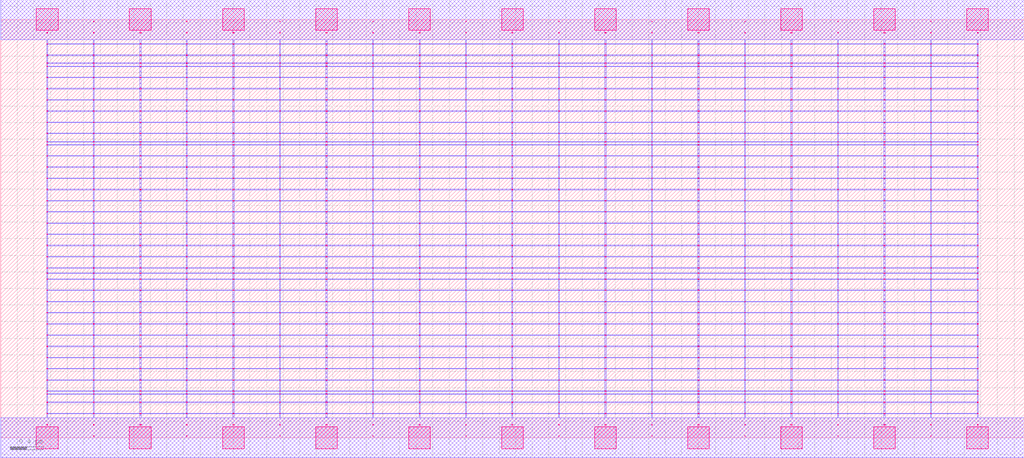
<source format=lef>
MACRO OOOAOOAI22212_DEBUG
 CLASS CORE ;
 FOREIGN OOOAOOAI22212_DEBUG 0 0 ;
 SIZE 12.32 BY 5.04 ;
 ORIGIN 0 0 ;
 SYMMETRY X Y R90 ;
 SITE unit ;

 OBS
    LAYER polycont ;
     RECT 6.15100000 2.58300000 6.16400000 2.59100000 ;
     RECT 6.15100000 2.71800000 6.16400000 2.72600000 ;
     RECT 6.15100000 2.85300000 6.16400000 2.86100000 ;
     RECT 6.15100000 2.98800000 6.16400000 2.99600000 ;
     RECT 8.39100000 2.58300000 8.40900000 2.59100000 ;
     RECT 8.95600000 2.58300000 8.96400000 2.59100000 ;
     RECT 9.51100000 2.58300000 9.52900000 2.59100000 ;
     RECT 10.07600000 2.58300000 10.08400000 2.59100000 ;
     RECT 10.63100000 2.58300000 10.64900000 2.59100000 ;
     RECT 11.19600000 2.58300000 11.20400000 2.59100000 ;
     RECT 11.75600000 2.58300000 11.76900000 2.59100000 ;
     RECT 6.71600000 2.58300000 6.72400000 2.59100000 ;
     RECT 6.71600000 2.71800000 6.72400000 2.72600000 ;
     RECT 7.27100000 2.71800000 7.28900000 2.72600000 ;
     RECT 7.83600000 2.71800000 7.84400000 2.72600000 ;
     RECT 8.39100000 2.71800000 8.40900000 2.72600000 ;
     RECT 8.95600000 2.71800000 8.96400000 2.72600000 ;
     RECT 9.51100000 2.71800000 9.52900000 2.72600000 ;
     RECT 10.07600000 2.71800000 10.08400000 2.72600000 ;
     RECT 10.63100000 2.71800000 10.64900000 2.72600000 ;
     RECT 11.19600000 2.71800000 11.20400000 2.72600000 ;
     RECT 11.75600000 2.71800000 11.76900000 2.72600000 ;
     RECT 7.27100000 2.58300000 7.28900000 2.59100000 ;
     RECT 6.71600000 2.85300000 6.72400000 2.86100000 ;
     RECT 7.27100000 2.85300000 7.28900000 2.86100000 ;
     RECT 7.83600000 2.85300000 7.84400000 2.86100000 ;
     RECT 8.39100000 2.85300000 8.40900000 2.86100000 ;
     RECT 8.95600000 2.85300000 8.96400000 2.86100000 ;
     RECT 9.51100000 2.85300000 9.52900000 2.86100000 ;
     RECT 10.07600000 2.85300000 10.08400000 2.86100000 ;
     RECT 10.63100000 2.85300000 10.64900000 2.86100000 ;
     RECT 11.19600000 2.85300000 11.20400000 2.86100000 ;
     RECT 11.75600000 2.85300000 11.76900000 2.86100000 ;
     RECT 7.83600000 2.58300000 7.84400000 2.59100000 ;
     RECT 6.71600000 2.98800000 6.72400000 2.99600000 ;
     RECT 7.27100000 2.98800000 7.28900000 2.99600000 ;
     RECT 7.83600000 2.98800000 7.84400000 2.99600000 ;
     RECT 8.39100000 2.98800000 8.40900000 2.99600000 ;
     RECT 8.95600000 2.98800000 8.96400000 2.99600000 ;
     RECT 9.51100000 2.98800000 9.52900000 2.99600000 ;
     RECT 10.07600000 2.98800000 10.08400000 2.99600000 ;
     RECT 10.63100000 2.98800000 10.64900000 2.99600000 ;
     RECT 11.19600000 2.98800000 11.20400000 2.99600000 ;
     RECT 11.75600000 2.98800000 11.76900000 2.99600000 ;
     RECT 1.67100000 2.85300000 1.68900000 2.86100000 ;
     RECT 2.23600000 2.85300000 2.24400000 2.86100000 ;
     RECT 2.79100000 2.85300000 2.80900000 2.86100000 ;
     RECT 3.35600000 2.85300000 3.36400000 2.86100000 ;
     RECT 3.91100000 2.85300000 3.92900000 2.86100000 ;
     RECT 4.47600000 2.85300000 4.48400000 2.86100000 ;
     RECT 5.03600000 2.85300000 5.04900000 2.86100000 ;
     RECT 5.59600000 2.85300000 5.60400000 2.86100000 ;
     RECT 1.11600000 2.71800000 1.12400000 2.72600000 ;
     RECT 1.67100000 2.71800000 1.68900000 2.72600000 ;
     RECT 2.23600000 2.71800000 2.24400000 2.72600000 ;
     RECT 2.79100000 2.71800000 2.80900000 2.72600000 ;
     RECT 3.35600000 2.71800000 3.36400000 2.72600000 ;
     RECT 3.91100000 2.71800000 3.92900000 2.72600000 ;
     RECT 4.47600000 2.71800000 4.48400000 2.72600000 ;
     RECT 5.03600000 2.71800000 5.04900000 2.72600000 ;
     RECT 5.59600000 2.71800000 5.60400000 2.72600000 ;
     RECT 1.11600000 2.58300000 1.12400000 2.59100000 ;
     RECT 1.67100000 2.58300000 1.68900000 2.59100000 ;
     RECT 0.55100000 2.98800000 0.56400000 2.99600000 ;
     RECT 1.11600000 2.98800000 1.12400000 2.99600000 ;
     RECT 1.67100000 2.98800000 1.68900000 2.99600000 ;
     RECT 2.23600000 2.98800000 2.24400000 2.99600000 ;
     RECT 2.79100000 2.98800000 2.80900000 2.99600000 ;
     RECT 3.35600000 2.98800000 3.36400000 2.99600000 ;
     RECT 3.91100000 2.98800000 3.92900000 2.99600000 ;
     RECT 4.47600000 2.98800000 4.48400000 2.99600000 ;
     RECT 5.03600000 2.98800000 5.04900000 2.99600000 ;
     RECT 5.59600000 2.98800000 5.60400000 2.99600000 ;
     RECT 2.23600000 2.58300000 2.24400000 2.59100000 ;
     RECT 2.79100000 2.58300000 2.80900000 2.59100000 ;
     RECT 3.35600000 2.58300000 3.36400000 2.59100000 ;
     RECT 3.91100000 2.58300000 3.92900000 2.59100000 ;
     RECT 4.47600000 2.58300000 4.48400000 2.59100000 ;
     RECT 5.03600000 2.58300000 5.04900000 2.59100000 ;
     RECT 5.59600000 2.58300000 5.60400000 2.59100000 ;
     RECT 0.55100000 2.58300000 0.56400000 2.59100000 ;
     RECT 0.55100000 2.71800000 0.56400000 2.72600000 ;
     RECT 0.55100000 2.85300000 0.56400000 2.86100000 ;
     RECT 1.11600000 2.85300000 1.12400000 2.86100000 ;
     RECT 5.59600000 3.12300000 5.60400000 3.13100000 ;
     RECT 5.59600000 3.25800000 5.60400000 3.26600000 ;
     RECT 5.59600000 3.39300000 5.60400000 3.40100000 ;
     RECT 5.59600000 3.52800000 5.60400000 3.53600000 ;
     RECT 5.59600000 3.56100000 5.60400000 3.56900000 ;
     RECT 5.59600000 3.66300000 5.60400000 3.67100000 ;
     RECT 5.59600000 3.79800000 5.60400000 3.80600000 ;
     RECT 5.59600000 3.93300000 5.60400000 3.94100000 ;
     RECT 5.59600000 4.06800000 5.60400000 4.07600000 ;
     RECT 5.59600000 4.20300000 5.60400000 4.21100000 ;
     RECT 5.59600000 4.33800000 5.60400000 4.34600000 ;
     RECT 5.59600000 4.47300000 5.60400000 4.48100000 ;
     RECT 5.59600000 4.51100000 5.60400000 4.51900000 ;
     RECT 5.59600000 4.60800000 5.60400000 4.61600000 ;
     RECT 5.59600000 4.74300000 5.60400000 4.75100000 ;
     RECT 5.59600000 4.87800000 5.60400000 4.88600000 ;
     RECT 11.19600000 1.36800000 11.20400000 1.37600000 ;
     RECT 11.75600000 1.36800000 11.76900000 1.37600000 ;
     RECT 11.19600000 1.50300000 11.20400000 1.51100000 ;
     RECT 11.75600000 1.50300000 11.76900000 1.51100000 ;
     RECT 11.19600000 1.63800000 11.20400000 1.64600000 ;
     RECT 11.75600000 1.63800000 11.76900000 1.64600000 ;
     RECT 11.19600000 1.77300000 11.20400000 1.78100000 ;
     RECT 11.75600000 1.77300000 11.76900000 1.78100000 ;
     RECT 11.19600000 1.90800000 11.20400000 1.91600000 ;
     RECT 11.75600000 1.90800000 11.76900000 1.91600000 ;
     RECT 11.19600000 1.98100000 11.20400000 1.98900000 ;
     RECT 11.75600000 1.98100000 11.76900000 1.98900000 ;
     RECT 11.19600000 2.04300000 11.20400000 2.05100000 ;
     RECT 11.75600000 2.04300000 11.76900000 2.05100000 ;
     RECT 11.19600000 2.17800000 11.20400000 2.18600000 ;
     RECT 11.75600000 2.17800000 11.76900000 2.18600000 ;
     RECT 11.19600000 2.31300000 11.20400000 2.32100000 ;
     RECT 11.75600000 2.31300000 11.76900000 2.32100000 ;
     RECT 11.19600000 2.44800000 11.20400000 2.45600000 ;
     RECT 11.75600000 2.44800000 11.76900000 2.45600000 ;
     RECT 11.19600000 0.15300000 11.20400000 0.16100000 ;
     RECT 11.75600000 0.15300000 11.76900000 0.16100000 ;
     RECT 11.19600000 0.28800000 11.20400000 0.29600000 ;
     RECT 11.75600000 0.28800000 11.76900000 0.29600000 ;
     RECT 11.19600000 0.42300000 11.20400000 0.43100000 ;
     RECT 11.75600000 0.42300000 11.76900000 0.43100000 ;
     RECT 11.19600000 0.52100000 11.20400000 0.52900000 ;
     RECT 11.75600000 0.52100000 11.76900000 0.52900000 ;
     RECT 11.19600000 0.55800000 11.20400000 0.56600000 ;
     RECT 11.75600000 0.55800000 11.76900000 0.56600000 ;
     RECT 11.19600000 0.69300000 11.20400000 0.70100000 ;
     RECT 11.75600000 0.69300000 11.76900000 0.70100000 ;
     RECT 11.19600000 0.82800000 11.20400000 0.83600000 ;
     RECT 11.75600000 0.82800000 11.76900000 0.83600000 ;
     RECT 11.19600000 0.96300000 11.20400000 0.97100000 ;
     RECT 11.75600000 0.96300000 11.76900000 0.97100000 ;
     RECT 11.19600000 1.09800000 11.20400000 1.10600000 ;
     RECT 11.75600000 1.09800000 11.76900000 1.10600000 ;
     RECT 11.19600000 1.23300000 11.20400000 1.24100000 ;
     RECT 11.75600000 1.23300000 11.76900000 1.24100000 ;

    LAYER pdiffc ;
     RECT 0.55100000 3.39300000 0.55900000 3.40100000 ;
     RECT 5.04100000 3.39300000 5.04900000 3.40100000 ;
     RECT 6.15100000 3.39300000 6.15900000 3.40100000 ;
     RECT 11.76100000 3.39300000 11.76900000 3.40100000 ;
     RECT 0.55100000 3.52800000 0.55900000 3.53600000 ;
     RECT 5.04100000 3.52800000 5.04900000 3.53600000 ;
     RECT 6.15100000 3.52800000 6.15900000 3.53600000 ;
     RECT 11.76100000 3.52800000 11.76900000 3.53600000 ;
     RECT 0.55100000 3.56100000 0.55900000 3.56900000 ;
     RECT 5.04100000 3.56100000 5.04900000 3.56900000 ;
     RECT 6.15100000 3.56100000 6.15900000 3.56900000 ;
     RECT 11.76100000 3.56100000 11.76900000 3.56900000 ;
     RECT 0.55100000 3.66300000 0.55900000 3.67100000 ;
     RECT 5.04100000 3.66300000 5.04900000 3.67100000 ;
     RECT 6.15100000 3.66300000 6.15900000 3.67100000 ;
     RECT 11.76100000 3.66300000 11.76900000 3.67100000 ;
     RECT 0.55100000 3.79800000 0.55900000 3.80600000 ;
     RECT 5.04100000 3.79800000 5.04900000 3.80600000 ;
     RECT 6.15100000 3.79800000 6.15900000 3.80600000 ;
     RECT 11.76100000 3.79800000 11.76900000 3.80600000 ;
     RECT 0.55100000 3.93300000 0.55900000 3.94100000 ;
     RECT 5.04100000 3.93300000 5.04900000 3.94100000 ;
     RECT 6.15100000 3.93300000 6.15900000 3.94100000 ;
     RECT 11.76100000 3.93300000 11.76900000 3.94100000 ;
     RECT 0.55100000 4.06800000 0.55900000 4.07600000 ;
     RECT 5.04100000 4.06800000 5.04900000 4.07600000 ;
     RECT 6.15100000 4.06800000 6.15900000 4.07600000 ;
     RECT 11.76100000 4.06800000 11.76900000 4.07600000 ;
     RECT 0.55100000 4.20300000 0.55900000 4.21100000 ;
     RECT 5.04100000 4.20300000 5.04900000 4.21100000 ;
     RECT 6.15100000 4.20300000 6.15900000 4.21100000 ;
     RECT 11.76100000 4.20300000 11.76900000 4.21100000 ;
     RECT 0.55100000 4.33800000 0.55900000 4.34600000 ;
     RECT 5.04100000 4.33800000 5.04900000 4.34600000 ;
     RECT 6.15100000 4.33800000 6.15900000 4.34600000 ;
     RECT 11.76100000 4.33800000 11.76900000 4.34600000 ;
     RECT 0.55100000 4.47300000 0.55900000 4.48100000 ;
     RECT 5.04100000 4.47300000 5.04900000 4.48100000 ;
     RECT 6.15100000 4.47300000 6.15900000 4.48100000 ;
     RECT 11.76100000 4.47300000 11.76900000 4.48100000 ;
     RECT 0.55100000 4.51100000 0.55900000 4.51900000 ;
     RECT 5.04100000 4.51100000 5.04900000 4.51900000 ;
     RECT 6.15100000 4.51100000 6.15900000 4.51900000 ;
     RECT 11.76100000 4.51100000 11.76900000 4.51900000 ;
     RECT 0.55100000 4.60800000 0.55900000 4.61600000 ;
     RECT 5.04100000 4.60800000 5.04900000 4.61600000 ;
     RECT 6.15100000 4.60800000 6.15900000 4.61600000 ;
     RECT 11.76100000 4.60800000 11.76900000 4.61600000 ;

    LAYER ndiffc ;
     RECT 6.15100000 0.42300000 6.16400000 0.43100000 ;
     RECT 7.27100000 0.42300000 7.28900000 0.43100000 ;
     RECT 8.39100000 0.42300000 8.40900000 0.43100000 ;
     RECT 9.51100000 0.42300000 9.52900000 0.43100000 ;
     RECT 10.63100000 0.42300000 10.64900000 0.43100000 ;
     RECT 6.15100000 0.52100000 6.16400000 0.52900000 ;
     RECT 7.27100000 0.52100000 7.28900000 0.52900000 ;
     RECT 8.39100000 0.52100000 8.40900000 0.52900000 ;
     RECT 9.51100000 0.52100000 9.52900000 0.52900000 ;
     RECT 10.63100000 0.52100000 10.64900000 0.52900000 ;
     RECT 6.15100000 0.55800000 6.16400000 0.56600000 ;
     RECT 7.27100000 0.55800000 7.28900000 0.56600000 ;
     RECT 8.39100000 0.55800000 8.40900000 0.56600000 ;
     RECT 9.51100000 0.55800000 9.52900000 0.56600000 ;
     RECT 10.63100000 0.55800000 10.64900000 0.56600000 ;
     RECT 6.15100000 0.69300000 6.16400000 0.70100000 ;
     RECT 7.27100000 0.69300000 7.28900000 0.70100000 ;
     RECT 8.39100000 0.69300000 8.40900000 0.70100000 ;
     RECT 9.51100000 0.69300000 9.52900000 0.70100000 ;
     RECT 10.63100000 0.69300000 10.64900000 0.70100000 ;
     RECT 6.15100000 0.82800000 6.16400000 0.83600000 ;
     RECT 7.27100000 0.82800000 7.28900000 0.83600000 ;
     RECT 8.39100000 0.82800000 8.40900000 0.83600000 ;
     RECT 9.51100000 0.82800000 9.52900000 0.83600000 ;
     RECT 10.63100000 0.82800000 10.64900000 0.83600000 ;
     RECT 6.15100000 0.96300000 6.16400000 0.97100000 ;
     RECT 7.27100000 0.96300000 7.28900000 0.97100000 ;
     RECT 8.39100000 0.96300000 8.40900000 0.97100000 ;
     RECT 9.51100000 0.96300000 9.52900000 0.97100000 ;
     RECT 10.63100000 0.96300000 10.64900000 0.97100000 ;
     RECT 6.15100000 1.09800000 6.16400000 1.10600000 ;
     RECT 7.27100000 1.09800000 7.28900000 1.10600000 ;
     RECT 8.39100000 1.09800000 8.40900000 1.10600000 ;
     RECT 9.51100000 1.09800000 9.52900000 1.10600000 ;
     RECT 10.63100000 1.09800000 10.64900000 1.10600000 ;
     RECT 6.15100000 1.23300000 6.16400000 1.24100000 ;
     RECT 7.27100000 1.23300000 7.28900000 1.24100000 ;
     RECT 8.39100000 1.23300000 8.40900000 1.24100000 ;
     RECT 9.51100000 1.23300000 9.52900000 1.24100000 ;
     RECT 10.63100000 1.23300000 10.64900000 1.24100000 ;
     RECT 6.15100000 1.36800000 6.16400000 1.37600000 ;
     RECT 7.27100000 1.36800000 7.28900000 1.37600000 ;
     RECT 8.39100000 1.36800000 8.40900000 1.37600000 ;
     RECT 9.51100000 1.36800000 9.52900000 1.37600000 ;
     RECT 10.63100000 1.36800000 10.64900000 1.37600000 ;
     RECT 6.15100000 1.50300000 6.16400000 1.51100000 ;
     RECT 7.27100000 1.50300000 7.28900000 1.51100000 ;
     RECT 8.39100000 1.50300000 8.40900000 1.51100000 ;
     RECT 9.51100000 1.50300000 9.52900000 1.51100000 ;
     RECT 10.63100000 1.50300000 10.64900000 1.51100000 ;
     RECT 6.15100000 1.63800000 6.16400000 1.64600000 ;
     RECT 7.27100000 1.63800000 7.28900000 1.64600000 ;
     RECT 8.39100000 1.63800000 8.40900000 1.64600000 ;
     RECT 9.51100000 1.63800000 9.52900000 1.64600000 ;
     RECT 10.63100000 1.63800000 10.64900000 1.64600000 ;
     RECT 6.15100000 1.77300000 6.16400000 1.78100000 ;
     RECT 7.27100000 1.77300000 7.28900000 1.78100000 ;
     RECT 8.39100000 1.77300000 8.40900000 1.78100000 ;
     RECT 9.51100000 1.77300000 9.52900000 1.78100000 ;
     RECT 10.63100000 1.77300000 10.64900000 1.78100000 ;
     RECT 6.15100000 1.90800000 6.16400000 1.91600000 ;
     RECT 7.27100000 1.90800000 7.28900000 1.91600000 ;
     RECT 8.39100000 1.90800000 8.40900000 1.91600000 ;
     RECT 9.51100000 1.90800000 9.52900000 1.91600000 ;
     RECT 10.63100000 1.90800000 10.64900000 1.91600000 ;
     RECT 6.15100000 1.98100000 6.16400000 1.98900000 ;
     RECT 7.27100000 1.98100000 7.28900000 1.98900000 ;
     RECT 8.39100000 1.98100000 8.40900000 1.98900000 ;
     RECT 9.51100000 1.98100000 9.52900000 1.98900000 ;
     RECT 10.63100000 1.98100000 10.64900000 1.98900000 ;
     RECT 6.15100000 2.04300000 6.16400000 2.05100000 ;
     RECT 7.27100000 2.04300000 7.28900000 2.05100000 ;
     RECT 8.39100000 2.04300000 8.40900000 2.05100000 ;
     RECT 9.51100000 2.04300000 9.52900000 2.05100000 ;
     RECT 10.63100000 2.04300000 10.64900000 2.05100000 ;
     RECT 0.55100000 0.42300000 0.56400000 0.43100000 ;
     RECT 1.67100000 0.42300000 1.68900000 0.43100000 ;
     RECT 2.79100000 0.42300000 2.80900000 0.43100000 ;
     RECT 3.91100000 0.42300000 3.92900000 0.43100000 ;
     RECT 5.03600000 0.42300000 5.04900000 0.43100000 ;
     RECT 0.55100000 1.36800000 0.56400000 1.37600000 ;
     RECT 1.67100000 1.36800000 1.68900000 1.37600000 ;
     RECT 2.79100000 1.36800000 2.80900000 1.37600000 ;
     RECT 3.91100000 1.36800000 3.92900000 1.37600000 ;
     RECT 5.03600000 1.36800000 5.04900000 1.37600000 ;
     RECT 0.55100000 0.82800000 0.56400000 0.83600000 ;
     RECT 1.67100000 0.82800000 1.68900000 0.83600000 ;
     RECT 2.79100000 0.82800000 2.80900000 0.83600000 ;
     RECT 3.91100000 0.82800000 3.92900000 0.83600000 ;
     RECT 5.03600000 0.82800000 5.04900000 0.83600000 ;
     RECT 0.55100000 1.50300000 0.56400000 1.51100000 ;
     RECT 1.67100000 1.50300000 1.68900000 1.51100000 ;
     RECT 2.79100000 1.50300000 2.80900000 1.51100000 ;
     RECT 3.91100000 1.50300000 3.92900000 1.51100000 ;
     RECT 5.03600000 1.50300000 5.04900000 1.51100000 ;
     RECT 0.55100000 0.55800000 0.56400000 0.56600000 ;
     RECT 1.67100000 0.55800000 1.68900000 0.56600000 ;
     RECT 2.79100000 0.55800000 2.80900000 0.56600000 ;
     RECT 3.91100000 0.55800000 3.92900000 0.56600000 ;
     RECT 5.03600000 0.55800000 5.04900000 0.56600000 ;
     RECT 0.55100000 1.63800000 0.56400000 1.64600000 ;
     RECT 1.67100000 1.63800000 1.68900000 1.64600000 ;
     RECT 2.79100000 1.63800000 2.80900000 1.64600000 ;
     RECT 3.91100000 1.63800000 3.92900000 1.64600000 ;
     RECT 5.03600000 1.63800000 5.04900000 1.64600000 ;
     RECT 0.55100000 0.96300000 0.56400000 0.97100000 ;
     RECT 1.67100000 0.96300000 1.68900000 0.97100000 ;
     RECT 2.79100000 0.96300000 2.80900000 0.97100000 ;
     RECT 3.91100000 0.96300000 3.92900000 0.97100000 ;
     RECT 5.03600000 0.96300000 5.04900000 0.97100000 ;
     RECT 0.55100000 1.77300000 0.56400000 1.78100000 ;
     RECT 1.67100000 1.77300000 1.68900000 1.78100000 ;
     RECT 2.79100000 1.77300000 2.80900000 1.78100000 ;
     RECT 3.91100000 1.77300000 3.92900000 1.78100000 ;
     RECT 5.03600000 1.77300000 5.04900000 1.78100000 ;
     RECT 0.55100000 0.52100000 0.56400000 0.52900000 ;
     RECT 1.67100000 0.52100000 1.68900000 0.52900000 ;
     RECT 2.79100000 0.52100000 2.80900000 0.52900000 ;
     RECT 3.91100000 0.52100000 3.92900000 0.52900000 ;
     RECT 5.03600000 0.52100000 5.04900000 0.52900000 ;
     RECT 0.55100000 1.90800000 0.56400000 1.91600000 ;
     RECT 1.67100000 1.90800000 1.68900000 1.91600000 ;
     RECT 2.79100000 1.90800000 2.80900000 1.91600000 ;
     RECT 3.91100000 1.90800000 3.92900000 1.91600000 ;
     RECT 5.03600000 1.90800000 5.04900000 1.91600000 ;
     RECT 0.55100000 1.09800000 0.56400000 1.10600000 ;
     RECT 1.67100000 1.09800000 1.68900000 1.10600000 ;
     RECT 2.79100000 1.09800000 2.80900000 1.10600000 ;
     RECT 3.91100000 1.09800000 3.92900000 1.10600000 ;
     RECT 5.03600000 1.09800000 5.04900000 1.10600000 ;
     RECT 0.55100000 1.98100000 0.56400000 1.98900000 ;
     RECT 1.67100000 1.98100000 1.68900000 1.98900000 ;
     RECT 2.79100000 1.98100000 2.80900000 1.98900000 ;
     RECT 3.91100000 1.98100000 3.92900000 1.98900000 ;
     RECT 5.03600000 1.98100000 5.04900000 1.98900000 ;
     RECT 0.55100000 0.69300000 0.56400000 0.70100000 ;
     RECT 1.67100000 0.69300000 1.68900000 0.70100000 ;
     RECT 2.79100000 0.69300000 2.80900000 0.70100000 ;
     RECT 3.91100000 0.69300000 3.92900000 0.70100000 ;
     RECT 5.03600000 0.69300000 5.04900000 0.70100000 ;
     RECT 0.55100000 2.04300000 0.56400000 2.05100000 ;
     RECT 1.67100000 2.04300000 1.68900000 2.05100000 ;
     RECT 2.79100000 2.04300000 2.80900000 2.05100000 ;
     RECT 3.91100000 2.04300000 3.92900000 2.05100000 ;
     RECT 5.03600000 2.04300000 5.04900000 2.05100000 ;
     RECT 0.55100000 1.23300000 0.56400000 1.24100000 ;
     RECT 1.67100000 1.23300000 1.68900000 1.24100000 ;
     RECT 2.79100000 1.23300000 2.80900000 1.24100000 ;
     RECT 3.91100000 1.23300000 3.92900000 1.24100000 ;
     RECT 5.03600000 1.23300000 5.04900000 1.24100000 ;

    LAYER met1 ;
     RECT 0.00000000 -0.24000000 12.32000000 0.24000000 ;
     RECT 6.15100000 0.24000000 6.16400000 0.28800000 ;
     RECT 0.55100000 0.28800000 11.76900000 0.29600000 ;
     RECT 6.15100000 0.29600000 6.16400000 0.42300000 ;
     RECT 0.55100000 0.42300000 11.76900000 0.43100000 ;
     RECT 6.15100000 0.43100000 6.16400000 0.52100000 ;
     RECT 0.55100000 0.52100000 11.76900000 0.52900000 ;
     RECT 6.15100000 0.52900000 6.16400000 0.55800000 ;
     RECT 0.55100000 0.55800000 11.76900000 0.56600000 ;
     RECT 6.15100000 0.56600000 6.16400000 0.69300000 ;
     RECT 0.55100000 0.69300000 11.76900000 0.70100000 ;
     RECT 6.15100000 0.70100000 6.16400000 0.82800000 ;
     RECT 0.55100000 0.82800000 11.76900000 0.83600000 ;
     RECT 6.15100000 0.83600000 6.16400000 0.96300000 ;
     RECT 0.55100000 0.96300000 11.76900000 0.97100000 ;
     RECT 6.15100000 0.97100000 6.16400000 1.09800000 ;
     RECT 0.55100000 1.09800000 11.76900000 1.10600000 ;
     RECT 6.15100000 1.10600000 6.16400000 1.23300000 ;
     RECT 0.55100000 1.23300000 11.76900000 1.24100000 ;
     RECT 6.15100000 1.24100000 6.16400000 1.36800000 ;
     RECT 0.55100000 1.36800000 11.76900000 1.37600000 ;
     RECT 6.15100000 1.37600000 6.16400000 1.50300000 ;
     RECT 0.55100000 1.50300000 11.76900000 1.51100000 ;
     RECT 6.15100000 1.51100000 6.16400000 1.63800000 ;
     RECT 0.55100000 1.63800000 11.76900000 1.64600000 ;
     RECT 6.15100000 1.64600000 6.16400000 1.77300000 ;
     RECT 0.55100000 1.77300000 11.76900000 1.78100000 ;
     RECT 6.15100000 1.78100000 6.16400000 1.90800000 ;
     RECT 0.55100000 1.90800000 11.76900000 1.91600000 ;
     RECT 6.15100000 1.91600000 6.16400000 1.98100000 ;
     RECT 0.55100000 1.98100000 11.76900000 1.98900000 ;
     RECT 6.15100000 1.98900000 6.16400000 2.04300000 ;
     RECT 0.55100000 2.04300000 11.76900000 2.05100000 ;
     RECT 6.15100000 2.05100000 6.16400000 2.17800000 ;
     RECT 0.55100000 2.17800000 11.76900000 2.18600000 ;
     RECT 6.15100000 2.18600000 6.16400000 2.31300000 ;
     RECT 0.55100000 2.31300000 11.76900000 2.32100000 ;
     RECT 6.15100000 2.32100000 6.16400000 2.44800000 ;
     RECT 0.55100000 2.44800000 11.76900000 2.45600000 ;
     RECT 0.55100000 2.45600000 0.56400000 2.58300000 ;
     RECT 1.11600000 2.45600000 1.12400000 2.58300000 ;
     RECT 1.67100000 2.45600000 1.68900000 2.58300000 ;
     RECT 2.23600000 2.45600000 2.24400000 2.58300000 ;
     RECT 2.79100000 2.45600000 2.80900000 2.58300000 ;
     RECT 3.35600000 2.45600000 3.36400000 2.58300000 ;
     RECT 3.91100000 2.45600000 3.92900000 2.58300000 ;
     RECT 4.47600000 2.45600000 4.48400000 2.58300000 ;
     RECT 5.03600000 2.45600000 5.04900000 2.58300000 ;
     RECT 5.59600000 2.45600000 5.60400000 2.58300000 ;
     RECT 6.15100000 2.45600000 6.16400000 2.58300000 ;
     RECT 6.71600000 2.45600000 6.72400000 2.58300000 ;
     RECT 7.27100000 2.45600000 7.28900000 2.58300000 ;
     RECT 7.83600000 2.45600000 7.84400000 2.58300000 ;
     RECT 8.39100000 2.45600000 8.40900000 2.58300000 ;
     RECT 8.95600000 2.45600000 8.96400000 2.58300000 ;
     RECT 9.51100000 2.45600000 9.52900000 2.58300000 ;
     RECT 10.07600000 2.45600000 10.08400000 2.58300000 ;
     RECT 10.63100000 2.45600000 10.64900000 2.58300000 ;
     RECT 11.19600000 2.45600000 11.20400000 2.58300000 ;
     RECT 11.75600000 2.45600000 11.76900000 2.58300000 ;
     RECT 0.55100000 2.58300000 11.76900000 2.59100000 ;
     RECT 6.15100000 2.59100000 6.16400000 2.71800000 ;
     RECT 0.55100000 2.71800000 11.76900000 2.72600000 ;
     RECT 6.15100000 2.72600000 6.16400000 2.85300000 ;
     RECT 0.55100000 2.85300000 11.76900000 2.86100000 ;
     RECT 6.15100000 2.86100000 6.16400000 2.98800000 ;
     RECT 0.55100000 2.98800000 11.76900000 2.99600000 ;
     RECT 6.15100000 2.99600000 6.16400000 3.12300000 ;
     RECT 0.55100000 3.12300000 11.76900000 3.13100000 ;
     RECT 6.15100000 3.13100000 6.16400000 3.25800000 ;
     RECT 0.55100000 3.25800000 11.76900000 3.26600000 ;
     RECT 6.15100000 3.26600000 6.16400000 3.39300000 ;
     RECT 0.55100000 3.39300000 11.76900000 3.40100000 ;
     RECT 6.15100000 3.40100000 6.16400000 3.52800000 ;
     RECT 0.55100000 3.52800000 11.76900000 3.53600000 ;
     RECT 6.15100000 3.53600000 6.16400000 3.56100000 ;
     RECT 0.55100000 3.56100000 11.76900000 3.56900000 ;
     RECT 6.15100000 3.56900000 6.16400000 3.66300000 ;
     RECT 0.55100000 3.66300000 11.76900000 3.67100000 ;
     RECT 6.15100000 3.67100000 6.16400000 3.79800000 ;
     RECT 0.55100000 3.79800000 11.76900000 3.80600000 ;
     RECT 6.15100000 3.80600000 6.16400000 3.93300000 ;
     RECT 0.55100000 3.93300000 11.76900000 3.94100000 ;
     RECT 6.15100000 3.94100000 6.16400000 4.06800000 ;
     RECT 0.55100000 4.06800000 11.76900000 4.07600000 ;
     RECT 6.15100000 4.07600000 6.16400000 4.20300000 ;
     RECT 0.55100000 4.20300000 11.76900000 4.21100000 ;
     RECT 6.15100000 4.21100000 6.16400000 4.33800000 ;
     RECT 0.55100000 4.33800000 11.76900000 4.34600000 ;
     RECT 6.15100000 4.34600000 6.16400000 4.47300000 ;
     RECT 0.55100000 4.47300000 11.76900000 4.48100000 ;
     RECT 6.15100000 4.48100000 6.16400000 4.51100000 ;
     RECT 0.55100000 4.51100000 11.76900000 4.51900000 ;
     RECT 6.15100000 4.51900000 6.16400000 4.60800000 ;
     RECT 0.55100000 4.60800000 11.76900000 4.61600000 ;
     RECT 6.15100000 4.61600000 6.16400000 4.74300000 ;
     RECT 0.55100000 4.74300000 11.76900000 4.75100000 ;
     RECT 6.15100000 4.75100000 6.16400000 4.80000000 ;
     RECT 0.00000000 4.80000000 12.32000000 5.28000000 ;
     RECT 6.71600000 3.80600000 6.72400000 3.93300000 ;
     RECT 7.27100000 3.80600000 7.28900000 3.93300000 ;
     RECT 7.83600000 3.80600000 7.84400000 3.93300000 ;
     RECT 8.39100000 3.80600000 8.40900000 3.93300000 ;
     RECT 8.95600000 3.80600000 8.96400000 3.93300000 ;
     RECT 9.51100000 3.80600000 9.52900000 3.93300000 ;
     RECT 10.07600000 3.80600000 10.08400000 3.93300000 ;
     RECT 10.63100000 3.80600000 10.64900000 3.93300000 ;
     RECT 11.19600000 3.80600000 11.20400000 3.93300000 ;
     RECT 11.75600000 3.80600000 11.76900000 3.93300000 ;
     RECT 9.51100000 3.94100000 9.52900000 4.06800000 ;
     RECT 10.07600000 3.94100000 10.08400000 4.06800000 ;
     RECT 10.63100000 3.94100000 10.64900000 4.06800000 ;
     RECT 11.19600000 3.94100000 11.20400000 4.06800000 ;
     RECT 11.75600000 3.94100000 11.76900000 4.06800000 ;
     RECT 9.51100000 4.07600000 9.52900000 4.20300000 ;
     RECT 10.07600000 4.07600000 10.08400000 4.20300000 ;
     RECT 10.63100000 4.07600000 10.64900000 4.20300000 ;
     RECT 11.19600000 4.07600000 11.20400000 4.20300000 ;
     RECT 11.75600000 4.07600000 11.76900000 4.20300000 ;
     RECT 9.51100000 4.21100000 9.52900000 4.33800000 ;
     RECT 10.07600000 4.21100000 10.08400000 4.33800000 ;
     RECT 10.63100000 4.21100000 10.64900000 4.33800000 ;
     RECT 11.19600000 4.21100000 11.20400000 4.33800000 ;
     RECT 11.75600000 4.21100000 11.76900000 4.33800000 ;
     RECT 9.51100000 4.34600000 9.52900000 4.47300000 ;
     RECT 10.07600000 4.34600000 10.08400000 4.47300000 ;
     RECT 10.63100000 4.34600000 10.64900000 4.47300000 ;
     RECT 11.19600000 4.34600000 11.20400000 4.47300000 ;
     RECT 11.75600000 4.34600000 11.76900000 4.47300000 ;
     RECT 9.51100000 4.48100000 9.52900000 4.51100000 ;
     RECT 10.07600000 4.48100000 10.08400000 4.51100000 ;
     RECT 10.63100000 4.48100000 10.64900000 4.51100000 ;
     RECT 11.19600000 4.48100000 11.20400000 4.51100000 ;
     RECT 11.75600000 4.48100000 11.76900000 4.51100000 ;
     RECT 9.51100000 4.51900000 9.52900000 4.60800000 ;
     RECT 10.07600000 4.51900000 10.08400000 4.60800000 ;
     RECT 10.63100000 4.51900000 10.64900000 4.60800000 ;
     RECT 11.19600000 4.51900000 11.20400000 4.60800000 ;
     RECT 11.75600000 4.51900000 11.76900000 4.60800000 ;
     RECT 9.51100000 4.61600000 9.52900000 4.74300000 ;
     RECT 10.07600000 4.61600000 10.08400000 4.74300000 ;
     RECT 10.63100000 4.61600000 10.64900000 4.74300000 ;
     RECT 11.19600000 4.61600000 11.20400000 4.74300000 ;
     RECT 11.75600000 4.61600000 11.76900000 4.74300000 ;
     RECT 9.51100000 4.75100000 9.52900000 4.80000000 ;
     RECT 10.07600000 4.75100000 10.08400000 4.80000000 ;
     RECT 10.63100000 4.75100000 10.64900000 4.80000000 ;
     RECT 11.19600000 4.75100000 11.20400000 4.80000000 ;
     RECT 11.75600000 4.75100000 11.76900000 4.80000000 ;
     RECT 6.71600000 4.48100000 6.72400000 4.51100000 ;
     RECT 7.27100000 4.48100000 7.28900000 4.51100000 ;
     RECT 7.83600000 4.48100000 7.84400000 4.51100000 ;
     RECT 8.39100000 4.48100000 8.40900000 4.51100000 ;
     RECT 8.95600000 4.48100000 8.96400000 4.51100000 ;
     RECT 6.71600000 4.21100000 6.72400000 4.33800000 ;
     RECT 7.27100000 4.21100000 7.28900000 4.33800000 ;
     RECT 7.83600000 4.21100000 7.84400000 4.33800000 ;
     RECT 8.39100000 4.21100000 8.40900000 4.33800000 ;
     RECT 8.95600000 4.21100000 8.96400000 4.33800000 ;
     RECT 6.71600000 4.51900000 6.72400000 4.60800000 ;
     RECT 7.27100000 4.51900000 7.28900000 4.60800000 ;
     RECT 7.83600000 4.51900000 7.84400000 4.60800000 ;
     RECT 8.39100000 4.51900000 8.40900000 4.60800000 ;
     RECT 8.95600000 4.51900000 8.96400000 4.60800000 ;
     RECT 6.71600000 4.07600000 6.72400000 4.20300000 ;
     RECT 7.27100000 4.07600000 7.28900000 4.20300000 ;
     RECT 7.83600000 4.07600000 7.84400000 4.20300000 ;
     RECT 8.39100000 4.07600000 8.40900000 4.20300000 ;
     RECT 8.95600000 4.07600000 8.96400000 4.20300000 ;
     RECT 6.71600000 4.61600000 6.72400000 4.74300000 ;
     RECT 7.27100000 4.61600000 7.28900000 4.74300000 ;
     RECT 7.83600000 4.61600000 7.84400000 4.74300000 ;
     RECT 8.39100000 4.61600000 8.40900000 4.74300000 ;
     RECT 8.95600000 4.61600000 8.96400000 4.74300000 ;
     RECT 6.71600000 4.34600000 6.72400000 4.47300000 ;
     RECT 7.27100000 4.34600000 7.28900000 4.47300000 ;
     RECT 7.83600000 4.34600000 7.84400000 4.47300000 ;
     RECT 8.39100000 4.34600000 8.40900000 4.47300000 ;
     RECT 8.95600000 4.34600000 8.96400000 4.47300000 ;
     RECT 6.71600000 4.75100000 6.72400000 4.80000000 ;
     RECT 7.27100000 4.75100000 7.28900000 4.80000000 ;
     RECT 7.83600000 4.75100000 7.84400000 4.80000000 ;
     RECT 8.39100000 4.75100000 8.40900000 4.80000000 ;
     RECT 8.95600000 4.75100000 8.96400000 4.80000000 ;
     RECT 6.71600000 3.94100000 6.72400000 4.06800000 ;
     RECT 7.27100000 3.94100000 7.28900000 4.06800000 ;
     RECT 7.83600000 3.94100000 7.84400000 4.06800000 ;
     RECT 8.39100000 3.94100000 8.40900000 4.06800000 ;
     RECT 8.95600000 3.94100000 8.96400000 4.06800000 ;
     RECT 8.39100000 2.99600000 8.40900000 3.12300000 ;
     RECT 8.95600000 2.99600000 8.96400000 3.12300000 ;
     RECT 6.71600000 3.13100000 6.72400000 3.25800000 ;
     RECT 7.27100000 3.13100000 7.28900000 3.25800000 ;
     RECT 7.83600000 3.13100000 7.84400000 3.25800000 ;
     RECT 8.39100000 3.13100000 8.40900000 3.25800000 ;
     RECT 8.95600000 3.13100000 8.96400000 3.25800000 ;
     RECT 8.95600000 2.86100000 8.96400000 2.98800000 ;
     RECT 6.71600000 3.26600000 6.72400000 3.39300000 ;
     RECT 7.27100000 3.26600000 7.28900000 3.39300000 ;
     RECT 7.83600000 3.26600000 7.84400000 3.39300000 ;
     RECT 8.39100000 3.26600000 8.40900000 3.39300000 ;
     RECT 8.95600000 3.26600000 8.96400000 3.39300000 ;
     RECT 6.71600000 2.59100000 6.72400000 2.71800000 ;
     RECT 7.27100000 2.59100000 7.28900000 2.71800000 ;
     RECT 6.71600000 3.40100000 6.72400000 3.52800000 ;
     RECT 7.27100000 3.40100000 7.28900000 3.52800000 ;
     RECT 7.83600000 3.40100000 7.84400000 3.52800000 ;
     RECT 8.39100000 3.40100000 8.40900000 3.52800000 ;
     RECT 7.83600000 2.59100000 7.84400000 2.71800000 ;
     RECT 8.39100000 2.59100000 8.40900000 2.71800000 ;
     RECT 8.95600000 3.40100000 8.96400000 3.52800000 ;
     RECT 6.71600000 2.72600000 6.72400000 2.85300000 ;
     RECT 7.27100000 2.72600000 7.28900000 2.85300000 ;
     RECT 6.71600000 3.53600000 6.72400000 3.56100000 ;
     RECT 7.27100000 3.53600000 7.28900000 3.56100000 ;
     RECT 7.83600000 3.53600000 7.84400000 3.56100000 ;
     RECT 8.39100000 3.53600000 8.40900000 3.56100000 ;
     RECT 8.95600000 3.53600000 8.96400000 3.56100000 ;
     RECT 7.83600000 2.72600000 7.84400000 2.85300000 ;
     RECT 8.39100000 2.72600000 8.40900000 2.85300000 ;
     RECT 6.71600000 2.86100000 6.72400000 2.98800000 ;
     RECT 7.27100000 2.86100000 7.28900000 2.98800000 ;
     RECT 6.71600000 3.56900000 6.72400000 3.66300000 ;
     RECT 7.27100000 3.56900000 7.28900000 3.66300000 ;
     RECT 7.83600000 3.56900000 7.84400000 3.66300000 ;
     RECT 8.39100000 3.56900000 8.40900000 3.66300000 ;
     RECT 8.95600000 3.56900000 8.96400000 3.66300000 ;
     RECT 8.95600000 2.59100000 8.96400000 2.71800000 ;
     RECT 8.95600000 2.72600000 8.96400000 2.85300000 ;
     RECT 6.71600000 3.67100000 6.72400000 3.79800000 ;
     RECT 7.27100000 3.67100000 7.28900000 3.79800000 ;
     RECT 7.83600000 3.67100000 7.84400000 3.79800000 ;
     RECT 8.39100000 3.67100000 8.40900000 3.79800000 ;
     RECT 7.83600000 2.86100000 7.84400000 2.98800000 ;
     RECT 8.39100000 2.86100000 8.40900000 2.98800000 ;
     RECT 8.95600000 3.67100000 8.96400000 3.79800000 ;
     RECT 7.27100000 2.99600000 7.28900000 3.12300000 ;
     RECT 7.83600000 2.99600000 7.84400000 3.12300000 ;
     RECT 6.71600000 2.99600000 6.72400000 3.12300000 ;
     RECT 9.51100000 3.53600000 9.52900000 3.56100000 ;
     RECT 10.07600000 3.53600000 10.08400000 3.56100000 ;
     RECT 9.51100000 2.86100000 9.52900000 2.98800000 ;
     RECT 10.63100000 3.53600000 10.64900000 3.56100000 ;
     RECT 11.19600000 3.53600000 11.20400000 3.56100000 ;
     RECT 11.75600000 3.53600000 11.76900000 3.56100000 ;
     RECT 9.51100000 3.26600000 9.52900000 3.39300000 ;
     RECT 10.07600000 3.26600000 10.08400000 3.39300000 ;
     RECT 10.63100000 3.26600000 10.64900000 3.39300000 ;
     RECT 11.19600000 3.26600000 11.20400000 3.39300000 ;
     RECT 11.75600000 3.26600000 11.76900000 3.39300000 ;
     RECT 11.19600000 2.99600000 11.20400000 3.12300000 ;
     RECT 11.75600000 2.99600000 11.76900000 3.12300000 ;
     RECT 10.07600000 2.86100000 10.08400000 2.98800000 ;
     RECT 10.63100000 2.86100000 10.64900000 2.98800000 ;
     RECT 9.51100000 3.56900000 9.52900000 3.66300000 ;
     RECT 10.07600000 3.56900000 10.08400000 3.66300000 ;
     RECT 10.63100000 3.56900000 10.64900000 3.66300000 ;
     RECT 11.19600000 3.56900000 11.20400000 3.66300000 ;
     RECT 11.75600000 3.56900000 11.76900000 3.66300000 ;
     RECT 9.51100000 3.13100000 9.52900000 3.25800000 ;
     RECT 9.51100000 2.72600000 9.52900000 2.85300000 ;
     RECT 10.07600000 3.13100000 10.08400000 3.25800000 ;
     RECT 10.63100000 3.13100000 10.64900000 3.25800000 ;
     RECT 11.19600000 3.13100000 11.20400000 3.25800000 ;
     RECT 11.19600000 2.86100000 11.20400000 2.98800000 ;
     RECT 11.75600000 2.86100000 11.76900000 2.98800000 ;
     RECT 11.75600000 3.13100000 11.76900000 3.25800000 ;
     RECT 9.51100000 3.40100000 9.52900000 3.52800000 ;
     RECT 9.51100000 3.67100000 9.52900000 3.79800000 ;
     RECT 10.07600000 3.67100000 10.08400000 3.79800000 ;
     RECT 10.63100000 3.67100000 10.64900000 3.79800000 ;
     RECT 11.19600000 3.67100000 11.20400000 3.79800000 ;
     RECT 11.75600000 3.67100000 11.76900000 3.79800000 ;
     RECT 10.07600000 2.72600000 10.08400000 2.85300000 ;
     RECT 10.63100000 2.72600000 10.64900000 2.85300000 ;
     RECT 10.07600000 3.40100000 10.08400000 3.52800000 ;
     RECT 10.63100000 3.40100000 10.64900000 3.52800000 ;
     RECT 9.51100000 2.59100000 9.52900000 2.71800000 ;
     RECT 11.19600000 3.40100000 11.20400000 3.52800000 ;
     RECT 11.75600000 3.40100000 11.76900000 3.52800000 ;
     RECT 11.19600000 2.59100000 11.20400000 2.71800000 ;
     RECT 11.75600000 2.59100000 11.76900000 2.71800000 ;
     RECT 10.07600000 2.59100000 10.08400000 2.71800000 ;
     RECT 10.63100000 2.59100000 10.64900000 2.71800000 ;
     RECT 9.51100000 2.99600000 9.52900000 3.12300000 ;
     RECT 10.07600000 2.99600000 10.08400000 3.12300000 ;
     RECT 11.19600000 2.72600000 11.20400000 2.85300000 ;
     RECT 11.75600000 2.72600000 11.76900000 2.85300000 ;
     RECT 10.63100000 2.99600000 10.64900000 3.12300000 ;
     RECT 5.03600000 3.80600000 5.04900000 3.93300000 ;
     RECT 5.59600000 3.80600000 5.60400000 3.93300000 ;
     RECT 0.55100000 3.80600000 0.56400000 3.93300000 ;
     RECT 1.11600000 3.80600000 1.12400000 3.93300000 ;
     RECT 1.67100000 3.80600000 1.68900000 3.93300000 ;
     RECT 2.23600000 3.80600000 2.24400000 3.93300000 ;
     RECT 2.79100000 3.80600000 2.80900000 3.93300000 ;
     RECT 3.35600000 3.80600000 3.36400000 3.93300000 ;
     RECT 3.91100000 3.80600000 3.92900000 3.93300000 ;
     RECT 4.47600000 3.80600000 4.48400000 3.93300000 ;
     RECT 5.03600000 4.07600000 5.04900000 4.20300000 ;
     RECT 5.59600000 4.07600000 5.60400000 4.20300000 ;
     RECT 3.35600000 4.21100000 3.36400000 4.33800000 ;
     RECT 3.91100000 4.21100000 3.92900000 4.33800000 ;
     RECT 4.47600000 4.21100000 4.48400000 4.33800000 ;
     RECT 5.03600000 4.21100000 5.04900000 4.33800000 ;
     RECT 5.59600000 4.21100000 5.60400000 4.33800000 ;
     RECT 3.35600000 4.34600000 3.36400000 4.47300000 ;
     RECT 3.91100000 4.34600000 3.92900000 4.47300000 ;
     RECT 4.47600000 4.34600000 4.48400000 4.47300000 ;
     RECT 5.03600000 4.34600000 5.04900000 4.47300000 ;
     RECT 5.59600000 4.34600000 5.60400000 4.47300000 ;
     RECT 3.35600000 4.48100000 3.36400000 4.51100000 ;
     RECT 3.91100000 4.48100000 3.92900000 4.51100000 ;
     RECT 4.47600000 4.48100000 4.48400000 4.51100000 ;
     RECT 5.03600000 4.48100000 5.04900000 4.51100000 ;
     RECT 5.59600000 4.48100000 5.60400000 4.51100000 ;
     RECT 3.35600000 4.51900000 3.36400000 4.60800000 ;
     RECT 3.91100000 4.51900000 3.92900000 4.60800000 ;
     RECT 4.47600000 4.51900000 4.48400000 4.60800000 ;
     RECT 5.03600000 4.51900000 5.04900000 4.60800000 ;
     RECT 5.59600000 4.51900000 5.60400000 4.60800000 ;
     RECT 3.35600000 4.61600000 3.36400000 4.74300000 ;
     RECT 3.91100000 4.61600000 3.92900000 4.74300000 ;
     RECT 4.47600000 4.61600000 4.48400000 4.74300000 ;
     RECT 5.03600000 4.61600000 5.04900000 4.74300000 ;
     RECT 5.59600000 4.61600000 5.60400000 4.74300000 ;
     RECT 3.35600000 4.75100000 3.36400000 4.80000000 ;
     RECT 3.91100000 4.75100000 3.92900000 4.80000000 ;
     RECT 4.47600000 4.75100000 4.48400000 4.80000000 ;
     RECT 5.03600000 4.75100000 5.04900000 4.80000000 ;
     RECT 5.59600000 4.75100000 5.60400000 4.80000000 ;
     RECT 3.35600000 3.94100000 3.36400000 4.06800000 ;
     RECT 3.91100000 3.94100000 3.92900000 4.06800000 ;
     RECT 4.47600000 3.94100000 4.48400000 4.06800000 ;
     RECT 5.03600000 3.94100000 5.04900000 4.06800000 ;
     RECT 5.59600000 3.94100000 5.60400000 4.06800000 ;
     RECT 3.35600000 4.07600000 3.36400000 4.20300000 ;
     RECT 3.91100000 4.07600000 3.92900000 4.20300000 ;
     RECT 4.47600000 4.07600000 4.48400000 4.20300000 ;
     RECT 2.23600000 4.21100000 2.24400000 4.33800000 ;
     RECT 2.79100000 4.21100000 2.80900000 4.33800000 ;
     RECT 0.55100000 4.51900000 0.56400000 4.60800000 ;
     RECT 1.11600000 4.51900000 1.12400000 4.60800000 ;
     RECT 1.67100000 4.51900000 1.68900000 4.60800000 ;
     RECT 2.23600000 4.51900000 2.24400000 4.60800000 ;
     RECT 2.79100000 4.51900000 2.80900000 4.60800000 ;
     RECT 0.55100000 4.07600000 0.56400000 4.20300000 ;
     RECT 1.11600000 4.07600000 1.12400000 4.20300000 ;
     RECT 1.67100000 4.07600000 1.68900000 4.20300000 ;
     RECT 2.23600000 4.07600000 2.24400000 4.20300000 ;
     RECT 2.79100000 4.07600000 2.80900000 4.20300000 ;
     RECT 0.55100000 4.61600000 0.56400000 4.74300000 ;
     RECT 1.11600000 4.61600000 1.12400000 4.74300000 ;
     RECT 1.67100000 4.61600000 1.68900000 4.74300000 ;
     RECT 2.23600000 4.61600000 2.24400000 4.74300000 ;
     RECT 2.79100000 4.61600000 2.80900000 4.74300000 ;
     RECT 0.55100000 4.34600000 0.56400000 4.47300000 ;
     RECT 1.11600000 4.34600000 1.12400000 4.47300000 ;
     RECT 1.67100000 4.34600000 1.68900000 4.47300000 ;
     RECT 2.23600000 4.34600000 2.24400000 4.47300000 ;
     RECT 2.79100000 4.34600000 2.80900000 4.47300000 ;
     RECT 0.55100000 4.75100000 0.56400000 4.80000000 ;
     RECT 1.11600000 4.75100000 1.12400000 4.80000000 ;
     RECT 1.67100000 4.75100000 1.68900000 4.80000000 ;
     RECT 2.23600000 4.75100000 2.24400000 4.80000000 ;
     RECT 2.79100000 4.75100000 2.80900000 4.80000000 ;
     RECT 0.55100000 3.94100000 0.56400000 4.06800000 ;
     RECT 1.11600000 3.94100000 1.12400000 4.06800000 ;
     RECT 1.67100000 3.94100000 1.68900000 4.06800000 ;
     RECT 2.23600000 3.94100000 2.24400000 4.06800000 ;
     RECT 2.79100000 3.94100000 2.80900000 4.06800000 ;
     RECT 0.55100000 4.48100000 0.56400000 4.51100000 ;
     RECT 1.11600000 4.48100000 1.12400000 4.51100000 ;
     RECT 1.67100000 4.48100000 1.68900000 4.51100000 ;
     RECT 2.23600000 4.48100000 2.24400000 4.51100000 ;
     RECT 2.79100000 4.48100000 2.80900000 4.51100000 ;
     RECT 0.55100000 4.21100000 0.56400000 4.33800000 ;
     RECT 1.11600000 4.21100000 1.12400000 4.33800000 ;
     RECT 1.67100000 4.21100000 1.68900000 4.33800000 ;
     RECT 2.79100000 3.53600000 2.80900000 3.56100000 ;
     RECT 0.55100000 2.86100000 0.56400000 2.98800000 ;
     RECT 1.11600000 2.86100000 1.12400000 2.98800000 ;
     RECT 1.67100000 2.86100000 1.68900000 2.98800000 ;
     RECT 2.23600000 2.86100000 2.24400000 2.98800000 ;
     RECT 2.23600000 2.59100000 2.24400000 2.71800000 ;
     RECT 0.55100000 3.40100000 0.56400000 3.52800000 ;
     RECT 1.11600000 3.40100000 1.12400000 3.52800000 ;
     RECT 0.55100000 2.59100000 0.56400000 2.71800000 ;
     RECT 1.67100000 2.72600000 1.68900000 2.85300000 ;
     RECT 2.23600000 2.72600000 2.24400000 2.85300000 ;
     RECT 2.79100000 2.72600000 2.80900000 2.85300000 ;
     RECT 0.55100000 3.67100000 0.56400000 3.79800000 ;
     RECT 1.11600000 3.67100000 1.12400000 3.79800000 ;
     RECT 1.67100000 3.67100000 1.68900000 3.79800000 ;
     RECT 2.23600000 3.67100000 2.24400000 3.79800000 ;
     RECT 2.79100000 3.67100000 2.80900000 3.79800000 ;
     RECT 1.11600000 2.59100000 1.12400000 2.71800000 ;
     RECT 0.55100000 2.72600000 0.56400000 2.85300000 ;
     RECT 1.11600000 2.72600000 1.12400000 2.85300000 ;
     RECT 0.55100000 3.53600000 0.56400000 3.56100000 ;
     RECT 1.11600000 3.53600000 1.12400000 3.56100000 ;
     RECT 1.67100000 3.40100000 1.68900000 3.52800000 ;
     RECT 0.55100000 3.13100000 0.56400000 3.25800000 ;
     RECT 1.11600000 3.13100000 1.12400000 3.25800000 ;
     RECT 1.67100000 3.13100000 1.68900000 3.25800000 ;
     RECT 2.23600000 3.13100000 2.24400000 3.25800000 ;
     RECT 0.55100000 3.26600000 0.56400000 3.39300000 ;
     RECT 1.11600000 3.26600000 1.12400000 3.39300000 ;
     RECT 1.67100000 3.26600000 1.68900000 3.39300000 ;
     RECT 2.23600000 3.26600000 2.24400000 3.39300000 ;
     RECT 2.79100000 3.26600000 2.80900000 3.39300000 ;
     RECT 2.79100000 3.13100000 2.80900000 3.25800000 ;
     RECT 0.55100000 3.56900000 0.56400000 3.66300000 ;
     RECT 1.11600000 3.56900000 1.12400000 3.66300000 ;
     RECT 1.67100000 3.56900000 1.68900000 3.66300000 ;
     RECT 2.23600000 3.56900000 2.24400000 3.66300000 ;
     RECT 2.23600000 3.40100000 2.24400000 3.52800000 ;
     RECT 2.79100000 3.40100000 2.80900000 3.52800000 ;
     RECT 2.79100000 2.59100000 2.80900000 2.71800000 ;
     RECT 0.55100000 2.99600000 0.56400000 3.12300000 ;
     RECT 1.11600000 2.99600000 1.12400000 3.12300000 ;
     RECT 1.67100000 2.99600000 1.68900000 3.12300000 ;
     RECT 2.23600000 2.99600000 2.24400000 3.12300000 ;
     RECT 2.79100000 2.99600000 2.80900000 3.12300000 ;
     RECT 1.67100000 2.59100000 1.68900000 2.71800000 ;
     RECT 1.67100000 3.53600000 1.68900000 3.56100000 ;
     RECT 2.79100000 3.56900000 2.80900000 3.66300000 ;
     RECT 2.79100000 2.86100000 2.80900000 2.98800000 ;
     RECT 2.23600000 3.53600000 2.24400000 3.56100000 ;
     RECT 5.59600000 2.72600000 5.60400000 2.85300000 ;
     RECT 5.03600000 2.72600000 5.04900000 2.85300000 ;
     RECT 3.35600000 3.40100000 3.36400000 3.52800000 ;
     RECT 3.91100000 3.40100000 3.92900000 3.52800000 ;
     RECT 4.47600000 3.40100000 4.48400000 3.52800000 ;
     RECT 3.35600000 3.67100000 3.36400000 3.79800000 ;
     RECT 5.03600000 3.40100000 5.04900000 3.52800000 ;
     RECT 5.59600000 3.40100000 5.60400000 3.52800000 ;
     RECT 3.91100000 2.99600000 3.92900000 3.12300000 ;
     RECT 5.03600000 2.99600000 5.04900000 3.12300000 ;
     RECT 5.59600000 2.99600000 5.60400000 3.12300000 ;
     RECT 3.91100000 2.59100000 3.92900000 2.71800000 ;
     RECT 3.35600000 3.56900000 3.36400000 3.66300000 ;
     RECT 3.91100000 3.56900000 3.92900000 3.66300000 ;
     RECT 4.47600000 3.56900000 4.48400000 3.66300000 ;
     RECT 5.03600000 3.56900000 5.04900000 3.66300000 ;
     RECT 3.91100000 3.67100000 3.92900000 3.79800000 ;
     RECT 4.47600000 3.67100000 4.48400000 3.79800000 ;
     RECT 5.03600000 3.67100000 5.04900000 3.79800000 ;
     RECT 5.59600000 3.67100000 5.60400000 3.79800000 ;
     RECT 3.91100000 2.72600000 3.92900000 2.85300000 ;
     RECT 4.47600000 2.72600000 4.48400000 2.85300000 ;
     RECT 5.59600000 3.56900000 5.60400000 3.66300000 ;
     RECT 5.03600000 3.13100000 5.04900000 3.25800000 ;
     RECT 5.59600000 3.13100000 5.60400000 3.25800000 ;
     RECT 4.47600000 2.59100000 4.48400000 2.71800000 ;
     RECT 3.35600000 2.86100000 3.36400000 2.98800000 ;
     RECT 3.35600000 3.26600000 3.36400000 3.39300000 ;
     RECT 3.91100000 2.86100000 3.92900000 2.98800000 ;
     RECT 4.47600000 2.86100000 4.48400000 2.98800000 ;
     RECT 5.03600000 2.59100000 5.04900000 2.71800000 ;
     RECT 5.59600000 2.59100000 5.60400000 2.71800000 ;
     RECT 4.47600000 2.99600000 4.48400000 3.12300000 ;
     RECT 3.35600000 2.99600000 3.36400000 3.12300000 ;
     RECT 3.35600000 3.53600000 3.36400000 3.56100000 ;
     RECT 3.91100000 3.53600000 3.92900000 3.56100000 ;
     RECT 3.35600000 3.13100000 3.36400000 3.25800000 ;
     RECT 3.91100000 3.13100000 3.92900000 3.25800000 ;
     RECT 3.91100000 3.26600000 3.92900000 3.39300000 ;
     RECT 4.47600000 3.26600000 4.48400000 3.39300000 ;
     RECT 5.03600000 3.26600000 5.04900000 3.39300000 ;
     RECT 5.59600000 3.26600000 5.60400000 3.39300000 ;
     RECT 4.47600000 3.13100000 4.48400000 3.25800000 ;
     RECT 4.47600000 3.53600000 4.48400000 3.56100000 ;
     RECT 5.03600000 2.86100000 5.04900000 2.98800000 ;
     RECT 5.59600000 2.86100000 5.60400000 2.98800000 ;
     RECT 5.03600000 3.53600000 5.04900000 3.56100000 ;
     RECT 5.59600000 3.53600000 5.60400000 3.56100000 ;
     RECT 3.35600000 2.59100000 3.36400000 2.71800000 ;
     RECT 3.35600000 2.72600000 3.36400000 2.85300000 ;
     RECT 1.67100000 1.10600000 1.68900000 1.23300000 ;
     RECT 2.23600000 1.10600000 2.24400000 1.23300000 ;
     RECT 2.79100000 1.10600000 2.80900000 1.23300000 ;
     RECT 3.35600000 1.10600000 3.36400000 1.23300000 ;
     RECT 3.91100000 1.10600000 3.92900000 1.23300000 ;
     RECT 4.47600000 1.10600000 4.48400000 1.23300000 ;
     RECT 5.03600000 1.10600000 5.04900000 1.23300000 ;
     RECT 5.59600000 1.10600000 5.60400000 1.23300000 ;
     RECT 0.55100000 1.10600000 0.56400000 1.23300000 ;
     RECT 1.11600000 1.10600000 1.12400000 1.23300000 ;
     RECT 4.47600000 1.24100000 4.48400000 1.36800000 ;
     RECT 5.03600000 1.24100000 5.04900000 1.36800000 ;
     RECT 5.59600000 1.24100000 5.60400000 1.36800000 ;
     RECT 3.35600000 1.37600000 3.36400000 1.50300000 ;
     RECT 3.91100000 1.37600000 3.92900000 1.50300000 ;
     RECT 4.47600000 1.37600000 4.48400000 1.50300000 ;
     RECT 5.03600000 1.37600000 5.04900000 1.50300000 ;
     RECT 5.59600000 1.37600000 5.60400000 1.50300000 ;
     RECT 3.35600000 1.51100000 3.36400000 1.63800000 ;
     RECT 3.91100000 1.51100000 3.92900000 1.63800000 ;
     RECT 4.47600000 1.51100000 4.48400000 1.63800000 ;
     RECT 5.03600000 1.51100000 5.04900000 1.63800000 ;
     RECT 5.59600000 1.51100000 5.60400000 1.63800000 ;
     RECT 3.35600000 1.64600000 3.36400000 1.77300000 ;
     RECT 3.91100000 1.64600000 3.92900000 1.77300000 ;
     RECT 4.47600000 1.64600000 4.48400000 1.77300000 ;
     RECT 5.03600000 1.64600000 5.04900000 1.77300000 ;
     RECT 5.59600000 1.64600000 5.60400000 1.77300000 ;
     RECT 3.35600000 1.78100000 3.36400000 1.90800000 ;
     RECT 3.91100000 1.78100000 3.92900000 1.90800000 ;
     RECT 4.47600000 1.78100000 4.48400000 1.90800000 ;
     RECT 5.03600000 1.78100000 5.04900000 1.90800000 ;
     RECT 5.59600000 1.78100000 5.60400000 1.90800000 ;
     RECT 3.35600000 1.91600000 3.36400000 1.98100000 ;
     RECT 3.91100000 1.91600000 3.92900000 1.98100000 ;
     RECT 4.47600000 1.91600000 4.48400000 1.98100000 ;
     RECT 5.03600000 1.91600000 5.04900000 1.98100000 ;
     RECT 5.59600000 1.91600000 5.60400000 1.98100000 ;
     RECT 3.35600000 1.98900000 3.36400000 2.04300000 ;
     RECT 3.91100000 1.98900000 3.92900000 2.04300000 ;
     RECT 4.47600000 1.98900000 4.48400000 2.04300000 ;
     RECT 5.03600000 1.98900000 5.04900000 2.04300000 ;
     RECT 5.59600000 1.98900000 5.60400000 2.04300000 ;
     RECT 3.35600000 2.05100000 3.36400000 2.17800000 ;
     RECT 3.91100000 2.05100000 3.92900000 2.17800000 ;
     RECT 4.47600000 2.05100000 4.48400000 2.17800000 ;
     RECT 5.03600000 2.05100000 5.04900000 2.17800000 ;
     RECT 5.59600000 2.05100000 5.60400000 2.17800000 ;
     RECT 3.35600000 2.18600000 3.36400000 2.31300000 ;
     RECT 3.91100000 2.18600000 3.92900000 2.31300000 ;
     RECT 4.47600000 2.18600000 4.48400000 2.31300000 ;
     RECT 5.03600000 2.18600000 5.04900000 2.31300000 ;
     RECT 5.59600000 2.18600000 5.60400000 2.31300000 ;
     RECT 3.35600000 2.32100000 3.36400000 2.44800000 ;
     RECT 3.91100000 2.32100000 3.92900000 2.44800000 ;
     RECT 4.47600000 2.32100000 4.48400000 2.44800000 ;
     RECT 5.03600000 2.32100000 5.04900000 2.44800000 ;
     RECT 5.59600000 2.32100000 5.60400000 2.44800000 ;
     RECT 3.35600000 1.24100000 3.36400000 1.36800000 ;
     RECT 3.91100000 1.24100000 3.92900000 1.36800000 ;
     RECT 1.67100000 1.91600000 1.68900000 1.98100000 ;
     RECT 2.23600000 1.91600000 2.24400000 1.98100000 ;
     RECT 2.79100000 1.91600000 2.80900000 1.98100000 ;
     RECT 0.55100000 1.37600000 0.56400000 1.50300000 ;
     RECT 1.11600000 1.37600000 1.12400000 1.50300000 ;
     RECT 1.67100000 1.37600000 1.68900000 1.50300000 ;
     RECT 2.23600000 1.37600000 2.24400000 1.50300000 ;
     RECT 2.79100000 1.37600000 2.80900000 1.50300000 ;
     RECT 0.55100000 1.98900000 0.56400000 2.04300000 ;
     RECT 1.11600000 1.98900000 1.12400000 2.04300000 ;
     RECT 1.67100000 1.98900000 1.68900000 2.04300000 ;
     RECT 2.23600000 1.98900000 2.24400000 2.04300000 ;
     RECT 2.79100000 1.98900000 2.80900000 2.04300000 ;
     RECT 0.55100000 1.64600000 0.56400000 1.77300000 ;
     RECT 1.11600000 1.64600000 1.12400000 1.77300000 ;
     RECT 1.67100000 1.64600000 1.68900000 1.77300000 ;
     RECT 2.23600000 1.64600000 2.24400000 1.77300000 ;
     RECT 2.79100000 1.64600000 2.80900000 1.77300000 ;
     RECT 0.55100000 2.05100000 0.56400000 2.17800000 ;
     RECT 1.11600000 2.05100000 1.12400000 2.17800000 ;
     RECT 1.67100000 2.05100000 1.68900000 2.17800000 ;
     RECT 2.23600000 2.05100000 2.24400000 2.17800000 ;
     RECT 2.79100000 2.05100000 2.80900000 2.17800000 ;
     RECT 0.55100000 1.24100000 0.56400000 1.36800000 ;
     RECT 1.11600000 1.24100000 1.12400000 1.36800000 ;
     RECT 1.67100000 1.24100000 1.68900000 1.36800000 ;
     RECT 2.23600000 1.24100000 2.24400000 1.36800000 ;
     RECT 2.79100000 1.24100000 2.80900000 1.36800000 ;
     RECT 0.55100000 2.18600000 0.56400000 2.31300000 ;
     RECT 1.11600000 2.18600000 1.12400000 2.31300000 ;
     RECT 1.67100000 2.18600000 1.68900000 2.31300000 ;
     RECT 2.23600000 2.18600000 2.24400000 2.31300000 ;
     RECT 2.79100000 2.18600000 2.80900000 2.31300000 ;
     RECT 0.55100000 1.78100000 0.56400000 1.90800000 ;
     RECT 1.11600000 1.78100000 1.12400000 1.90800000 ;
     RECT 1.67100000 1.78100000 1.68900000 1.90800000 ;
     RECT 2.23600000 1.78100000 2.24400000 1.90800000 ;
     RECT 2.79100000 1.78100000 2.80900000 1.90800000 ;
     RECT 0.55100000 2.32100000 0.56400000 2.44800000 ;
     RECT 1.11600000 2.32100000 1.12400000 2.44800000 ;
     RECT 1.67100000 2.32100000 1.68900000 2.44800000 ;
     RECT 2.23600000 2.32100000 2.24400000 2.44800000 ;
     RECT 2.79100000 2.32100000 2.80900000 2.44800000 ;
     RECT 0.55100000 1.51100000 0.56400000 1.63800000 ;
     RECT 1.11600000 1.51100000 1.12400000 1.63800000 ;
     RECT 1.67100000 1.51100000 1.68900000 1.63800000 ;
     RECT 2.23600000 1.51100000 2.24400000 1.63800000 ;
     RECT 2.79100000 1.51100000 2.80900000 1.63800000 ;
     RECT 0.55100000 1.91600000 0.56400000 1.98100000 ;
     RECT 1.11600000 1.91600000 1.12400000 1.98100000 ;
     RECT 1.11600000 0.43100000 1.12400000 0.52100000 ;
     RECT 1.67100000 0.43100000 1.68900000 0.52100000 ;
     RECT 2.23600000 0.43100000 2.24400000 0.52100000 ;
     RECT 1.67100000 0.24000000 1.68900000 0.28800000 ;
     RECT 2.23600000 0.24000000 2.24400000 0.28800000 ;
     RECT 2.79100000 0.24000000 2.80900000 0.28800000 ;
     RECT 2.79100000 0.29600000 2.80900000 0.42300000 ;
     RECT 0.55100000 0.52900000 0.56400000 0.55800000 ;
     RECT 1.11600000 0.52900000 1.12400000 0.55800000 ;
     RECT 1.67100000 0.52900000 1.68900000 0.55800000 ;
     RECT 2.23600000 0.52900000 2.24400000 0.55800000 ;
     RECT 2.79100000 0.52900000 2.80900000 0.55800000 ;
     RECT 0.55100000 0.56600000 0.56400000 0.69300000 ;
     RECT 1.11600000 0.56600000 1.12400000 0.69300000 ;
     RECT 1.67100000 0.56600000 1.68900000 0.69300000 ;
     RECT 2.23600000 0.56600000 2.24400000 0.69300000 ;
     RECT 2.79100000 0.56600000 2.80900000 0.69300000 ;
     RECT 0.55100000 0.70100000 0.56400000 0.82800000 ;
     RECT 1.11600000 0.70100000 1.12400000 0.82800000 ;
     RECT 1.67100000 0.70100000 1.68900000 0.82800000 ;
     RECT 2.23600000 0.70100000 2.24400000 0.82800000 ;
     RECT 2.79100000 0.70100000 2.80900000 0.82800000 ;
     RECT 0.55100000 0.24000000 0.56400000 0.28800000 ;
     RECT 1.11600000 0.24000000 1.12400000 0.28800000 ;
     RECT 0.55100000 0.83600000 0.56400000 0.96300000 ;
     RECT 1.11600000 0.83600000 1.12400000 0.96300000 ;
     RECT 1.67100000 0.83600000 1.68900000 0.96300000 ;
     RECT 2.23600000 0.83600000 2.24400000 0.96300000 ;
     RECT 2.79100000 0.83600000 2.80900000 0.96300000 ;
     RECT 0.55100000 0.29600000 0.56400000 0.42300000 ;
     RECT 1.11600000 0.29600000 1.12400000 0.42300000 ;
     RECT 0.55100000 0.97100000 0.56400000 1.09800000 ;
     RECT 1.11600000 0.97100000 1.12400000 1.09800000 ;
     RECT 1.67100000 0.97100000 1.68900000 1.09800000 ;
     RECT 2.23600000 0.97100000 2.24400000 1.09800000 ;
     RECT 2.79100000 0.97100000 2.80900000 1.09800000 ;
     RECT 1.67100000 0.29600000 1.68900000 0.42300000 ;
     RECT 2.23600000 0.29600000 2.24400000 0.42300000 ;
     RECT 2.79100000 0.43100000 2.80900000 0.52100000 ;
     RECT 0.55100000 0.43100000 0.56400000 0.52100000 ;
     RECT 5.03600000 0.24000000 5.04900000 0.28800000 ;
     RECT 5.59600000 0.24000000 5.60400000 0.28800000 ;
     RECT 3.35600000 0.29600000 3.36400000 0.42300000 ;
     RECT 3.35600000 0.24000000 3.36400000 0.28800000 ;
     RECT 5.03600000 0.29600000 5.04900000 0.42300000 ;
     RECT 5.59600000 0.29600000 5.60400000 0.42300000 ;
     RECT 3.91100000 0.29600000 3.92900000 0.42300000 ;
     RECT 3.35600000 0.70100000 3.36400000 0.82800000 ;
     RECT 3.91100000 0.70100000 3.92900000 0.82800000 ;
     RECT 4.47600000 0.70100000 4.48400000 0.82800000 ;
     RECT 5.03600000 0.70100000 5.04900000 0.82800000 ;
     RECT 5.59600000 0.70100000 5.60400000 0.82800000 ;
     RECT 3.91100000 0.43100000 3.92900000 0.52100000 ;
     RECT 3.35600000 0.52900000 3.36400000 0.55800000 ;
     RECT 3.91100000 0.52900000 3.92900000 0.55800000 ;
     RECT 4.47600000 0.52900000 4.48400000 0.55800000 ;
     RECT 5.03600000 0.52900000 5.04900000 0.55800000 ;
     RECT 5.59600000 0.52900000 5.60400000 0.55800000 ;
     RECT 3.91100000 0.24000000 3.92900000 0.28800000 ;
     RECT 3.35600000 0.83600000 3.36400000 0.96300000 ;
     RECT 3.91100000 0.83600000 3.92900000 0.96300000 ;
     RECT 4.47600000 0.83600000 4.48400000 0.96300000 ;
     RECT 5.03600000 0.83600000 5.04900000 0.96300000 ;
     RECT 5.59600000 0.83600000 5.60400000 0.96300000 ;
     RECT 4.47600000 0.24000000 4.48400000 0.28800000 ;
     RECT 4.47600000 0.43100000 4.48400000 0.52100000 ;
     RECT 4.47600000 0.29600000 4.48400000 0.42300000 ;
     RECT 3.35600000 0.43100000 3.36400000 0.52100000 ;
     RECT 5.03600000 0.43100000 5.04900000 0.52100000 ;
     RECT 5.59600000 0.43100000 5.60400000 0.52100000 ;
     RECT 3.35600000 0.56600000 3.36400000 0.69300000 ;
     RECT 3.35600000 0.97100000 3.36400000 1.09800000 ;
     RECT 3.91100000 0.97100000 3.92900000 1.09800000 ;
     RECT 4.47600000 0.97100000 4.48400000 1.09800000 ;
     RECT 5.03600000 0.97100000 5.04900000 1.09800000 ;
     RECT 5.59600000 0.97100000 5.60400000 1.09800000 ;
     RECT 3.91100000 0.56600000 3.92900000 0.69300000 ;
     RECT 4.47600000 0.56600000 4.48400000 0.69300000 ;
     RECT 5.03600000 0.56600000 5.04900000 0.69300000 ;
     RECT 5.59600000 0.56600000 5.60400000 0.69300000 ;
     RECT 6.71600000 1.10600000 6.72400000 1.23300000 ;
     RECT 7.27100000 1.10600000 7.28900000 1.23300000 ;
     RECT 7.83600000 1.10600000 7.84400000 1.23300000 ;
     RECT 8.39100000 1.10600000 8.40900000 1.23300000 ;
     RECT 8.95600000 1.10600000 8.96400000 1.23300000 ;
     RECT 9.51100000 1.10600000 9.52900000 1.23300000 ;
     RECT 10.07600000 1.10600000 10.08400000 1.23300000 ;
     RECT 10.63100000 1.10600000 10.64900000 1.23300000 ;
     RECT 11.19600000 1.10600000 11.20400000 1.23300000 ;
     RECT 11.75600000 1.10600000 11.76900000 1.23300000 ;
     RECT 9.51100000 1.78100000 9.52900000 1.90800000 ;
     RECT 10.07600000 1.78100000 10.08400000 1.90800000 ;
     RECT 10.63100000 1.78100000 10.64900000 1.90800000 ;
     RECT 11.19600000 1.78100000 11.20400000 1.90800000 ;
     RECT 9.51100000 1.98900000 9.52900000 2.04300000 ;
     RECT 10.07600000 1.98900000 10.08400000 2.04300000 ;
     RECT 10.63100000 1.98900000 10.64900000 2.04300000 ;
     RECT 11.19600000 1.98900000 11.20400000 2.04300000 ;
     RECT 11.75600000 1.98900000 11.76900000 2.04300000 ;
     RECT 11.75600000 1.78100000 11.76900000 1.90800000 ;
     RECT 9.51100000 1.91600000 9.52900000 1.98100000 ;
     RECT 10.07600000 1.91600000 10.08400000 1.98100000 ;
     RECT 10.63100000 1.91600000 10.64900000 1.98100000 ;
     RECT 11.19600000 1.91600000 11.20400000 1.98100000 ;
     RECT 11.75600000 1.91600000 11.76900000 1.98100000 ;
     RECT 9.51100000 2.05100000 9.52900000 2.17800000 ;
     RECT 10.07600000 2.05100000 10.08400000 2.17800000 ;
     RECT 10.63100000 2.05100000 10.64900000 2.17800000 ;
     RECT 11.19600000 2.05100000 11.20400000 2.17800000 ;
     RECT 11.75600000 2.05100000 11.76900000 2.17800000 ;
     RECT 9.51100000 1.24100000 9.52900000 1.36800000 ;
     RECT 9.51100000 2.18600000 9.52900000 2.31300000 ;
     RECT 10.07600000 2.18600000 10.08400000 2.31300000 ;
     RECT 10.63100000 2.18600000 10.64900000 2.31300000 ;
     RECT 11.19600000 2.18600000 11.20400000 2.31300000 ;
     RECT 11.75600000 2.18600000 11.76900000 2.31300000 ;
     RECT 10.07600000 1.24100000 10.08400000 1.36800000 ;
     RECT 10.63100000 1.24100000 10.64900000 1.36800000 ;
     RECT 11.19600000 1.24100000 11.20400000 1.36800000 ;
     RECT 11.75600000 1.24100000 11.76900000 1.36800000 ;
     RECT 9.51100000 2.32100000 9.52900000 2.44800000 ;
     RECT 10.07600000 2.32100000 10.08400000 2.44800000 ;
     RECT 10.63100000 2.32100000 10.64900000 2.44800000 ;
     RECT 11.19600000 2.32100000 11.20400000 2.44800000 ;
     RECT 11.75600000 2.32100000 11.76900000 2.44800000 ;
     RECT 9.51100000 1.37600000 9.52900000 1.50300000 ;
     RECT 10.07600000 1.37600000 10.08400000 1.50300000 ;
     RECT 10.63100000 1.37600000 10.64900000 1.50300000 ;
     RECT 11.19600000 1.37600000 11.20400000 1.50300000 ;
     RECT 11.75600000 1.37600000 11.76900000 1.50300000 ;
     RECT 9.51100000 1.51100000 9.52900000 1.63800000 ;
     RECT 10.07600000 1.51100000 10.08400000 1.63800000 ;
     RECT 10.63100000 1.51100000 10.64900000 1.63800000 ;
     RECT 11.19600000 1.51100000 11.20400000 1.63800000 ;
     RECT 11.75600000 1.51100000 11.76900000 1.63800000 ;
     RECT 9.51100000 1.64600000 9.52900000 1.77300000 ;
     RECT 10.07600000 1.64600000 10.08400000 1.77300000 ;
     RECT 10.63100000 1.64600000 10.64900000 1.77300000 ;
     RECT 11.19600000 1.64600000 11.20400000 1.77300000 ;
     RECT 11.75600000 1.64600000 11.76900000 1.77300000 ;
     RECT 8.95600000 2.18600000 8.96400000 2.31300000 ;
     RECT 7.27100000 1.78100000 7.28900000 1.90800000 ;
     RECT 7.83600000 1.78100000 7.84400000 1.90800000 ;
     RECT 8.39100000 1.78100000 8.40900000 1.90800000 ;
     RECT 8.95600000 1.78100000 8.96400000 1.90800000 ;
     RECT 6.71600000 1.91600000 6.72400000 1.98100000 ;
     RECT 7.27100000 1.91600000 7.28900000 1.98100000 ;
     RECT 7.83600000 1.91600000 7.84400000 1.98100000 ;
     RECT 8.39100000 1.91600000 8.40900000 1.98100000 ;
     RECT 6.71600000 1.98900000 6.72400000 2.04300000 ;
     RECT 6.71600000 2.32100000 6.72400000 2.44800000 ;
     RECT 7.27100000 2.32100000 7.28900000 2.44800000 ;
     RECT 7.83600000 2.32100000 7.84400000 2.44800000 ;
     RECT 8.39100000 2.32100000 8.40900000 2.44800000 ;
     RECT 8.95600000 2.32100000 8.96400000 2.44800000 ;
     RECT 6.71600000 2.05100000 6.72400000 2.17800000 ;
     RECT 7.27100000 2.05100000 7.28900000 2.17800000 ;
     RECT 7.83600000 2.05100000 7.84400000 2.17800000 ;
     RECT 8.39100000 2.05100000 8.40900000 2.17800000 ;
     RECT 8.95600000 2.05100000 8.96400000 2.17800000 ;
     RECT 6.71600000 1.37600000 6.72400000 1.50300000 ;
     RECT 7.27100000 1.37600000 7.28900000 1.50300000 ;
     RECT 7.83600000 1.37600000 7.84400000 1.50300000 ;
     RECT 8.39100000 1.37600000 8.40900000 1.50300000 ;
     RECT 8.95600000 1.37600000 8.96400000 1.50300000 ;
     RECT 7.27100000 1.98900000 7.28900000 2.04300000 ;
     RECT 7.83600000 1.98900000 7.84400000 2.04300000 ;
     RECT 8.39100000 1.98900000 8.40900000 2.04300000 ;
     RECT 8.95600000 1.98900000 8.96400000 2.04300000 ;
     RECT 8.95600000 1.91600000 8.96400000 1.98100000 ;
     RECT 6.71600000 1.51100000 6.72400000 1.63800000 ;
     RECT 7.27100000 1.51100000 7.28900000 1.63800000 ;
     RECT 7.83600000 1.51100000 7.84400000 1.63800000 ;
     RECT 8.39100000 1.51100000 8.40900000 1.63800000 ;
     RECT 8.95600000 1.51100000 8.96400000 1.63800000 ;
     RECT 6.71600000 1.24100000 6.72400000 1.36800000 ;
     RECT 7.27100000 1.24100000 7.28900000 1.36800000 ;
     RECT 7.83600000 1.24100000 7.84400000 1.36800000 ;
     RECT 8.39100000 1.24100000 8.40900000 1.36800000 ;
     RECT 8.95600000 1.24100000 8.96400000 1.36800000 ;
     RECT 6.71600000 1.64600000 6.72400000 1.77300000 ;
     RECT 7.27100000 1.64600000 7.28900000 1.77300000 ;
     RECT 7.83600000 1.64600000 7.84400000 1.77300000 ;
     RECT 8.39100000 1.64600000 8.40900000 1.77300000 ;
     RECT 8.95600000 1.64600000 8.96400000 1.77300000 ;
     RECT 6.71600000 1.78100000 6.72400000 1.90800000 ;
     RECT 6.71600000 2.18600000 6.72400000 2.31300000 ;
     RECT 7.27100000 2.18600000 7.28900000 2.31300000 ;
     RECT 7.83600000 2.18600000 7.84400000 2.31300000 ;
     RECT 8.39100000 2.18600000 8.40900000 2.31300000 ;
     RECT 7.27100000 0.97100000 7.28900000 1.09800000 ;
     RECT 6.71600000 0.24000000 6.72400000 0.28800000 ;
     RECT 7.27100000 0.24000000 7.28900000 0.28800000 ;
     RECT 6.71600000 0.29600000 6.72400000 0.42300000 ;
     RECT 7.27100000 0.29600000 7.28900000 0.42300000 ;
     RECT 7.83600000 0.97100000 7.84400000 1.09800000 ;
     RECT 8.39100000 0.97100000 8.40900000 1.09800000 ;
     RECT 7.83600000 0.24000000 7.84400000 0.28800000 ;
     RECT 8.39100000 0.24000000 8.40900000 0.28800000 ;
     RECT 8.95600000 0.24000000 8.96400000 0.28800000 ;
     RECT 6.71600000 0.52900000 6.72400000 0.55800000 ;
     RECT 7.27100000 0.52900000 7.28900000 0.55800000 ;
     RECT 7.83600000 0.52900000 7.84400000 0.55800000 ;
     RECT 8.39100000 0.52900000 8.40900000 0.55800000 ;
     RECT 8.95600000 0.52900000 8.96400000 0.55800000 ;
     RECT 8.95600000 0.97100000 8.96400000 1.09800000 ;
     RECT 7.83600000 0.29600000 7.84400000 0.42300000 ;
     RECT 6.71600000 0.70100000 6.72400000 0.82800000 ;
     RECT 7.27100000 0.70100000 7.28900000 0.82800000 ;
     RECT 7.83600000 0.70100000 7.84400000 0.82800000 ;
     RECT 8.39100000 0.70100000 8.40900000 0.82800000 ;
     RECT 8.95600000 0.70100000 8.96400000 0.82800000 ;
     RECT 8.39100000 0.29600000 8.40900000 0.42300000 ;
     RECT 8.95600000 0.29600000 8.96400000 0.42300000 ;
     RECT 6.71600000 0.43100000 6.72400000 0.52100000 ;
     RECT 6.71600000 0.83600000 6.72400000 0.96300000 ;
     RECT 7.27100000 0.83600000 7.28900000 0.96300000 ;
     RECT 7.83600000 0.83600000 7.84400000 0.96300000 ;
     RECT 8.39100000 0.83600000 8.40900000 0.96300000 ;
     RECT 8.95600000 0.83600000 8.96400000 0.96300000 ;
     RECT 6.71600000 0.56600000 6.72400000 0.69300000 ;
     RECT 7.27100000 0.56600000 7.28900000 0.69300000 ;
     RECT 7.83600000 0.56600000 7.84400000 0.69300000 ;
     RECT 8.39100000 0.56600000 8.40900000 0.69300000 ;
     RECT 8.95600000 0.56600000 8.96400000 0.69300000 ;
     RECT 7.27100000 0.43100000 7.28900000 0.52100000 ;
     RECT 7.83600000 0.43100000 7.84400000 0.52100000 ;
     RECT 8.95600000 0.43100000 8.96400000 0.52100000 ;
     RECT 8.39100000 0.43100000 8.40900000 0.52100000 ;
     RECT 6.71600000 0.97100000 6.72400000 1.09800000 ;
     RECT 11.75600000 0.97100000 11.76900000 1.09800000 ;
     RECT 11.19600000 0.24000000 11.20400000 0.28800000 ;
     RECT 11.75600000 0.24000000 11.76900000 0.28800000 ;
     RECT 10.63100000 0.24000000 10.64900000 0.28800000 ;
     RECT 9.51100000 0.52900000 9.52900000 0.55800000 ;
     RECT 9.51100000 0.56600000 9.52900000 0.69300000 ;
     RECT 11.19600000 0.43100000 11.20400000 0.52100000 ;
     RECT 11.75600000 0.43100000 11.76900000 0.52100000 ;
     RECT 11.19600000 0.56600000 11.20400000 0.69300000 ;
     RECT 10.07600000 0.70100000 10.08400000 0.82800000 ;
     RECT 10.63100000 0.70100000 10.64900000 0.82800000 ;
     RECT 11.19600000 0.70100000 11.20400000 0.82800000 ;
     RECT 11.75600000 0.70100000 11.76900000 0.82800000 ;
     RECT 11.75600000 0.56600000 11.76900000 0.69300000 ;
     RECT 10.07600000 0.56600000 10.08400000 0.69300000 ;
     RECT 9.51100000 0.29600000 9.52900000 0.42300000 ;
     RECT 9.51100000 0.43100000 9.52900000 0.52100000 ;
     RECT 10.07600000 0.29600000 10.08400000 0.42300000 ;
     RECT 10.63100000 0.29600000 10.64900000 0.42300000 ;
     RECT 10.07600000 0.43100000 10.08400000 0.52100000 ;
     RECT 9.51100000 0.83600000 9.52900000 0.96300000 ;
     RECT 10.07600000 0.83600000 10.08400000 0.96300000 ;
     RECT 10.63100000 0.83600000 10.64900000 0.96300000 ;
     RECT 11.19600000 0.83600000 11.20400000 0.96300000 ;
     RECT 11.75600000 0.83600000 11.76900000 0.96300000 ;
     RECT 10.07600000 0.52900000 10.08400000 0.55800000 ;
     RECT 10.63100000 0.52900000 10.64900000 0.55800000 ;
     RECT 10.63100000 0.43100000 10.64900000 0.52100000 ;
     RECT 10.63100000 0.56600000 10.64900000 0.69300000 ;
     RECT 9.51100000 0.97100000 9.52900000 1.09800000 ;
     RECT 11.19600000 0.29600000 11.20400000 0.42300000 ;
     RECT 11.75600000 0.29600000 11.76900000 0.42300000 ;
     RECT 10.07600000 0.97100000 10.08400000 1.09800000 ;
     RECT 9.51100000 0.70100000 9.52900000 0.82800000 ;
     RECT 10.63100000 0.97100000 10.64900000 1.09800000 ;
     RECT 9.51100000 0.24000000 9.52900000 0.28800000 ;
     RECT 11.19600000 0.97100000 11.20400000 1.09800000 ;
     RECT 11.19600000 0.52900000 11.20400000 0.55800000 ;
     RECT 11.75600000 0.52900000 11.76900000 0.55800000 ;
     RECT 10.07600000 0.24000000 10.08400000 0.28800000 ;

    LAYER via1 ;
     RECT 6.03000000 -0.13000000 6.29000000 0.13000000 ;
     RECT 6.15100000 0.15300000 6.16400000 0.16100000 ;
     RECT 6.15100000 0.28800000 6.16400000 0.29600000 ;
     RECT 6.15100000 0.42300000 6.16400000 0.43100000 ;
     RECT 6.15100000 0.52100000 6.16400000 0.52900000 ;
     RECT 6.15100000 0.55800000 6.16400000 0.56600000 ;
     RECT 6.15100000 0.69300000 6.16400000 0.70100000 ;
     RECT 6.15100000 0.82800000 6.16400000 0.83600000 ;
     RECT 6.15100000 0.96300000 6.16400000 0.97100000 ;
     RECT 6.15100000 1.09800000 6.16400000 1.10600000 ;
     RECT 6.15100000 1.23300000 6.16400000 1.24100000 ;
     RECT 6.15100000 1.36800000 6.16400000 1.37600000 ;
     RECT 6.15100000 1.50300000 6.16400000 1.51100000 ;
     RECT 6.15100000 1.63800000 6.16400000 1.64600000 ;
     RECT 6.15100000 1.77300000 6.16400000 1.78100000 ;
     RECT 6.15100000 1.90800000 6.16400000 1.91600000 ;
     RECT 6.15100000 1.98100000 6.16400000 1.98900000 ;
     RECT 6.15100000 2.04300000 6.16400000 2.05100000 ;
     RECT 6.15100000 2.17800000 6.16400000 2.18600000 ;
     RECT 6.15100000 2.31300000 6.16400000 2.32100000 ;
     RECT 6.15100000 2.44800000 6.16400000 2.45600000 ;
     RECT 6.15100000 2.58300000 6.16400000 2.59100000 ;
     RECT 6.15100000 2.71800000 6.16400000 2.72600000 ;
     RECT 6.15100000 2.85300000 6.16400000 2.86100000 ;
     RECT 6.15100000 2.98800000 6.16400000 2.99600000 ;
     RECT 6.15100000 3.12300000 6.16400000 3.13100000 ;
     RECT 6.15100000 3.25800000 6.16400000 3.26600000 ;
     RECT 6.15100000 3.39300000 6.16400000 3.40100000 ;
     RECT 6.15100000 3.52800000 6.16400000 3.53600000 ;
     RECT 6.15100000 3.56100000 6.16400000 3.56900000 ;
     RECT 6.15100000 3.66300000 6.16400000 3.67100000 ;
     RECT 6.15100000 3.79800000 6.16400000 3.80600000 ;
     RECT 6.15100000 3.93300000 6.16400000 3.94100000 ;
     RECT 6.15100000 4.06800000 6.16400000 4.07600000 ;
     RECT 6.15100000 4.20300000 6.16400000 4.21100000 ;
     RECT 6.15100000 4.33800000 6.16400000 4.34600000 ;
     RECT 6.15100000 4.47300000 6.16400000 4.48100000 ;
     RECT 6.15100000 4.51100000 6.16400000 4.51900000 ;
     RECT 6.15100000 4.60800000 6.16400000 4.61600000 ;
     RECT 6.15100000 4.74300000 6.16400000 4.75100000 ;
     RECT 6.15100000 4.87800000 6.16400000 4.88600000 ;
     RECT 6.03000000 4.91000000 6.29000000 5.17000000 ;
     RECT 9.51100000 3.93300000 9.52900000 3.94100000 ;
     RECT 10.07600000 3.93300000 10.08400000 3.94100000 ;
     RECT 10.63100000 3.93300000 10.64900000 3.94100000 ;
     RECT 11.19600000 3.93300000 11.20400000 3.94100000 ;
     RECT 11.75600000 3.93300000 11.76900000 3.94100000 ;
     RECT 9.51100000 4.06800000 9.52900000 4.07600000 ;
     RECT 10.07600000 4.06800000 10.08400000 4.07600000 ;
     RECT 10.63100000 4.06800000 10.64900000 4.07600000 ;
     RECT 11.19600000 4.06800000 11.20400000 4.07600000 ;
     RECT 11.75600000 4.06800000 11.76900000 4.07600000 ;
     RECT 9.51100000 4.20300000 9.52900000 4.21100000 ;
     RECT 10.07600000 4.20300000 10.08400000 4.21100000 ;
     RECT 10.63100000 4.20300000 10.64900000 4.21100000 ;
     RECT 11.19600000 4.20300000 11.20400000 4.21100000 ;
     RECT 11.75600000 4.20300000 11.76900000 4.21100000 ;
     RECT 9.51100000 4.33800000 9.52900000 4.34600000 ;
     RECT 10.07600000 4.33800000 10.08400000 4.34600000 ;
     RECT 10.63100000 4.33800000 10.64900000 4.34600000 ;
     RECT 11.19600000 4.33800000 11.20400000 4.34600000 ;
     RECT 11.75600000 4.33800000 11.76900000 4.34600000 ;
     RECT 9.51100000 4.47300000 9.52900000 4.48100000 ;
     RECT 10.07600000 4.47300000 10.08400000 4.48100000 ;
     RECT 10.63100000 4.47300000 10.64900000 4.48100000 ;
     RECT 11.19600000 4.47300000 11.20400000 4.48100000 ;
     RECT 11.75600000 4.47300000 11.76900000 4.48100000 ;
     RECT 9.51100000 4.51100000 9.52900000 4.51900000 ;
     RECT 10.07600000 4.51100000 10.08400000 4.51900000 ;
     RECT 10.63100000 4.51100000 10.64900000 4.51900000 ;
     RECT 11.19600000 4.51100000 11.20400000 4.51900000 ;
     RECT 11.75600000 4.51100000 11.76900000 4.51900000 ;
     RECT 9.51100000 4.60800000 9.52900000 4.61600000 ;
     RECT 10.07600000 4.60800000 10.08400000 4.61600000 ;
     RECT 10.63100000 4.60800000 10.64900000 4.61600000 ;
     RECT 11.19600000 4.60800000 11.20400000 4.61600000 ;
     RECT 11.75600000 4.60800000 11.76900000 4.61600000 ;
     RECT 9.51100000 4.74300000 9.52900000 4.75100000 ;
     RECT 10.07600000 4.74300000 10.08400000 4.75100000 ;
     RECT 10.63100000 4.74300000 10.64900000 4.75100000 ;
     RECT 11.19600000 4.74300000 11.20400000 4.75100000 ;
     RECT 11.75600000 4.74300000 11.76900000 4.75100000 ;
     RECT 9.51100000 4.87800000 9.52900000 4.88600000 ;
     RECT 10.07600000 4.87800000 10.08400000 4.88600000 ;
     RECT 10.63100000 4.87800000 10.64900000 4.88600000 ;
     RECT 11.19600000 4.87800000 11.20400000 4.88600000 ;
     RECT 11.75600000 4.87800000 11.76900000 4.88600000 ;
     RECT 10.07600000 5.01300000 10.08400000 5.02100000 ;
     RECT 11.19600000 5.01300000 11.20400000 5.02100000 ;
     RECT 9.39000000 4.91000000 9.65000000 5.17000000 ;
     RECT 10.51000000 4.91000000 10.77000000 5.17000000 ;
     RECT 11.63000000 4.91000000 11.89000000 5.17000000 ;
     RECT 6.71600000 4.51100000 6.72400000 4.51900000 ;
     RECT 7.27100000 4.51100000 7.28900000 4.51900000 ;
     RECT 7.83600000 4.51100000 7.84400000 4.51900000 ;
     RECT 8.39100000 4.51100000 8.40900000 4.51900000 ;
     RECT 8.95600000 4.51100000 8.96400000 4.51900000 ;
     RECT 6.71600000 4.06800000 6.72400000 4.07600000 ;
     RECT 7.27100000 4.06800000 7.28900000 4.07600000 ;
     RECT 7.83600000 4.06800000 7.84400000 4.07600000 ;
     RECT 8.39100000 4.06800000 8.40900000 4.07600000 ;
     RECT 8.95600000 4.06800000 8.96400000 4.07600000 ;
     RECT 6.71600000 4.60800000 6.72400000 4.61600000 ;
     RECT 7.27100000 4.60800000 7.28900000 4.61600000 ;
     RECT 7.83600000 4.60800000 7.84400000 4.61600000 ;
     RECT 8.39100000 4.60800000 8.40900000 4.61600000 ;
     RECT 8.95600000 4.60800000 8.96400000 4.61600000 ;
     RECT 6.71600000 4.33800000 6.72400000 4.34600000 ;
     RECT 7.27100000 4.33800000 7.28900000 4.34600000 ;
     RECT 7.83600000 4.33800000 7.84400000 4.34600000 ;
     RECT 8.39100000 4.33800000 8.40900000 4.34600000 ;
     RECT 8.95600000 4.33800000 8.96400000 4.34600000 ;
     RECT 6.71600000 4.74300000 6.72400000 4.75100000 ;
     RECT 7.27100000 4.74300000 7.28900000 4.75100000 ;
     RECT 7.83600000 4.74300000 7.84400000 4.75100000 ;
     RECT 8.39100000 4.74300000 8.40900000 4.75100000 ;
     RECT 8.95600000 4.74300000 8.96400000 4.75100000 ;
     RECT 6.71600000 3.93300000 6.72400000 3.94100000 ;
     RECT 7.27100000 3.93300000 7.28900000 3.94100000 ;
     RECT 7.83600000 3.93300000 7.84400000 3.94100000 ;
     RECT 8.39100000 3.93300000 8.40900000 3.94100000 ;
     RECT 8.95600000 3.93300000 8.96400000 3.94100000 ;
     RECT 6.71600000 4.87800000 6.72400000 4.88600000 ;
     RECT 7.27100000 4.87800000 7.28900000 4.88600000 ;
     RECT 7.83600000 4.87800000 7.84400000 4.88600000 ;
     RECT 8.39100000 4.87800000 8.40900000 4.88600000 ;
     RECT 8.95600000 4.87800000 8.96400000 4.88600000 ;
     RECT 6.71600000 4.47300000 6.72400000 4.48100000 ;
     RECT 7.27100000 4.47300000 7.28900000 4.48100000 ;
     RECT 7.83600000 4.47300000 7.84400000 4.48100000 ;
     RECT 8.39100000 4.47300000 8.40900000 4.48100000 ;
     RECT 8.95600000 4.47300000 8.96400000 4.48100000 ;
     RECT 6.71600000 5.01300000 6.72400000 5.02100000 ;
     RECT 7.83600000 5.01300000 7.84400000 5.02100000 ;
     RECT 8.95600000 5.01300000 8.96400000 5.02100000 ;
     RECT 6.71600000 4.20300000 6.72400000 4.21100000 ;
     RECT 7.27100000 4.20300000 7.28900000 4.21100000 ;
     RECT 7.15000000 4.91000000 7.41000000 5.17000000 ;
     RECT 8.27000000 4.91000000 8.53000000 5.17000000 ;
     RECT 7.83600000 4.20300000 7.84400000 4.21100000 ;
     RECT 8.39100000 4.20300000 8.40900000 4.21100000 ;
     RECT 8.95600000 4.20300000 8.96400000 4.21100000 ;
     RECT 7.83600000 3.79800000 7.84400000 3.80600000 ;
     RECT 8.39100000 3.79800000 8.40900000 3.80600000 ;
     RECT 8.95600000 3.79800000 8.96400000 3.80600000 ;
     RECT 6.71600000 2.58300000 6.72400000 2.59100000 ;
     RECT 8.95600000 2.71800000 8.96400000 2.72600000 ;
     RECT 7.27100000 2.58300000 7.28900000 2.59100000 ;
     RECT 6.71600000 2.85300000 6.72400000 2.86100000 ;
     RECT 7.27100000 2.85300000 7.28900000 2.86100000 ;
     RECT 7.83600000 2.85300000 7.84400000 2.86100000 ;
     RECT 8.39100000 2.85300000 8.40900000 2.86100000 ;
     RECT 8.95600000 2.85300000 8.96400000 2.86100000 ;
     RECT 7.83600000 2.58300000 7.84400000 2.59100000 ;
     RECT 6.71600000 2.98800000 6.72400000 2.99600000 ;
     RECT 7.27100000 2.98800000 7.28900000 2.99600000 ;
     RECT 7.83600000 2.98800000 7.84400000 2.99600000 ;
     RECT 6.71600000 2.71800000 6.72400000 2.72600000 ;
     RECT 8.39100000 2.98800000 8.40900000 2.99600000 ;
     RECT 8.95600000 2.98800000 8.96400000 2.99600000 ;
     RECT 8.39100000 2.58300000 8.40900000 2.59100000 ;
     RECT 6.71600000 3.12300000 6.72400000 3.13100000 ;
     RECT 7.27100000 3.12300000 7.28900000 3.13100000 ;
     RECT 7.83600000 3.12300000 7.84400000 3.13100000 ;
     RECT 8.39100000 3.12300000 8.40900000 3.13100000 ;
     RECT 8.95600000 3.12300000 8.96400000 3.13100000 ;
     RECT 8.95600000 2.58300000 8.96400000 2.59100000 ;
     RECT 6.71600000 3.25800000 6.72400000 3.26600000 ;
     RECT 7.27100000 2.71800000 7.28900000 2.72600000 ;
     RECT 7.27100000 3.25800000 7.28900000 3.26600000 ;
     RECT 7.83600000 3.25800000 7.84400000 3.26600000 ;
     RECT 8.39100000 3.25800000 8.40900000 3.26600000 ;
     RECT 8.95600000 3.25800000 8.96400000 3.26600000 ;
     RECT 6.71600000 3.39300000 6.72400000 3.40100000 ;
     RECT 7.27100000 3.39300000 7.28900000 3.40100000 ;
     RECT 7.83600000 3.39300000 7.84400000 3.40100000 ;
     RECT 8.39100000 3.39300000 8.40900000 3.40100000 ;
     RECT 8.95600000 3.39300000 8.96400000 3.40100000 ;
     RECT 6.71600000 3.52800000 6.72400000 3.53600000 ;
     RECT 7.83600000 2.71800000 7.84400000 2.72600000 ;
     RECT 7.27100000 3.52800000 7.28900000 3.53600000 ;
     RECT 7.83600000 3.52800000 7.84400000 3.53600000 ;
     RECT 8.39100000 3.52800000 8.40900000 3.53600000 ;
     RECT 8.95600000 3.52800000 8.96400000 3.53600000 ;
     RECT 6.71600000 3.56100000 6.72400000 3.56900000 ;
     RECT 7.27100000 3.56100000 7.28900000 3.56900000 ;
     RECT 7.83600000 3.56100000 7.84400000 3.56900000 ;
     RECT 8.39100000 3.56100000 8.40900000 3.56900000 ;
     RECT 8.95600000 3.56100000 8.96400000 3.56900000 ;
     RECT 6.71600000 3.66300000 6.72400000 3.67100000 ;
     RECT 8.39100000 2.71800000 8.40900000 2.72600000 ;
     RECT 7.27100000 3.66300000 7.28900000 3.67100000 ;
     RECT 7.83600000 3.66300000 7.84400000 3.67100000 ;
     RECT 8.39100000 3.66300000 8.40900000 3.67100000 ;
     RECT 8.95600000 3.66300000 8.96400000 3.67100000 ;
     RECT 6.71600000 3.79800000 6.72400000 3.80600000 ;
     RECT 7.27100000 3.79800000 7.28900000 3.80600000 ;
     RECT 10.63100000 3.39300000 10.64900000 3.40100000 ;
     RECT 11.19600000 3.39300000 11.20400000 3.40100000 ;
     RECT 11.75600000 3.39300000 11.76900000 3.40100000 ;
     RECT 10.07600000 2.58300000 10.08400000 2.59100000 ;
     RECT 9.51100000 3.12300000 9.52900000 3.13100000 ;
     RECT 10.07600000 3.12300000 10.08400000 3.13100000 ;
     RECT 10.63100000 3.12300000 10.64900000 3.13100000 ;
     RECT 11.19600000 3.12300000 11.20400000 3.13100000 ;
     RECT 11.75600000 3.12300000 11.76900000 3.13100000 ;
     RECT 9.51100000 3.52800000 9.52900000 3.53600000 ;
     RECT 10.07600000 3.52800000 10.08400000 3.53600000 ;
     RECT 9.51100000 2.71800000 9.52900000 2.72600000 ;
     RECT 10.63100000 3.52800000 10.64900000 3.53600000 ;
     RECT 11.19600000 3.52800000 11.20400000 3.53600000 ;
     RECT 11.75600000 3.52800000 11.76900000 3.53600000 ;
     RECT 10.63100000 2.58300000 10.64900000 2.59100000 ;
     RECT 9.51100000 2.98800000 9.52900000 2.99600000 ;
     RECT 10.07600000 2.98800000 10.08400000 2.99600000 ;
     RECT 10.63100000 2.98800000 10.64900000 2.99600000 ;
     RECT 11.19600000 2.98800000 11.20400000 2.99600000 ;
     RECT 11.75600000 2.98800000 11.76900000 2.99600000 ;
     RECT 9.51100000 3.56100000 9.52900000 3.56900000 ;
     RECT 10.07600000 2.71800000 10.08400000 2.72600000 ;
     RECT 10.07600000 3.56100000 10.08400000 3.56900000 ;
     RECT 10.63100000 3.56100000 10.64900000 3.56900000 ;
     RECT 11.19600000 3.56100000 11.20400000 3.56900000 ;
     RECT 11.75600000 3.56100000 11.76900000 3.56900000 ;
     RECT 11.19600000 2.58300000 11.20400000 2.59100000 ;
     RECT 11.75600000 2.71800000 11.76900000 2.72600000 ;
     RECT 9.51100000 3.25800000 9.52900000 3.26600000 ;
     RECT 10.07600000 3.25800000 10.08400000 3.26600000 ;
     RECT 10.63100000 3.25800000 10.64900000 3.26600000 ;
     RECT 11.19600000 3.25800000 11.20400000 3.26600000 ;
     RECT 10.63100000 2.71800000 10.64900000 2.72600000 ;
     RECT 9.51100000 3.66300000 9.52900000 3.67100000 ;
     RECT 10.07600000 3.66300000 10.08400000 3.67100000 ;
     RECT 10.63100000 3.66300000 10.64900000 3.67100000 ;
     RECT 11.19600000 3.66300000 11.20400000 3.67100000 ;
     RECT 11.75600000 3.66300000 11.76900000 3.67100000 ;
     RECT 11.75600000 2.58300000 11.76900000 2.59100000 ;
     RECT 11.75600000 3.25800000 11.76900000 3.26600000 ;
     RECT 9.51100000 2.58300000 9.52900000 2.59100000 ;
     RECT 9.51100000 2.85300000 9.52900000 2.86100000 ;
     RECT 10.07600000 2.85300000 10.08400000 2.86100000 ;
     RECT 10.63100000 2.85300000 10.64900000 2.86100000 ;
     RECT 9.51100000 3.79800000 9.52900000 3.80600000 ;
     RECT 10.07600000 3.79800000 10.08400000 3.80600000 ;
     RECT 10.63100000 3.79800000 10.64900000 3.80600000 ;
     RECT 11.19600000 3.79800000 11.20400000 3.80600000 ;
     RECT 11.19600000 2.71800000 11.20400000 2.72600000 ;
     RECT 11.75600000 3.79800000 11.76900000 3.80600000 ;
     RECT 11.19600000 2.85300000 11.20400000 2.86100000 ;
     RECT 11.75600000 2.85300000 11.76900000 2.86100000 ;
     RECT 9.51100000 3.39300000 9.52900000 3.40100000 ;
     RECT 10.07600000 3.39300000 10.08400000 3.40100000 ;
     RECT 3.35600000 3.93300000 3.36400000 3.94100000 ;
     RECT 3.91100000 3.93300000 3.92900000 3.94100000 ;
     RECT 4.47600000 3.93300000 4.48400000 3.94100000 ;
     RECT 5.03600000 3.93300000 5.04900000 3.94100000 ;
     RECT 5.59600000 3.93300000 5.60400000 3.94100000 ;
     RECT 3.35600000 4.06800000 3.36400000 4.07600000 ;
     RECT 3.91100000 4.06800000 3.92900000 4.07600000 ;
     RECT 4.47600000 4.06800000 4.48400000 4.07600000 ;
     RECT 5.03600000 4.06800000 5.04900000 4.07600000 ;
     RECT 5.59600000 4.06800000 5.60400000 4.07600000 ;
     RECT 3.35600000 4.20300000 3.36400000 4.21100000 ;
     RECT 3.91100000 4.20300000 3.92900000 4.21100000 ;
     RECT 4.47600000 4.20300000 4.48400000 4.21100000 ;
     RECT 5.03600000 4.20300000 5.04900000 4.21100000 ;
     RECT 5.59600000 4.20300000 5.60400000 4.21100000 ;
     RECT 3.35600000 4.33800000 3.36400000 4.34600000 ;
     RECT 3.91100000 4.33800000 3.92900000 4.34600000 ;
     RECT 4.47600000 4.33800000 4.48400000 4.34600000 ;
     RECT 5.03600000 4.33800000 5.04900000 4.34600000 ;
     RECT 5.59600000 4.33800000 5.60400000 4.34600000 ;
     RECT 3.35600000 4.47300000 3.36400000 4.48100000 ;
     RECT 3.91100000 4.47300000 3.92900000 4.48100000 ;
     RECT 4.47600000 4.47300000 4.48400000 4.48100000 ;
     RECT 5.03600000 4.47300000 5.04900000 4.48100000 ;
     RECT 5.59600000 4.47300000 5.60400000 4.48100000 ;
     RECT 3.35600000 4.51100000 3.36400000 4.51900000 ;
     RECT 3.91100000 4.51100000 3.92900000 4.51900000 ;
     RECT 4.47600000 4.51100000 4.48400000 4.51900000 ;
     RECT 5.03600000 4.51100000 5.04900000 4.51900000 ;
     RECT 5.59600000 4.51100000 5.60400000 4.51900000 ;
     RECT 3.35600000 4.60800000 3.36400000 4.61600000 ;
     RECT 3.91100000 4.60800000 3.92900000 4.61600000 ;
     RECT 4.47600000 4.60800000 4.48400000 4.61600000 ;
     RECT 5.03600000 4.60800000 5.04900000 4.61600000 ;
     RECT 5.59600000 4.60800000 5.60400000 4.61600000 ;
     RECT 3.35600000 4.74300000 3.36400000 4.75100000 ;
     RECT 3.91100000 4.74300000 3.92900000 4.75100000 ;
     RECT 4.47600000 4.74300000 4.48400000 4.75100000 ;
     RECT 5.03600000 4.74300000 5.04900000 4.75100000 ;
     RECT 5.59600000 4.74300000 5.60400000 4.75100000 ;
     RECT 3.35600000 4.87800000 3.36400000 4.88600000 ;
     RECT 3.91100000 4.87800000 3.92900000 4.88600000 ;
     RECT 4.47600000 4.87800000 4.48400000 4.88600000 ;
     RECT 5.03600000 4.87800000 5.04900000 4.88600000 ;
     RECT 5.59600000 4.87800000 5.60400000 4.88600000 ;
     RECT 3.35600000 5.01300000 3.36400000 5.02100000 ;
     RECT 4.47600000 5.01300000 4.48400000 5.02100000 ;
     RECT 5.59600000 5.01300000 5.60400000 5.02100000 ;
     RECT 3.79000000 4.91000000 4.05000000 5.17000000 ;
     RECT 4.91000000 4.91000000 5.17000000 5.17000000 ;
     RECT 0.55100000 4.51100000 0.56400000 4.51900000 ;
     RECT 1.11600000 4.51100000 1.12400000 4.51900000 ;
     RECT 1.67100000 4.51100000 1.68900000 4.51900000 ;
     RECT 2.23600000 4.51100000 2.24400000 4.51900000 ;
     RECT 2.79100000 4.51100000 2.80900000 4.51900000 ;
     RECT 0.55100000 4.06800000 0.56400000 4.07600000 ;
     RECT 1.11600000 4.06800000 1.12400000 4.07600000 ;
     RECT 1.67100000 4.06800000 1.68900000 4.07600000 ;
     RECT 2.23600000 4.06800000 2.24400000 4.07600000 ;
     RECT 2.79100000 4.06800000 2.80900000 4.07600000 ;
     RECT 0.55100000 4.60800000 0.56400000 4.61600000 ;
     RECT 1.11600000 4.60800000 1.12400000 4.61600000 ;
     RECT 1.67100000 4.60800000 1.68900000 4.61600000 ;
     RECT 2.23600000 4.60800000 2.24400000 4.61600000 ;
     RECT 2.79100000 4.60800000 2.80900000 4.61600000 ;
     RECT 0.55100000 4.33800000 0.56400000 4.34600000 ;
     RECT 1.11600000 4.33800000 1.12400000 4.34600000 ;
     RECT 1.67100000 4.33800000 1.68900000 4.34600000 ;
     RECT 2.23600000 4.33800000 2.24400000 4.34600000 ;
     RECT 2.79100000 4.33800000 2.80900000 4.34600000 ;
     RECT 0.55100000 4.74300000 0.56400000 4.75100000 ;
     RECT 1.11600000 4.74300000 1.12400000 4.75100000 ;
     RECT 1.67100000 4.74300000 1.68900000 4.75100000 ;
     RECT 2.23600000 4.74300000 2.24400000 4.75100000 ;
     RECT 2.79100000 4.74300000 2.80900000 4.75100000 ;
     RECT 0.55100000 3.93300000 0.56400000 3.94100000 ;
     RECT 1.11600000 3.93300000 1.12400000 3.94100000 ;
     RECT 1.67100000 3.93300000 1.68900000 3.94100000 ;
     RECT 2.23600000 3.93300000 2.24400000 3.94100000 ;
     RECT 2.79100000 3.93300000 2.80900000 3.94100000 ;
     RECT 0.55100000 4.87800000 0.56400000 4.88600000 ;
     RECT 1.11600000 4.87800000 1.12400000 4.88600000 ;
     RECT 1.67100000 4.87800000 1.68900000 4.88600000 ;
     RECT 2.23600000 4.87800000 2.24400000 4.88600000 ;
     RECT 2.79100000 4.87800000 2.80900000 4.88600000 ;
     RECT 0.55100000 4.47300000 0.56400000 4.48100000 ;
     RECT 1.11600000 4.47300000 1.12400000 4.48100000 ;
     RECT 1.67100000 4.47300000 1.68900000 4.48100000 ;
     RECT 2.23600000 4.47300000 2.24400000 4.48100000 ;
     RECT 2.79100000 4.47300000 2.80900000 4.48100000 ;
     RECT 1.11600000 5.01300000 1.12400000 5.02100000 ;
     RECT 2.23600000 5.01300000 2.24400000 5.02100000 ;
     RECT 0.55100000 4.20300000 0.56400000 4.21100000 ;
     RECT 1.11600000 4.20300000 1.12400000 4.21100000 ;
     RECT 1.67100000 4.20300000 1.68900000 4.21100000 ;
     RECT 0.43000000 4.91000000 0.69000000 5.17000000 ;
     RECT 1.55000000 4.91000000 1.81000000 5.17000000 ;
     RECT 2.67000000 4.91000000 2.93000000 5.17000000 ;
     RECT 2.23600000 4.20300000 2.24400000 4.21100000 ;
     RECT 2.79100000 4.20300000 2.80900000 4.21100000 ;
     RECT 2.23600000 3.39300000 2.24400000 3.40100000 ;
     RECT 2.79100000 3.39300000 2.80900000 3.40100000 ;
     RECT 2.23600000 2.58300000 2.24400000 2.59100000 ;
     RECT 2.79100000 2.58300000 2.80900000 2.59100000 ;
     RECT 0.55100000 3.52800000 0.56400000 3.53600000 ;
     RECT 1.11600000 3.52800000 1.12400000 3.53600000 ;
     RECT 0.55100000 3.66300000 0.56400000 3.67100000 ;
     RECT 1.11600000 3.66300000 1.12400000 3.67100000 ;
     RECT 1.67100000 3.66300000 1.68900000 3.67100000 ;
     RECT 2.23600000 3.66300000 2.24400000 3.67100000 ;
     RECT 2.79100000 3.66300000 2.80900000 3.67100000 ;
     RECT 1.67100000 3.52800000 1.68900000 3.53600000 ;
     RECT 2.23600000 3.52800000 2.24400000 3.53600000 ;
     RECT 2.79100000 3.52800000 2.80900000 3.53600000 ;
     RECT 2.23600000 2.98800000 2.24400000 2.99600000 ;
     RECT 1.11600000 3.12300000 1.12400000 3.13100000 ;
     RECT 1.67100000 3.12300000 1.68900000 3.13100000 ;
     RECT 2.23600000 3.12300000 2.24400000 3.13100000 ;
     RECT 0.55100000 3.56100000 0.56400000 3.56900000 ;
     RECT 1.11600000 3.56100000 1.12400000 3.56900000 ;
     RECT 1.67100000 3.56100000 1.68900000 3.56900000 ;
     RECT 1.11600000 2.71800000 1.12400000 2.72600000 ;
     RECT 1.67100000 2.71800000 1.68900000 2.72600000 ;
     RECT 2.23600000 2.71800000 2.24400000 2.72600000 ;
     RECT 0.55100000 3.25800000 0.56400000 3.26600000 ;
     RECT 1.11600000 3.25800000 1.12400000 3.26600000 ;
     RECT 1.67100000 3.25800000 1.68900000 3.26600000 ;
     RECT 2.23600000 3.25800000 2.24400000 3.26600000 ;
     RECT 2.23600000 3.56100000 2.24400000 3.56900000 ;
     RECT 2.79100000 3.56100000 2.80900000 3.56900000 ;
     RECT 2.79100000 2.98800000 2.80900000 2.99600000 ;
     RECT 1.11600000 2.58300000 1.12400000 2.59100000 ;
     RECT 1.67100000 2.58300000 1.68900000 2.59100000 ;
     RECT 0.55100000 2.98800000 0.56400000 2.99600000 ;
     RECT 1.11600000 2.98800000 1.12400000 2.99600000 ;
     RECT 1.67100000 2.98800000 1.68900000 2.99600000 ;
     RECT 0.55100000 3.39300000 0.56400000 3.40100000 ;
     RECT 1.11600000 3.39300000 1.12400000 3.40100000 ;
     RECT 2.79100000 3.25800000 2.80900000 3.26600000 ;
     RECT 0.55100000 3.79800000 0.56400000 3.80600000 ;
     RECT 1.11600000 3.79800000 1.12400000 3.80600000 ;
     RECT 1.67100000 3.79800000 1.68900000 3.80600000 ;
     RECT 2.23600000 3.79800000 2.24400000 3.80600000 ;
     RECT 2.79100000 3.79800000 2.80900000 3.80600000 ;
     RECT 1.67100000 3.39300000 1.68900000 3.40100000 ;
     RECT 0.55100000 2.58300000 0.56400000 2.59100000 ;
     RECT 2.79100000 3.12300000 2.80900000 3.13100000 ;
     RECT 1.67100000 2.85300000 1.68900000 2.86100000 ;
     RECT 2.23600000 2.85300000 2.24400000 2.86100000 ;
     RECT 2.79100000 2.85300000 2.80900000 2.86100000 ;
     RECT 0.55100000 2.71800000 0.56400000 2.72600000 ;
     RECT 0.55100000 2.85300000 0.56400000 2.86100000 ;
     RECT 1.11600000 2.85300000 1.12400000 2.86100000 ;
     RECT 0.55100000 3.12300000 0.56400000 3.13100000 ;
     RECT 2.79100000 2.71800000 2.80900000 2.72600000 ;
     RECT 3.91100000 3.12300000 3.92900000 3.13100000 ;
     RECT 4.47600000 3.12300000 4.48400000 3.13100000 ;
     RECT 5.59600000 3.66300000 5.60400000 3.67100000 ;
     RECT 4.47600000 2.85300000 4.48400000 2.86100000 ;
     RECT 5.03600000 2.85300000 5.04900000 2.86100000 ;
     RECT 5.59600000 2.85300000 5.60400000 2.86100000 ;
     RECT 5.03600000 3.12300000 5.04900000 3.13100000 ;
     RECT 5.59600000 3.12300000 5.60400000 3.13100000 ;
     RECT 4.47600000 3.52800000 4.48400000 3.53600000 ;
     RECT 5.03600000 3.52800000 5.04900000 3.53600000 ;
     RECT 5.59600000 3.52800000 5.60400000 3.53600000 ;
     RECT 4.47600000 2.58300000 4.48400000 2.59100000 ;
     RECT 5.03600000 2.58300000 5.04900000 2.59100000 ;
     RECT 5.59600000 2.58300000 5.60400000 2.59100000 ;
     RECT 3.35600000 2.98800000 3.36400000 2.99600000 ;
     RECT 3.91100000 2.98800000 3.92900000 2.99600000 ;
     RECT 3.35600000 3.52800000 3.36400000 3.53600000 ;
     RECT 3.35600000 3.56100000 3.36400000 3.56900000 ;
     RECT 3.91100000 3.56100000 3.92900000 3.56900000 ;
     RECT 4.47600000 3.56100000 4.48400000 3.56900000 ;
     RECT 3.91100000 3.52800000 3.92900000 3.53600000 ;
     RECT 3.35600000 2.85300000 3.36400000 2.86100000 ;
     RECT 3.91100000 2.85300000 3.92900000 2.86100000 ;
     RECT 4.47600000 2.98800000 4.48400000 2.99600000 ;
     RECT 5.03600000 2.98800000 5.04900000 2.99600000 ;
     RECT 5.59600000 2.98800000 5.60400000 2.99600000 ;
     RECT 4.47600000 3.39300000 4.48400000 3.40100000 ;
     RECT 5.03600000 3.39300000 5.04900000 3.40100000 ;
     RECT 3.35600000 3.66300000 3.36400000 3.67100000 ;
     RECT 3.35600000 3.79800000 3.36400000 3.80600000 ;
     RECT 3.91100000 3.79800000 3.92900000 3.80600000 ;
     RECT 4.47600000 3.79800000 4.48400000 3.80600000 ;
     RECT 5.03600000 3.79800000 5.04900000 3.80600000 ;
     RECT 5.59600000 3.79800000 5.60400000 3.80600000 ;
     RECT 3.91100000 3.66300000 3.92900000 3.67100000 ;
     RECT 4.47600000 3.66300000 4.48400000 3.67100000 ;
     RECT 5.03600000 3.66300000 5.04900000 3.67100000 ;
     RECT 3.35600000 2.58300000 3.36400000 2.59100000 ;
     RECT 3.91100000 2.58300000 3.92900000 2.59100000 ;
     RECT 3.35600000 3.25800000 3.36400000 3.26600000 ;
     RECT 3.91100000 3.25800000 3.92900000 3.26600000 ;
     RECT 4.47600000 3.25800000 4.48400000 3.26600000 ;
     RECT 5.03600000 3.25800000 5.04900000 3.26600000 ;
     RECT 5.59600000 3.25800000 5.60400000 3.26600000 ;
     RECT 5.59600000 3.39300000 5.60400000 3.40100000 ;
     RECT 3.35600000 3.39300000 3.36400000 3.40100000 ;
     RECT 5.03600000 3.56100000 5.04900000 3.56900000 ;
     RECT 5.59600000 3.56100000 5.60400000 3.56900000 ;
     RECT 3.91100000 3.39300000 3.92900000 3.40100000 ;
     RECT 3.35600000 3.12300000 3.36400000 3.13100000 ;
     RECT 3.35600000 2.71800000 3.36400000 2.72600000 ;
     RECT 3.91100000 2.71800000 3.92900000 2.72600000 ;
     RECT 4.47600000 2.71800000 4.48400000 2.72600000 ;
     RECT 5.03600000 2.71800000 5.04900000 2.72600000 ;
     RECT 5.59600000 2.71800000 5.60400000 2.72600000 ;
     RECT 3.35600000 1.23300000 3.36400000 1.24100000 ;
     RECT 3.91100000 1.23300000 3.92900000 1.24100000 ;
     RECT 4.47600000 1.23300000 4.48400000 1.24100000 ;
     RECT 5.03600000 1.23300000 5.04900000 1.24100000 ;
     RECT 5.59600000 1.23300000 5.60400000 1.24100000 ;
     RECT 3.35600000 1.36800000 3.36400000 1.37600000 ;
     RECT 3.91100000 1.36800000 3.92900000 1.37600000 ;
     RECT 4.47600000 1.36800000 4.48400000 1.37600000 ;
     RECT 5.03600000 1.36800000 5.04900000 1.37600000 ;
     RECT 5.59600000 1.36800000 5.60400000 1.37600000 ;
     RECT 3.35600000 1.50300000 3.36400000 1.51100000 ;
     RECT 3.91100000 1.50300000 3.92900000 1.51100000 ;
     RECT 4.47600000 1.50300000 4.48400000 1.51100000 ;
     RECT 5.03600000 1.50300000 5.04900000 1.51100000 ;
     RECT 5.59600000 1.50300000 5.60400000 1.51100000 ;
     RECT 3.35600000 1.63800000 3.36400000 1.64600000 ;
     RECT 3.91100000 1.63800000 3.92900000 1.64600000 ;
     RECT 4.47600000 1.63800000 4.48400000 1.64600000 ;
     RECT 5.03600000 1.63800000 5.04900000 1.64600000 ;
     RECT 5.59600000 1.63800000 5.60400000 1.64600000 ;
     RECT 3.35600000 1.77300000 3.36400000 1.78100000 ;
     RECT 3.91100000 1.77300000 3.92900000 1.78100000 ;
     RECT 4.47600000 1.77300000 4.48400000 1.78100000 ;
     RECT 5.03600000 1.77300000 5.04900000 1.78100000 ;
     RECT 5.59600000 1.77300000 5.60400000 1.78100000 ;
     RECT 3.35600000 1.90800000 3.36400000 1.91600000 ;
     RECT 3.91100000 1.90800000 3.92900000 1.91600000 ;
     RECT 4.47600000 1.90800000 4.48400000 1.91600000 ;
     RECT 5.03600000 1.90800000 5.04900000 1.91600000 ;
     RECT 5.59600000 1.90800000 5.60400000 1.91600000 ;
     RECT 3.35600000 1.98100000 3.36400000 1.98900000 ;
     RECT 3.91100000 1.98100000 3.92900000 1.98900000 ;
     RECT 4.47600000 1.98100000 4.48400000 1.98900000 ;
     RECT 5.03600000 1.98100000 5.04900000 1.98900000 ;
     RECT 5.59600000 1.98100000 5.60400000 1.98900000 ;
     RECT 3.35600000 2.04300000 3.36400000 2.05100000 ;
     RECT 3.91100000 2.04300000 3.92900000 2.05100000 ;
     RECT 4.47600000 2.04300000 4.48400000 2.05100000 ;
     RECT 5.03600000 2.04300000 5.04900000 2.05100000 ;
     RECT 5.59600000 2.04300000 5.60400000 2.05100000 ;
     RECT 3.35600000 2.17800000 3.36400000 2.18600000 ;
     RECT 3.91100000 2.17800000 3.92900000 2.18600000 ;
     RECT 4.47600000 2.17800000 4.48400000 2.18600000 ;
     RECT 5.03600000 2.17800000 5.04900000 2.18600000 ;
     RECT 5.59600000 2.17800000 5.60400000 2.18600000 ;
     RECT 3.35600000 2.31300000 3.36400000 2.32100000 ;
     RECT 3.91100000 2.31300000 3.92900000 2.32100000 ;
     RECT 4.47600000 2.31300000 4.48400000 2.32100000 ;
     RECT 5.03600000 2.31300000 5.04900000 2.32100000 ;
     RECT 5.59600000 2.31300000 5.60400000 2.32100000 ;
     RECT 3.35600000 2.44800000 3.36400000 2.45600000 ;
     RECT 3.91100000 2.44800000 3.92900000 2.45600000 ;
     RECT 4.47600000 2.44800000 4.48400000 2.45600000 ;
     RECT 5.03600000 2.44800000 5.04900000 2.45600000 ;
     RECT 5.59600000 2.44800000 5.60400000 2.45600000 ;
     RECT 0.55100000 1.36800000 0.56400000 1.37600000 ;
     RECT 1.11600000 1.36800000 1.12400000 1.37600000 ;
     RECT 1.67100000 1.36800000 1.68900000 1.37600000 ;
     RECT 2.23600000 1.36800000 2.24400000 1.37600000 ;
     RECT 2.79100000 1.36800000 2.80900000 1.37600000 ;
     RECT 0.55100000 1.98100000 0.56400000 1.98900000 ;
     RECT 1.11600000 1.98100000 1.12400000 1.98900000 ;
     RECT 1.67100000 1.98100000 1.68900000 1.98900000 ;
     RECT 2.23600000 1.98100000 2.24400000 1.98900000 ;
     RECT 2.79100000 1.98100000 2.80900000 1.98900000 ;
     RECT 0.55100000 1.63800000 0.56400000 1.64600000 ;
     RECT 1.11600000 1.63800000 1.12400000 1.64600000 ;
     RECT 1.67100000 1.63800000 1.68900000 1.64600000 ;
     RECT 2.23600000 1.63800000 2.24400000 1.64600000 ;
     RECT 2.79100000 1.63800000 2.80900000 1.64600000 ;
     RECT 0.55100000 2.04300000 0.56400000 2.05100000 ;
     RECT 1.11600000 2.04300000 1.12400000 2.05100000 ;
     RECT 1.67100000 2.04300000 1.68900000 2.05100000 ;
     RECT 2.23600000 2.04300000 2.24400000 2.05100000 ;
     RECT 2.79100000 2.04300000 2.80900000 2.05100000 ;
     RECT 0.55100000 1.23300000 0.56400000 1.24100000 ;
     RECT 1.11600000 1.23300000 1.12400000 1.24100000 ;
     RECT 1.67100000 1.23300000 1.68900000 1.24100000 ;
     RECT 2.23600000 1.23300000 2.24400000 1.24100000 ;
     RECT 2.79100000 1.23300000 2.80900000 1.24100000 ;
     RECT 0.55100000 2.17800000 0.56400000 2.18600000 ;
     RECT 1.11600000 2.17800000 1.12400000 2.18600000 ;
     RECT 1.67100000 2.17800000 1.68900000 2.18600000 ;
     RECT 2.23600000 2.17800000 2.24400000 2.18600000 ;
     RECT 2.79100000 2.17800000 2.80900000 2.18600000 ;
     RECT 0.55100000 1.77300000 0.56400000 1.78100000 ;
     RECT 1.11600000 1.77300000 1.12400000 1.78100000 ;
     RECT 1.67100000 1.77300000 1.68900000 1.78100000 ;
     RECT 2.23600000 1.77300000 2.24400000 1.78100000 ;
     RECT 2.79100000 1.77300000 2.80900000 1.78100000 ;
     RECT 0.55100000 2.31300000 0.56400000 2.32100000 ;
     RECT 1.11600000 2.31300000 1.12400000 2.32100000 ;
     RECT 1.67100000 2.31300000 1.68900000 2.32100000 ;
     RECT 2.23600000 2.31300000 2.24400000 2.32100000 ;
     RECT 2.79100000 2.31300000 2.80900000 2.32100000 ;
     RECT 0.55100000 1.50300000 0.56400000 1.51100000 ;
     RECT 1.11600000 1.50300000 1.12400000 1.51100000 ;
     RECT 1.67100000 1.50300000 1.68900000 1.51100000 ;
     RECT 2.23600000 1.50300000 2.24400000 1.51100000 ;
     RECT 2.79100000 1.50300000 2.80900000 1.51100000 ;
     RECT 0.55100000 2.44800000 0.56400000 2.45600000 ;
     RECT 1.11600000 2.44800000 1.12400000 2.45600000 ;
     RECT 1.67100000 2.44800000 1.68900000 2.45600000 ;
     RECT 2.23600000 2.44800000 2.24400000 2.45600000 ;
     RECT 2.79100000 2.44800000 2.80900000 2.45600000 ;
     RECT 0.55100000 1.90800000 0.56400000 1.91600000 ;
     RECT 1.11600000 1.90800000 1.12400000 1.91600000 ;
     RECT 1.67100000 1.90800000 1.68900000 1.91600000 ;
     RECT 2.23600000 1.90800000 2.24400000 1.91600000 ;
     RECT 2.79100000 1.90800000 2.80900000 1.91600000 ;
     RECT 1.67100000 0.52100000 1.68900000 0.52900000 ;
     RECT 2.23600000 0.52100000 2.24400000 0.52900000 ;
     RECT 2.79100000 0.52100000 2.80900000 0.52900000 ;
     RECT 0.55100000 0.55800000 0.56400000 0.56600000 ;
     RECT 1.11600000 0.55800000 1.12400000 0.56600000 ;
     RECT 1.67100000 0.15300000 1.68900000 0.16100000 ;
     RECT 1.67100000 0.55800000 1.68900000 0.56600000 ;
     RECT 2.23600000 0.55800000 2.24400000 0.56600000 ;
     RECT 2.79100000 0.55800000 2.80900000 0.56600000 ;
     RECT 1.11600000 0.01800000 1.12400000 0.02600000 ;
     RECT 0.43000000 -0.13000000 0.69000000 0.13000000 ;
     RECT 0.55100000 0.69300000 0.56400000 0.70100000 ;
     RECT 1.11600000 0.69300000 1.12400000 0.70100000 ;
     RECT 1.67100000 0.69300000 1.68900000 0.70100000 ;
     RECT 2.23600000 0.69300000 2.24400000 0.70100000 ;
     RECT 2.79100000 0.69300000 2.80900000 0.70100000 ;
     RECT 2.23600000 0.15300000 2.24400000 0.16100000 ;
     RECT 1.55000000 -0.13000000 1.81000000 0.13000000 ;
     RECT 0.55100000 0.82800000 0.56400000 0.83600000 ;
     RECT 1.11600000 0.82800000 1.12400000 0.83600000 ;
     RECT 1.67100000 0.82800000 1.68900000 0.83600000 ;
     RECT 0.55100000 0.15300000 0.56400000 0.16100000 ;
     RECT 2.23600000 0.82800000 2.24400000 0.83600000 ;
     RECT 2.79100000 0.82800000 2.80900000 0.83600000 ;
     RECT 2.67000000 -0.13000000 2.93000000 0.13000000 ;
     RECT 0.55100000 0.96300000 0.56400000 0.97100000 ;
     RECT 1.11600000 0.96300000 1.12400000 0.97100000 ;
     RECT 2.79100000 0.15300000 2.80900000 0.16100000 ;
     RECT 1.67100000 0.96300000 1.68900000 0.97100000 ;
     RECT 2.23600000 0.96300000 2.24400000 0.97100000 ;
     RECT 2.79100000 0.96300000 2.80900000 0.97100000 ;
     RECT 0.55100000 1.09800000 0.56400000 1.10600000 ;
     RECT 1.11600000 1.09800000 1.12400000 1.10600000 ;
     RECT 1.11600000 0.15300000 1.12400000 0.16100000 ;
     RECT 1.67100000 1.09800000 1.68900000 1.10600000 ;
     RECT 2.23600000 1.09800000 2.24400000 1.10600000 ;
     RECT 2.79100000 1.09800000 2.80900000 1.10600000 ;
     RECT 0.55100000 0.52100000 0.56400000 0.52900000 ;
     RECT 1.11600000 0.52100000 1.12400000 0.52900000 ;
     RECT 2.23600000 0.01800000 2.24400000 0.02600000 ;
     RECT 0.55100000 0.28800000 0.56400000 0.29600000 ;
     RECT 1.11600000 0.28800000 1.12400000 0.29600000 ;
     RECT 1.67100000 0.28800000 1.68900000 0.29600000 ;
     RECT 2.23600000 0.28800000 2.24400000 0.29600000 ;
     RECT 2.79100000 0.28800000 2.80900000 0.29600000 ;
     RECT 0.55100000 0.42300000 0.56400000 0.43100000 ;
     RECT 1.11600000 0.42300000 1.12400000 0.43100000 ;
     RECT 1.67100000 0.42300000 1.68900000 0.43100000 ;
     RECT 2.23600000 0.42300000 2.24400000 0.43100000 ;
     RECT 2.79100000 0.42300000 2.80900000 0.43100000 ;
     RECT 4.47600000 0.96300000 4.48400000 0.97100000 ;
     RECT 5.03600000 0.96300000 5.04900000 0.97100000 ;
     RECT 5.59600000 0.96300000 5.60400000 0.97100000 ;
     RECT 3.79000000 -0.13000000 4.05000000 0.13000000 ;
     RECT 3.35600000 0.52100000 3.36400000 0.52900000 ;
     RECT 3.35600000 0.69300000 3.36400000 0.70100000 ;
     RECT 4.47600000 0.15300000 4.48400000 0.16100000 ;
     RECT 3.91100000 0.69300000 3.92900000 0.70100000 ;
     RECT 4.47600000 0.69300000 4.48400000 0.70100000 ;
     RECT 5.03600000 0.69300000 5.04900000 0.70100000 ;
     RECT 3.35600000 1.09800000 3.36400000 1.10600000 ;
     RECT 3.91100000 1.09800000 3.92900000 1.10600000 ;
     RECT 4.47600000 1.09800000 4.48400000 1.10600000 ;
     RECT 5.03600000 1.09800000 5.04900000 1.10600000 ;
     RECT 5.59600000 1.09800000 5.60400000 1.10600000 ;
     RECT 4.91000000 -0.13000000 5.17000000 0.13000000 ;
     RECT 5.59600000 0.69300000 5.60400000 0.70100000 ;
     RECT 5.03600000 0.15300000 5.04900000 0.16100000 ;
     RECT 3.91100000 0.52100000 3.92900000 0.52900000 ;
     RECT 4.47600000 0.52100000 4.48400000 0.52900000 ;
     RECT 3.35600000 0.55800000 3.36400000 0.56600000 ;
     RECT 3.91100000 0.55800000 3.92900000 0.56600000 ;
     RECT 4.47600000 0.55800000 4.48400000 0.56600000 ;
     RECT 3.35600000 0.15300000 3.36400000 0.16100000 ;
     RECT 5.03600000 0.55800000 5.04900000 0.56600000 ;
     RECT 3.35600000 0.82800000 3.36400000 0.83600000 ;
     RECT 3.91100000 0.82800000 3.92900000 0.83600000 ;
     RECT 4.47600000 0.82800000 4.48400000 0.83600000 ;
     RECT 5.59600000 0.15300000 5.60400000 0.16100000 ;
     RECT 5.03600000 0.82800000 5.04900000 0.83600000 ;
     RECT 5.59600000 0.82800000 5.60400000 0.83600000 ;
     RECT 5.59600000 0.55800000 5.60400000 0.56600000 ;
     RECT 5.03600000 0.52100000 5.04900000 0.52900000 ;
     RECT 5.59600000 0.52100000 5.60400000 0.52900000 ;
     RECT 5.59600000 0.01800000 5.60400000 0.02600000 ;
     RECT 3.35600000 0.28800000 3.36400000 0.29600000 ;
     RECT 3.91100000 0.28800000 3.92900000 0.29600000 ;
     RECT 4.47600000 0.28800000 4.48400000 0.29600000 ;
     RECT 5.03600000 0.28800000 5.04900000 0.29600000 ;
     RECT 5.59600000 0.28800000 5.60400000 0.29600000 ;
     RECT 3.35600000 0.01800000 3.36400000 0.02600000 ;
     RECT 3.91100000 0.15300000 3.92900000 0.16100000 ;
     RECT 4.47600000 0.01800000 4.48400000 0.02600000 ;
     RECT 5.59600000 0.42300000 5.60400000 0.43100000 ;
     RECT 3.35600000 0.96300000 3.36400000 0.97100000 ;
     RECT 3.91100000 0.96300000 3.92900000 0.97100000 ;
     RECT 3.35600000 0.42300000 3.36400000 0.43100000 ;
     RECT 3.91100000 0.42300000 3.92900000 0.43100000 ;
     RECT 4.47600000 0.42300000 4.48400000 0.43100000 ;
     RECT 5.03600000 0.42300000 5.04900000 0.43100000 ;
     RECT 9.51100000 1.50300000 9.52900000 1.51100000 ;
     RECT 10.07600000 1.50300000 10.08400000 1.51100000 ;
     RECT 10.63100000 1.50300000 10.64900000 1.51100000 ;
     RECT 11.19600000 1.50300000 11.20400000 1.51100000 ;
     RECT 11.75600000 1.50300000 11.76900000 1.51100000 ;
     RECT 9.51100000 1.63800000 9.52900000 1.64600000 ;
     RECT 10.07600000 1.63800000 10.08400000 1.64600000 ;
     RECT 10.63100000 1.63800000 10.64900000 1.64600000 ;
     RECT 11.19600000 1.63800000 11.20400000 1.64600000 ;
     RECT 11.75600000 1.63800000 11.76900000 1.64600000 ;
     RECT 9.51100000 1.77300000 9.52900000 1.78100000 ;
     RECT 10.07600000 1.77300000 10.08400000 1.78100000 ;
     RECT 10.63100000 1.77300000 10.64900000 1.78100000 ;
     RECT 11.19600000 1.77300000 11.20400000 1.78100000 ;
     RECT 11.75600000 1.77300000 11.76900000 1.78100000 ;
     RECT 9.51100000 1.90800000 9.52900000 1.91600000 ;
     RECT 10.07600000 1.90800000 10.08400000 1.91600000 ;
     RECT 10.63100000 1.90800000 10.64900000 1.91600000 ;
     RECT 11.19600000 1.90800000 11.20400000 1.91600000 ;
     RECT 11.75600000 1.90800000 11.76900000 1.91600000 ;
     RECT 9.51100000 1.98100000 9.52900000 1.98900000 ;
     RECT 10.07600000 1.98100000 10.08400000 1.98900000 ;
     RECT 10.63100000 1.98100000 10.64900000 1.98900000 ;
     RECT 11.19600000 1.98100000 11.20400000 1.98900000 ;
     RECT 11.75600000 1.98100000 11.76900000 1.98900000 ;
     RECT 9.51100000 2.04300000 9.52900000 2.05100000 ;
     RECT 10.07600000 2.04300000 10.08400000 2.05100000 ;
     RECT 10.63100000 2.04300000 10.64900000 2.05100000 ;
     RECT 11.19600000 2.04300000 11.20400000 2.05100000 ;
     RECT 11.75600000 2.04300000 11.76900000 2.05100000 ;
     RECT 9.51100000 2.17800000 9.52900000 2.18600000 ;
     RECT 10.07600000 2.17800000 10.08400000 2.18600000 ;
     RECT 10.63100000 2.17800000 10.64900000 2.18600000 ;
     RECT 11.19600000 2.17800000 11.20400000 2.18600000 ;
     RECT 11.75600000 2.17800000 11.76900000 2.18600000 ;
     RECT 9.51100000 2.31300000 9.52900000 2.32100000 ;
     RECT 10.07600000 2.31300000 10.08400000 2.32100000 ;
     RECT 10.63100000 2.31300000 10.64900000 2.32100000 ;
     RECT 11.19600000 2.31300000 11.20400000 2.32100000 ;
     RECT 11.75600000 2.31300000 11.76900000 2.32100000 ;
     RECT 9.51100000 1.23300000 9.52900000 1.24100000 ;
     RECT 10.07600000 1.23300000 10.08400000 1.24100000 ;
     RECT 10.63100000 1.23300000 10.64900000 1.24100000 ;
     RECT 11.19600000 1.23300000 11.20400000 1.24100000 ;
     RECT 11.75600000 1.23300000 11.76900000 1.24100000 ;
     RECT 9.51100000 2.44800000 9.52900000 2.45600000 ;
     RECT 10.07600000 2.44800000 10.08400000 2.45600000 ;
     RECT 10.63100000 2.44800000 10.64900000 2.45600000 ;
     RECT 11.19600000 2.44800000 11.20400000 2.45600000 ;
     RECT 11.75600000 2.44800000 11.76900000 2.45600000 ;
     RECT 9.51100000 1.36800000 9.52900000 1.37600000 ;
     RECT 10.07600000 1.36800000 10.08400000 1.37600000 ;
     RECT 10.63100000 1.36800000 10.64900000 1.37600000 ;
     RECT 11.19600000 1.36800000 11.20400000 1.37600000 ;
     RECT 11.75600000 1.36800000 11.76900000 1.37600000 ;
     RECT 6.71600000 1.63800000 6.72400000 1.64600000 ;
     RECT 7.27100000 1.63800000 7.28900000 1.64600000 ;
     RECT 7.83600000 1.63800000 7.84400000 1.64600000 ;
     RECT 8.39100000 1.63800000 8.40900000 1.64600000 ;
     RECT 8.95600000 1.63800000 8.96400000 1.64600000 ;
     RECT 6.71600000 2.17800000 6.72400000 2.18600000 ;
     RECT 7.27100000 2.17800000 7.28900000 2.18600000 ;
     RECT 7.83600000 2.17800000 7.84400000 2.18600000 ;
     RECT 8.39100000 2.17800000 8.40900000 2.18600000 ;
     RECT 8.95600000 2.17800000 8.96400000 2.18600000 ;
     RECT 6.71600000 1.90800000 6.72400000 1.91600000 ;
     RECT 7.27100000 1.90800000 7.28900000 1.91600000 ;
     RECT 7.83600000 1.90800000 7.84400000 1.91600000 ;
     RECT 8.39100000 1.90800000 8.40900000 1.91600000 ;
     RECT 8.95600000 1.90800000 8.96400000 1.91600000 ;
     RECT 6.71600000 2.31300000 6.72400000 2.32100000 ;
     RECT 7.27100000 2.31300000 7.28900000 2.32100000 ;
     RECT 7.83600000 2.31300000 7.84400000 2.32100000 ;
     RECT 8.39100000 2.31300000 8.40900000 2.32100000 ;
     RECT 8.95600000 2.31300000 8.96400000 2.32100000 ;
     RECT 6.71600000 1.50300000 6.72400000 1.51100000 ;
     RECT 7.27100000 1.50300000 7.28900000 1.51100000 ;
     RECT 7.83600000 1.50300000 7.84400000 1.51100000 ;
     RECT 8.39100000 1.50300000 8.40900000 1.51100000 ;
     RECT 8.95600000 1.50300000 8.96400000 1.51100000 ;
     RECT 6.71600000 1.23300000 6.72400000 1.24100000 ;
     RECT 7.27100000 1.23300000 7.28900000 1.24100000 ;
     RECT 7.83600000 1.23300000 7.84400000 1.24100000 ;
     RECT 8.39100000 1.23300000 8.40900000 1.24100000 ;
     RECT 8.95600000 1.23300000 8.96400000 1.24100000 ;
     RECT 6.71600000 1.98100000 6.72400000 1.98900000 ;
     RECT 7.27100000 1.98100000 7.28900000 1.98900000 ;
     RECT 7.83600000 1.98100000 7.84400000 1.98900000 ;
     RECT 8.39100000 1.98100000 8.40900000 1.98900000 ;
     RECT 8.95600000 1.98100000 8.96400000 1.98900000 ;
     RECT 6.71600000 2.44800000 6.72400000 2.45600000 ;
     RECT 7.27100000 2.44800000 7.28900000 2.45600000 ;
     RECT 7.83600000 2.44800000 7.84400000 2.45600000 ;
     RECT 8.39100000 2.44800000 8.40900000 2.45600000 ;
     RECT 8.95600000 2.44800000 8.96400000 2.45600000 ;
     RECT 6.71600000 1.77300000 6.72400000 1.78100000 ;
     RECT 7.27100000 1.77300000 7.28900000 1.78100000 ;
     RECT 7.83600000 1.77300000 7.84400000 1.78100000 ;
     RECT 8.39100000 1.77300000 8.40900000 1.78100000 ;
     RECT 8.95600000 1.77300000 8.96400000 1.78100000 ;
     RECT 6.71600000 1.36800000 6.72400000 1.37600000 ;
     RECT 7.27100000 1.36800000 7.28900000 1.37600000 ;
     RECT 7.83600000 1.36800000 7.84400000 1.37600000 ;
     RECT 8.39100000 1.36800000 8.40900000 1.37600000 ;
     RECT 8.95600000 1.36800000 8.96400000 1.37600000 ;
     RECT 6.71600000 2.04300000 6.72400000 2.05100000 ;
     RECT 7.27100000 2.04300000 7.28900000 2.05100000 ;
     RECT 7.83600000 2.04300000 7.84400000 2.05100000 ;
     RECT 8.39100000 2.04300000 8.40900000 2.05100000 ;
     RECT 8.95600000 2.04300000 8.96400000 2.05100000 ;
     RECT 7.83600000 0.96300000 7.84400000 0.97100000 ;
     RECT 7.27100000 0.15300000 7.28900000 0.16100000 ;
     RECT 7.83600000 0.15300000 7.84400000 0.16100000 ;
     RECT 8.39100000 0.15300000 8.40900000 0.16100000 ;
     RECT 6.71600000 0.55800000 6.72400000 0.56600000 ;
     RECT 7.27100000 0.55800000 7.28900000 0.56600000 ;
     RECT 7.83600000 0.55800000 7.84400000 0.56600000 ;
     RECT 8.39100000 0.55800000 8.40900000 0.56600000 ;
     RECT 8.39100000 0.96300000 8.40900000 0.97100000 ;
     RECT 8.95600000 0.96300000 8.96400000 0.97100000 ;
     RECT 6.71600000 0.42300000 6.72400000 0.43100000 ;
     RECT 7.27100000 0.42300000 7.28900000 0.43100000 ;
     RECT 7.83600000 0.42300000 7.84400000 0.43100000 ;
     RECT 6.71600000 0.69300000 6.72400000 0.70100000 ;
     RECT 7.27100000 0.69300000 7.28900000 0.70100000 ;
     RECT 7.83600000 0.69300000 7.84400000 0.70100000 ;
     RECT 8.39100000 0.69300000 8.40900000 0.70100000 ;
     RECT 8.95600000 0.69300000 8.96400000 0.70100000 ;
     RECT 8.95600000 0.55800000 8.96400000 0.56600000 ;
     RECT 8.95600000 0.01800000 8.96400000 0.02600000 ;
     RECT 7.83600000 0.01800000 7.84400000 0.02600000 ;
     RECT 8.95600000 0.52100000 8.96400000 0.52900000 ;
     RECT 7.83600000 0.28800000 7.84400000 0.29600000 ;
     RECT 8.39100000 0.28800000 8.40900000 0.29600000 ;
     RECT 8.95600000 0.28800000 8.96400000 0.29600000 ;
     RECT 6.71600000 0.15300000 6.72400000 0.16100000 ;
     RECT 6.71600000 0.28800000 6.72400000 0.29600000 ;
     RECT 7.27100000 0.28800000 7.28900000 0.29600000 ;
     RECT 6.71600000 0.52100000 6.72400000 0.52900000 ;
     RECT 8.39100000 0.42300000 8.40900000 0.43100000 ;
     RECT 6.71600000 0.01800000 6.72400000 0.02600000 ;
     RECT 7.15000000 -0.13000000 7.41000000 0.13000000 ;
     RECT 8.27000000 -0.13000000 8.53000000 0.13000000 ;
     RECT 6.71600000 0.82800000 6.72400000 0.83600000 ;
     RECT 7.27100000 0.82800000 7.28900000 0.83600000 ;
     RECT 6.71600000 1.09800000 6.72400000 1.10600000 ;
     RECT 7.27100000 1.09800000 7.28900000 1.10600000 ;
     RECT 7.83600000 1.09800000 7.84400000 1.10600000 ;
     RECT 8.39100000 1.09800000 8.40900000 1.10600000 ;
     RECT 8.95600000 0.15300000 8.96400000 0.16100000 ;
     RECT 8.95600000 1.09800000 8.96400000 1.10600000 ;
     RECT 7.83600000 0.82800000 7.84400000 0.83600000 ;
     RECT 8.39100000 0.82800000 8.40900000 0.83600000 ;
     RECT 8.95600000 0.82800000 8.96400000 0.83600000 ;
     RECT 8.95600000 0.42300000 8.96400000 0.43100000 ;
     RECT 7.27100000 0.52100000 7.28900000 0.52900000 ;
     RECT 7.83600000 0.52100000 7.84400000 0.52900000 ;
     RECT 8.39100000 0.52100000 8.40900000 0.52900000 ;
     RECT 6.71600000 0.96300000 6.72400000 0.97100000 ;
     RECT 7.27100000 0.96300000 7.28900000 0.97100000 ;
     RECT 9.51100000 0.42300000 9.52900000 0.43100000 ;
     RECT 9.51100000 0.82800000 9.52900000 0.83600000 ;
     RECT 9.51100000 0.96300000 9.52900000 0.97100000 ;
     RECT 10.07600000 0.96300000 10.08400000 0.97100000 ;
     RECT 10.63100000 0.96300000 10.64900000 0.97100000 ;
     RECT 10.07600000 0.82800000 10.08400000 0.83600000 ;
     RECT 9.51100000 0.28800000 9.52900000 0.29600000 ;
     RECT 10.07600000 0.28800000 10.08400000 0.29600000 ;
     RECT 10.07600000 0.42300000 10.08400000 0.43100000 ;
     RECT 10.63100000 0.42300000 10.64900000 0.43100000 ;
     RECT 11.19600000 0.42300000 11.20400000 0.43100000 ;
     RECT 11.19600000 0.01800000 11.20400000 0.02600000 ;
     RECT 11.75600000 0.42300000 11.76900000 0.43100000 ;
     RECT 9.51100000 1.09800000 9.52900000 1.10600000 ;
     RECT 10.07600000 1.09800000 10.08400000 1.10600000 ;
     RECT 10.63100000 1.09800000 10.64900000 1.10600000 ;
     RECT 11.19600000 1.09800000 11.20400000 1.10600000 ;
     RECT 10.07600000 0.69300000 10.08400000 0.70100000 ;
     RECT 10.63100000 0.69300000 10.64900000 0.70100000 ;
     RECT 11.19600000 0.69300000 11.20400000 0.70100000 ;
     RECT 11.75600000 0.69300000 11.76900000 0.70100000 ;
     RECT 11.19600000 0.96300000 11.20400000 0.97100000 ;
     RECT 11.75600000 0.96300000 11.76900000 0.97100000 ;
     RECT 10.07600000 0.01800000 10.08400000 0.02600000 ;
     RECT 9.51100000 0.52100000 9.52900000 0.52900000 ;
     RECT 10.07600000 0.52100000 10.08400000 0.52900000 ;
     RECT 10.63100000 0.52100000 10.64900000 0.52900000 ;
     RECT 11.75600000 1.09800000 11.76900000 1.10600000 ;
     RECT 10.63100000 0.28800000 10.64900000 0.29600000 ;
     RECT 9.51100000 0.55800000 9.52900000 0.56600000 ;
     RECT 10.07600000 0.55800000 10.08400000 0.56600000 ;
     RECT 10.63100000 0.55800000 10.64900000 0.56600000 ;
     RECT 11.19600000 0.55800000 11.20400000 0.56600000 ;
     RECT 11.75600000 0.55800000 11.76900000 0.56600000 ;
     RECT 11.19600000 0.28800000 11.20400000 0.29600000 ;
     RECT 9.51100000 0.15300000 9.52900000 0.16100000 ;
     RECT 10.07600000 0.15300000 10.08400000 0.16100000 ;
     RECT 10.63100000 0.15300000 10.64900000 0.16100000 ;
     RECT 11.19600000 0.15300000 11.20400000 0.16100000 ;
     RECT 11.75600000 0.15300000 11.76900000 0.16100000 ;
     RECT 11.75600000 0.28800000 11.76900000 0.29600000 ;
     RECT 11.19600000 0.52100000 11.20400000 0.52900000 ;
     RECT 11.75600000 0.52100000 11.76900000 0.52900000 ;
     RECT 10.63100000 0.82800000 10.64900000 0.83600000 ;
     RECT 11.19600000 0.82800000 11.20400000 0.83600000 ;
     RECT 11.75600000 0.82800000 11.76900000 0.83600000 ;
     RECT 9.39000000 -0.13000000 9.65000000 0.13000000 ;
     RECT 10.51000000 -0.13000000 10.77000000 0.13000000 ;
     RECT 11.63000000 -0.13000000 11.89000000 0.13000000 ;
     RECT 9.51100000 0.69300000 9.52900000 0.70100000 ;

    LAYER met2 ;
     RECT 0.00000000 -0.24000000 12.32000000 0.24000000 ;
     RECT 6.15100000 0.24000000 6.16400000 0.28800000 ;
     RECT 0.55100000 0.28800000 11.76900000 0.29600000 ;
     RECT 6.15100000 0.29600000 6.16400000 0.42300000 ;
     RECT 0.55100000 0.42300000 11.76900000 0.43100000 ;
     RECT 6.15100000 0.43100000 6.16400000 0.52100000 ;
     RECT 0.55100000 0.52100000 11.76900000 0.52900000 ;
     RECT 6.15100000 0.52900000 6.16400000 0.55800000 ;
     RECT 0.55100000 0.55800000 11.76900000 0.56600000 ;
     RECT 6.15100000 0.56600000 6.16400000 0.69300000 ;
     RECT 0.55100000 0.69300000 11.76900000 0.70100000 ;
     RECT 6.15100000 0.70100000 6.16400000 0.82800000 ;
     RECT 0.55100000 0.82800000 11.76900000 0.83600000 ;
     RECT 6.15100000 0.83600000 6.16400000 0.96300000 ;
     RECT 0.55100000 0.96300000 11.76900000 0.97100000 ;
     RECT 6.15100000 0.97100000 6.16400000 1.09800000 ;
     RECT 0.55100000 1.09800000 11.76900000 1.10600000 ;
     RECT 6.15100000 1.10600000 6.16400000 1.23300000 ;
     RECT 0.55100000 1.23300000 11.76900000 1.24100000 ;
     RECT 6.15100000 1.24100000 6.16400000 1.36800000 ;
     RECT 0.55100000 1.36800000 11.76900000 1.37600000 ;
     RECT 6.15100000 1.37600000 6.16400000 1.50300000 ;
     RECT 0.55100000 1.50300000 11.76900000 1.51100000 ;
     RECT 6.15100000 1.51100000 6.16400000 1.63800000 ;
     RECT 0.55100000 1.63800000 11.76900000 1.64600000 ;
     RECT 6.15100000 1.64600000 6.16400000 1.77300000 ;
     RECT 0.55100000 1.77300000 11.76900000 1.78100000 ;
     RECT 6.15100000 1.78100000 6.16400000 1.90800000 ;
     RECT 0.55100000 1.90800000 11.76900000 1.91600000 ;
     RECT 6.15100000 1.91600000 6.16400000 1.98100000 ;
     RECT 0.55100000 1.98100000 11.76900000 1.98900000 ;
     RECT 6.15100000 1.98900000 6.16400000 2.04300000 ;
     RECT 0.55100000 2.04300000 11.76900000 2.05100000 ;
     RECT 6.15100000 2.05100000 6.16400000 2.17800000 ;
     RECT 0.55100000 2.17800000 11.76900000 2.18600000 ;
     RECT 6.15100000 2.18600000 6.16400000 2.31300000 ;
     RECT 0.55100000 2.31300000 11.76900000 2.32100000 ;
     RECT 6.15100000 2.32100000 6.16400000 2.44800000 ;
     RECT 0.55100000 2.44800000 11.76900000 2.45600000 ;
     RECT 0.55100000 2.45600000 0.56400000 2.58300000 ;
     RECT 1.11600000 2.45600000 1.12400000 2.58300000 ;
     RECT 1.67100000 2.45600000 1.68900000 2.58300000 ;
     RECT 2.23600000 2.45600000 2.24400000 2.58300000 ;
     RECT 2.79100000 2.45600000 2.80900000 2.58300000 ;
     RECT 3.35600000 2.45600000 3.36400000 2.58300000 ;
     RECT 3.91100000 2.45600000 3.92900000 2.58300000 ;
     RECT 4.47600000 2.45600000 4.48400000 2.58300000 ;
     RECT 5.03600000 2.45600000 5.04900000 2.58300000 ;
     RECT 5.59600000 2.45600000 5.60400000 2.58300000 ;
     RECT 6.15100000 2.45600000 6.16400000 2.58300000 ;
     RECT 6.71600000 2.45600000 6.72400000 2.58300000 ;
     RECT 7.27100000 2.45600000 7.28900000 2.58300000 ;
     RECT 7.83600000 2.45600000 7.84400000 2.58300000 ;
     RECT 8.39100000 2.45600000 8.40900000 2.58300000 ;
     RECT 8.95600000 2.45600000 8.96400000 2.58300000 ;
     RECT 9.51100000 2.45600000 9.52900000 2.58300000 ;
     RECT 10.07600000 2.45600000 10.08400000 2.58300000 ;
     RECT 10.63100000 2.45600000 10.64900000 2.58300000 ;
     RECT 11.19600000 2.45600000 11.20400000 2.58300000 ;
     RECT 11.75600000 2.45600000 11.76900000 2.58300000 ;
     RECT 0.55100000 2.58300000 11.76900000 2.59100000 ;
     RECT 6.15100000 2.59100000 6.16400000 2.71800000 ;
     RECT 0.55100000 2.71800000 11.76900000 2.72600000 ;
     RECT 6.15100000 2.72600000 6.16400000 2.85300000 ;
     RECT 0.55100000 2.85300000 11.76900000 2.86100000 ;
     RECT 6.15100000 2.86100000 6.16400000 2.98800000 ;
     RECT 0.55100000 2.98800000 11.76900000 2.99600000 ;
     RECT 6.15100000 2.99600000 6.16400000 3.12300000 ;
     RECT 0.55100000 3.12300000 11.76900000 3.13100000 ;
     RECT 6.15100000 3.13100000 6.16400000 3.25800000 ;
     RECT 0.55100000 3.25800000 11.76900000 3.26600000 ;
     RECT 6.15100000 3.26600000 6.16400000 3.39300000 ;
     RECT 0.55100000 3.39300000 11.76900000 3.40100000 ;
     RECT 6.15100000 3.40100000 6.16400000 3.52800000 ;
     RECT 0.55100000 3.52800000 11.76900000 3.53600000 ;
     RECT 6.15100000 3.53600000 6.16400000 3.56100000 ;
     RECT 0.55100000 3.56100000 11.76900000 3.56900000 ;
     RECT 6.15100000 3.56900000 6.16400000 3.66300000 ;
     RECT 0.55100000 3.66300000 11.76900000 3.67100000 ;
     RECT 6.15100000 3.67100000 6.16400000 3.79800000 ;
     RECT 0.55100000 3.79800000 11.76900000 3.80600000 ;
     RECT 6.15100000 3.80600000 6.16400000 3.93300000 ;
     RECT 0.55100000 3.93300000 11.76900000 3.94100000 ;
     RECT 6.15100000 3.94100000 6.16400000 4.06800000 ;
     RECT 0.55100000 4.06800000 11.76900000 4.07600000 ;
     RECT 6.15100000 4.07600000 6.16400000 4.20300000 ;
     RECT 0.55100000 4.20300000 11.76900000 4.21100000 ;
     RECT 6.15100000 4.21100000 6.16400000 4.33800000 ;
     RECT 0.55100000 4.33800000 11.76900000 4.34600000 ;
     RECT 6.15100000 4.34600000 6.16400000 4.47300000 ;
     RECT 0.55100000 4.47300000 11.76900000 4.48100000 ;
     RECT 6.15100000 4.48100000 6.16400000 4.51100000 ;
     RECT 0.55100000 4.51100000 11.76900000 4.51900000 ;
     RECT 6.15100000 4.51900000 6.16400000 4.60800000 ;
     RECT 0.55100000 4.60800000 11.76900000 4.61600000 ;
     RECT 6.15100000 4.61600000 6.16400000 4.74300000 ;
     RECT 0.55100000 4.74300000 11.76900000 4.75100000 ;
     RECT 6.15100000 4.75100000 6.16400000 4.80000000 ;
     RECT 0.00000000 4.80000000 12.32000000 5.28000000 ;
     RECT 6.71600000 3.80600000 6.72400000 3.93300000 ;
     RECT 7.27100000 3.80600000 7.28900000 3.93300000 ;
     RECT 7.83600000 3.80600000 7.84400000 3.93300000 ;
     RECT 8.39100000 3.80600000 8.40900000 3.93300000 ;
     RECT 8.95600000 3.80600000 8.96400000 3.93300000 ;
     RECT 9.51100000 3.80600000 9.52900000 3.93300000 ;
     RECT 10.07600000 3.80600000 10.08400000 3.93300000 ;
     RECT 10.63100000 3.80600000 10.64900000 3.93300000 ;
     RECT 11.19600000 3.80600000 11.20400000 3.93300000 ;
     RECT 11.75600000 3.80600000 11.76900000 3.93300000 ;
     RECT 9.51100000 3.94100000 9.52900000 4.06800000 ;
     RECT 10.07600000 3.94100000 10.08400000 4.06800000 ;
     RECT 10.63100000 3.94100000 10.64900000 4.06800000 ;
     RECT 11.19600000 3.94100000 11.20400000 4.06800000 ;
     RECT 11.75600000 3.94100000 11.76900000 4.06800000 ;
     RECT 9.51100000 4.07600000 9.52900000 4.20300000 ;
     RECT 10.07600000 4.07600000 10.08400000 4.20300000 ;
     RECT 10.63100000 4.07600000 10.64900000 4.20300000 ;
     RECT 11.19600000 4.07600000 11.20400000 4.20300000 ;
     RECT 11.75600000 4.07600000 11.76900000 4.20300000 ;
     RECT 9.51100000 4.21100000 9.52900000 4.33800000 ;
     RECT 10.07600000 4.21100000 10.08400000 4.33800000 ;
     RECT 10.63100000 4.21100000 10.64900000 4.33800000 ;
     RECT 11.19600000 4.21100000 11.20400000 4.33800000 ;
     RECT 11.75600000 4.21100000 11.76900000 4.33800000 ;
     RECT 9.51100000 4.34600000 9.52900000 4.47300000 ;
     RECT 10.07600000 4.34600000 10.08400000 4.47300000 ;
     RECT 10.63100000 4.34600000 10.64900000 4.47300000 ;
     RECT 11.19600000 4.34600000 11.20400000 4.47300000 ;
     RECT 11.75600000 4.34600000 11.76900000 4.47300000 ;
     RECT 9.51100000 4.48100000 9.52900000 4.51100000 ;
     RECT 10.07600000 4.48100000 10.08400000 4.51100000 ;
     RECT 10.63100000 4.48100000 10.64900000 4.51100000 ;
     RECT 11.19600000 4.48100000 11.20400000 4.51100000 ;
     RECT 11.75600000 4.48100000 11.76900000 4.51100000 ;
     RECT 9.51100000 4.51900000 9.52900000 4.60800000 ;
     RECT 10.07600000 4.51900000 10.08400000 4.60800000 ;
     RECT 10.63100000 4.51900000 10.64900000 4.60800000 ;
     RECT 11.19600000 4.51900000 11.20400000 4.60800000 ;
     RECT 11.75600000 4.51900000 11.76900000 4.60800000 ;
     RECT 9.51100000 4.61600000 9.52900000 4.74300000 ;
     RECT 10.07600000 4.61600000 10.08400000 4.74300000 ;
     RECT 10.63100000 4.61600000 10.64900000 4.74300000 ;
     RECT 11.19600000 4.61600000 11.20400000 4.74300000 ;
     RECT 11.75600000 4.61600000 11.76900000 4.74300000 ;
     RECT 9.51100000 4.75100000 9.52900000 4.80000000 ;
     RECT 10.07600000 4.75100000 10.08400000 4.80000000 ;
     RECT 10.63100000 4.75100000 10.64900000 4.80000000 ;
     RECT 11.19600000 4.75100000 11.20400000 4.80000000 ;
     RECT 11.75600000 4.75100000 11.76900000 4.80000000 ;
     RECT 6.71600000 4.48100000 6.72400000 4.51100000 ;
     RECT 7.27100000 4.48100000 7.28900000 4.51100000 ;
     RECT 7.83600000 4.48100000 7.84400000 4.51100000 ;
     RECT 8.39100000 4.48100000 8.40900000 4.51100000 ;
     RECT 8.95600000 4.48100000 8.96400000 4.51100000 ;
     RECT 6.71600000 4.21100000 6.72400000 4.33800000 ;
     RECT 7.27100000 4.21100000 7.28900000 4.33800000 ;
     RECT 7.83600000 4.21100000 7.84400000 4.33800000 ;
     RECT 8.39100000 4.21100000 8.40900000 4.33800000 ;
     RECT 8.95600000 4.21100000 8.96400000 4.33800000 ;
     RECT 6.71600000 4.51900000 6.72400000 4.60800000 ;
     RECT 7.27100000 4.51900000 7.28900000 4.60800000 ;
     RECT 7.83600000 4.51900000 7.84400000 4.60800000 ;
     RECT 8.39100000 4.51900000 8.40900000 4.60800000 ;
     RECT 8.95600000 4.51900000 8.96400000 4.60800000 ;
     RECT 6.71600000 4.07600000 6.72400000 4.20300000 ;
     RECT 7.27100000 4.07600000 7.28900000 4.20300000 ;
     RECT 7.83600000 4.07600000 7.84400000 4.20300000 ;
     RECT 8.39100000 4.07600000 8.40900000 4.20300000 ;
     RECT 8.95600000 4.07600000 8.96400000 4.20300000 ;
     RECT 6.71600000 4.61600000 6.72400000 4.74300000 ;
     RECT 7.27100000 4.61600000 7.28900000 4.74300000 ;
     RECT 7.83600000 4.61600000 7.84400000 4.74300000 ;
     RECT 8.39100000 4.61600000 8.40900000 4.74300000 ;
     RECT 8.95600000 4.61600000 8.96400000 4.74300000 ;
     RECT 6.71600000 4.34600000 6.72400000 4.47300000 ;
     RECT 7.27100000 4.34600000 7.28900000 4.47300000 ;
     RECT 7.83600000 4.34600000 7.84400000 4.47300000 ;
     RECT 8.39100000 4.34600000 8.40900000 4.47300000 ;
     RECT 8.95600000 4.34600000 8.96400000 4.47300000 ;
     RECT 6.71600000 4.75100000 6.72400000 4.80000000 ;
     RECT 7.27100000 4.75100000 7.28900000 4.80000000 ;
     RECT 7.83600000 4.75100000 7.84400000 4.80000000 ;
     RECT 8.39100000 4.75100000 8.40900000 4.80000000 ;
     RECT 8.95600000 4.75100000 8.96400000 4.80000000 ;
     RECT 6.71600000 3.94100000 6.72400000 4.06800000 ;
     RECT 7.27100000 3.94100000 7.28900000 4.06800000 ;
     RECT 7.83600000 3.94100000 7.84400000 4.06800000 ;
     RECT 8.39100000 3.94100000 8.40900000 4.06800000 ;
     RECT 8.95600000 3.94100000 8.96400000 4.06800000 ;
     RECT 8.39100000 2.99600000 8.40900000 3.12300000 ;
     RECT 8.95600000 2.99600000 8.96400000 3.12300000 ;
     RECT 6.71600000 3.13100000 6.72400000 3.25800000 ;
     RECT 7.27100000 3.13100000 7.28900000 3.25800000 ;
     RECT 7.83600000 3.13100000 7.84400000 3.25800000 ;
     RECT 8.39100000 3.13100000 8.40900000 3.25800000 ;
     RECT 8.95600000 3.13100000 8.96400000 3.25800000 ;
     RECT 8.95600000 2.86100000 8.96400000 2.98800000 ;
     RECT 6.71600000 3.26600000 6.72400000 3.39300000 ;
     RECT 7.27100000 3.26600000 7.28900000 3.39300000 ;
     RECT 7.83600000 3.26600000 7.84400000 3.39300000 ;
     RECT 8.39100000 3.26600000 8.40900000 3.39300000 ;
     RECT 8.95600000 3.26600000 8.96400000 3.39300000 ;
     RECT 6.71600000 2.59100000 6.72400000 2.71800000 ;
     RECT 7.27100000 2.59100000 7.28900000 2.71800000 ;
     RECT 6.71600000 3.40100000 6.72400000 3.52800000 ;
     RECT 7.27100000 3.40100000 7.28900000 3.52800000 ;
     RECT 7.83600000 3.40100000 7.84400000 3.52800000 ;
     RECT 8.39100000 3.40100000 8.40900000 3.52800000 ;
     RECT 7.83600000 2.59100000 7.84400000 2.71800000 ;
     RECT 8.39100000 2.59100000 8.40900000 2.71800000 ;
     RECT 8.95600000 3.40100000 8.96400000 3.52800000 ;
     RECT 6.71600000 2.72600000 6.72400000 2.85300000 ;
     RECT 7.27100000 2.72600000 7.28900000 2.85300000 ;
     RECT 6.71600000 3.53600000 6.72400000 3.56100000 ;
     RECT 7.27100000 3.53600000 7.28900000 3.56100000 ;
     RECT 7.83600000 3.53600000 7.84400000 3.56100000 ;
     RECT 8.39100000 3.53600000 8.40900000 3.56100000 ;
     RECT 8.95600000 3.53600000 8.96400000 3.56100000 ;
     RECT 7.83600000 2.72600000 7.84400000 2.85300000 ;
     RECT 8.39100000 2.72600000 8.40900000 2.85300000 ;
     RECT 6.71600000 2.86100000 6.72400000 2.98800000 ;
     RECT 7.27100000 2.86100000 7.28900000 2.98800000 ;
     RECT 6.71600000 3.56900000 6.72400000 3.66300000 ;
     RECT 7.27100000 3.56900000 7.28900000 3.66300000 ;
     RECT 7.83600000 3.56900000 7.84400000 3.66300000 ;
     RECT 8.39100000 3.56900000 8.40900000 3.66300000 ;
     RECT 8.95600000 3.56900000 8.96400000 3.66300000 ;
     RECT 8.95600000 2.59100000 8.96400000 2.71800000 ;
     RECT 8.95600000 2.72600000 8.96400000 2.85300000 ;
     RECT 6.71600000 3.67100000 6.72400000 3.79800000 ;
     RECT 7.27100000 3.67100000 7.28900000 3.79800000 ;
     RECT 7.83600000 3.67100000 7.84400000 3.79800000 ;
     RECT 8.39100000 3.67100000 8.40900000 3.79800000 ;
     RECT 7.83600000 2.86100000 7.84400000 2.98800000 ;
     RECT 8.39100000 2.86100000 8.40900000 2.98800000 ;
     RECT 8.95600000 3.67100000 8.96400000 3.79800000 ;
     RECT 7.27100000 2.99600000 7.28900000 3.12300000 ;
     RECT 7.83600000 2.99600000 7.84400000 3.12300000 ;
     RECT 6.71600000 2.99600000 6.72400000 3.12300000 ;
     RECT 9.51100000 3.53600000 9.52900000 3.56100000 ;
     RECT 10.07600000 3.53600000 10.08400000 3.56100000 ;
     RECT 9.51100000 2.86100000 9.52900000 2.98800000 ;
     RECT 10.63100000 3.53600000 10.64900000 3.56100000 ;
     RECT 11.19600000 3.53600000 11.20400000 3.56100000 ;
     RECT 11.75600000 3.53600000 11.76900000 3.56100000 ;
     RECT 9.51100000 3.26600000 9.52900000 3.39300000 ;
     RECT 10.07600000 3.26600000 10.08400000 3.39300000 ;
     RECT 10.63100000 3.26600000 10.64900000 3.39300000 ;
     RECT 11.19600000 3.26600000 11.20400000 3.39300000 ;
     RECT 11.75600000 3.26600000 11.76900000 3.39300000 ;
     RECT 11.19600000 2.99600000 11.20400000 3.12300000 ;
     RECT 11.75600000 2.99600000 11.76900000 3.12300000 ;
     RECT 10.07600000 2.86100000 10.08400000 2.98800000 ;
     RECT 10.63100000 2.86100000 10.64900000 2.98800000 ;
     RECT 9.51100000 3.56900000 9.52900000 3.66300000 ;
     RECT 10.07600000 3.56900000 10.08400000 3.66300000 ;
     RECT 10.63100000 3.56900000 10.64900000 3.66300000 ;
     RECT 11.19600000 3.56900000 11.20400000 3.66300000 ;
     RECT 11.75600000 3.56900000 11.76900000 3.66300000 ;
     RECT 9.51100000 3.13100000 9.52900000 3.25800000 ;
     RECT 9.51100000 2.72600000 9.52900000 2.85300000 ;
     RECT 10.07600000 3.13100000 10.08400000 3.25800000 ;
     RECT 10.63100000 3.13100000 10.64900000 3.25800000 ;
     RECT 11.19600000 3.13100000 11.20400000 3.25800000 ;
     RECT 11.19600000 2.86100000 11.20400000 2.98800000 ;
     RECT 11.75600000 2.86100000 11.76900000 2.98800000 ;
     RECT 11.75600000 3.13100000 11.76900000 3.25800000 ;
     RECT 9.51100000 3.40100000 9.52900000 3.52800000 ;
     RECT 9.51100000 3.67100000 9.52900000 3.79800000 ;
     RECT 10.07600000 3.67100000 10.08400000 3.79800000 ;
     RECT 10.63100000 3.67100000 10.64900000 3.79800000 ;
     RECT 11.19600000 3.67100000 11.20400000 3.79800000 ;
     RECT 11.75600000 3.67100000 11.76900000 3.79800000 ;
     RECT 10.07600000 2.72600000 10.08400000 2.85300000 ;
     RECT 10.63100000 2.72600000 10.64900000 2.85300000 ;
     RECT 10.07600000 3.40100000 10.08400000 3.52800000 ;
     RECT 10.63100000 3.40100000 10.64900000 3.52800000 ;
     RECT 9.51100000 2.59100000 9.52900000 2.71800000 ;
     RECT 11.19600000 3.40100000 11.20400000 3.52800000 ;
     RECT 11.75600000 3.40100000 11.76900000 3.52800000 ;
     RECT 11.19600000 2.59100000 11.20400000 2.71800000 ;
     RECT 11.75600000 2.59100000 11.76900000 2.71800000 ;
     RECT 10.07600000 2.59100000 10.08400000 2.71800000 ;
     RECT 10.63100000 2.59100000 10.64900000 2.71800000 ;
     RECT 9.51100000 2.99600000 9.52900000 3.12300000 ;
     RECT 10.07600000 2.99600000 10.08400000 3.12300000 ;
     RECT 11.19600000 2.72600000 11.20400000 2.85300000 ;
     RECT 11.75600000 2.72600000 11.76900000 2.85300000 ;
     RECT 10.63100000 2.99600000 10.64900000 3.12300000 ;
     RECT 5.03600000 3.80600000 5.04900000 3.93300000 ;
     RECT 5.59600000 3.80600000 5.60400000 3.93300000 ;
     RECT 0.55100000 3.80600000 0.56400000 3.93300000 ;
     RECT 1.11600000 3.80600000 1.12400000 3.93300000 ;
     RECT 1.67100000 3.80600000 1.68900000 3.93300000 ;
     RECT 2.23600000 3.80600000 2.24400000 3.93300000 ;
     RECT 2.79100000 3.80600000 2.80900000 3.93300000 ;
     RECT 3.35600000 3.80600000 3.36400000 3.93300000 ;
     RECT 3.91100000 3.80600000 3.92900000 3.93300000 ;
     RECT 4.47600000 3.80600000 4.48400000 3.93300000 ;
     RECT 5.03600000 4.07600000 5.04900000 4.20300000 ;
     RECT 5.59600000 4.07600000 5.60400000 4.20300000 ;
     RECT 3.35600000 4.21100000 3.36400000 4.33800000 ;
     RECT 3.91100000 4.21100000 3.92900000 4.33800000 ;
     RECT 4.47600000 4.21100000 4.48400000 4.33800000 ;
     RECT 5.03600000 4.21100000 5.04900000 4.33800000 ;
     RECT 5.59600000 4.21100000 5.60400000 4.33800000 ;
     RECT 3.35600000 4.34600000 3.36400000 4.47300000 ;
     RECT 3.91100000 4.34600000 3.92900000 4.47300000 ;
     RECT 4.47600000 4.34600000 4.48400000 4.47300000 ;
     RECT 5.03600000 4.34600000 5.04900000 4.47300000 ;
     RECT 5.59600000 4.34600000 5.60400000 4.47300000 ;
     RECT 3.35600000 4.48100000 3.36400000 4.51100000 ;
     RECT 3.91100000 4.48100000 3.92900000 4.51100000 ;
     RECT 4.47600000 4.48100000 4.48400000 4.51100000 ;
     RECT 5.03600000 4.48100000 5.04900000 4.51100000 ;
     RECT 5.59600000 4.48100000 5.60400000 4.51100000 ;
     RECT 3.35600000 4.51900000 3.36400000 4.60800000 ;
     RECT 3.91100000 4.51900000 3.92900000 4.60800000 ;
     RECT 4.47600000 4.51900000 4.48400000 4.60800000 ;
     RECT 5.03600000 4.51900000 5.04900000 4.60800000 ;
     RECT 5.59600000 4.51900000 5.60400000 4.60800000 ;
     RECT 3.35600000 4.61600000 3.36400000 4.74300000 ;
     RECT 3.91100000 4.61600000 3.92900000 4.74300000 ;
     RECT 4.47600000 4.61600000 4.48400000 4.74300000 ;
     RECT 5.03600000 4.61600000 5.04900000 4.74300000 ;
     RECT 5.59600000 4.61600000 5.60400000 4.74300000 ;
     RECT 3.35600000 4.75100000 3.36400000 4.80000000 ;
     RECT 3.91100000 4.75100000 3.92900000 4.80000000 ;
     RECT 4.47600000 4.75100000 4.48400000 4.80000000 ;
     RECT 5.03600000 4.75100000 5.04900000 4.80000000 ;
     RECT 5.59600000 4.75100000 5.60400000 4.80000000 ;
     RECT 3.35600000 3.94100000 3.36400000 4.06800000 ;
     RECT 3.91100000 3.94100000 3.92900000 4.06800000 ;
     RECT 4.47600000 3.94100000 4.48400000 4.06800000 ;
     RECT 5.03600000 3.94100000 5.04900000 4.06800000 ;
     RECT 5.59600000 3.94100000 5.60400000 4.06800000 ;
     RECT 3.35600000 4.07600000 3.36400000 4.20300000 ;
     RECT 3.91100000 4.07600000 3.92900000 4.20300000 ;
     RECT 4.47600000 4.07600000 4.48400000 4.20300000 ;
     RECT 2.23600000 4.21100000 2.24400000 4.33800000 ;
     RECT 2.79100000 4.21100000 2.80900000 4.33800000 ;
     RECT 0.55100000 4.51900000 0.56400000 4.60800000 ;
     RECT 1.11600000 4.51900000 1.12400000 4.60800000 ;
     RECT 1.67100000 4.51900000 1.68900000 4.60800000 ;
     RECT 2.23600000 4.51900000 2.24400000 4.60800000 ;
     RECT 2.79100000 4.51900000 2.80900000 4.60800000 ;
     RECT 0.55100000 4.07600000 0.56400000 4.20300000 ;
     RECT 1.11600000 4.07600000 1.12400000 4.20300000 ;
     RECT 1.67100000 4.07600000 1.68900000 4.20300000 ;
     RECT 2.23600000 4.07600000 2.24400000 4.20300000 ;
     RECT 2.79100000 4.07600000 2.80900000 4.20300000 ;
     RECT 0.55100000 4.61600000 0.56400000 4.74300000 ;
     RECT 1.11600000 4.61600000 1.12400000 4.74300000 ;
     RECT 1.67100000 4.61600000 1.68900000 4.74300000 ;
     RECT 2.23600000 4.61600000 2.24400000 4.74300000 ;
     RECT 2.79100000 4.61600000 2.80900000 4.74300000 ;
     RECT 0.55100000 4.34600000 0.56400000 4.47300000 ;
     RECT 1.11600000 4.34600000 1.12400000 4.47300000 ;
     RECT 1.67100000 4.34600000 1.68900000 4.47300000 ;
     RECT 2.23600000 4.34600000 2.24400000 4.47300000 ;
     RECT 2.79100000 4.34600000 2.80900000 4.47300000 ;
     RECT 0.55100000 4.75100000 0.56400000 4.80000000 ;
     RECT 1.11600000 4.75100000 1.12400000 4.80000000 ;
     RECT 1.67100000 4.75100000 1.68900000 4.80000000 ;
     RECT 2.23600000 4.75100000 2.24400000 4.80000000 ;
     RECT 2.79100000 4.75100000 2.80900000 4.80000000 ;
     RECT 0.55100000 3.94100000 0.56400000 4.06800000 ;
     RECT 1.11600000 3.94100000 1.12400000 4.06800000 ;
     RECT 1.67100000 3.94100000 1.68900000 4.06800000 ;
     RECT 2.23600000 3.94100000 2.24400000 4.06800000 ;
     RECT 2.79100000 3.94100000 2.80900000 4.06800000 ;
     RECT 0.55100000 4.48100000 0.56400000 4.51100000 ;
     RECT 1.11600000 4.48100000 1.12400000 4.51100000 ;
     RECT 1.67100000 4.48100000 1.68900000 4.51100000 ;
     RECT 2.23600000 4.48100000 2.24400000 4.51100000 ;
     RECT 2.79100000 4.48100000 2.80900000 4.51100000 ;
     RECT 0.55100000 4.21100000 0.56400000 4.33800000 ;
     RECT 1.11600000 4.21100000 1.12400000 4.33800000 ;
     RECT 1.67100000 4.21100000 1.68900000 4.33800000 ;
     RECT 2.79100000 3.53600000 2.80900000 3.56100000 ;
     RECT 0.55100000 2.86100000 0.56400000 2.98800000 ;
     RECT 1.11600000 2.86100000 1.12400000 2.98800000 ;
     RECT 1.67100000 2.86100000 1.68900000 2.98800000 ;
     RECT 2.23600000 2.86100000 2.24400000 2.98800000 ;
     RECT 2.23600000 2.59100000 2.24400000 2.71800000 ;
     RECT 0.55100000 3.40100000 0.56400000 3.52800000 ;
     RECT 1.11600000 3.40100000 1.12400000 3.52800000 ;
     RECT 0.55100000 2.59100000 0.56400000 2.71800000 ;
     RECT 1.67100000 2.72600000 1.68900000 2.85300000 ;
     RECT 2.23600000 2.72600000 2.24400000 2.85300000 ;
     RECT 2.79100000 2.72600000 2.80900000 2.85300000 ;
     RECT 0.55100000 3.67100000 0.56400000 3.79800000 ;
     RECT 1.11600000 3.67100000 1.12400000 3.79800000 ;
     RECT 1.67100000 3.67100000 1.68900000 3.79800000 ;
     RECT 2.23600000 3.67100000 2.24400000 3.79800000 ;
     RECT 2.79100000 3.67100000 2.80900000 3.79800000 ;
     RECT 1.11600000 2.59100000 1.12400000 2.71800000 ;
     RECT 0.55100000 2.72600000 0.56400000 2.85300000 ;
     RECT 1.11600000 2.72600000 1.12400000 2.85300000 ;
     RECT 0.55100000 3.53600000 0.56400000 3.56100000 ;
     RECT 1.11600000 3.53600000 1.12400000 3.56100000 ;
     RECT 1.67100000 3.40100000 1.68900000 3.52800000 ;
     RECT 0.55100000 3.13100000 0.56400000 3.25800000 ;
     RECT 1.11600000 3.13100000 1.12400000 3.25800000 ;
     RECT 1.67100000 3.13100000 1.68900000 3.25800000 ;
     RECT 2.23600000 3.13100000 2.24400000 3.25800000 ;
     RECT 0.55100000 3.26600000 0.56400000 3.39300000 ;
     RECT 1.11600000 3.26600000 1.12400000 3.39300000 ;
     RECT 1.67100000 3.26600000 1.68900000 3.39300000 ;
     RECT 2.23600000 3.26600000 2.24400000 3.39300000 ;
     RECT 2.79100000 3.26600000 2.80900000 3.39300000 ;
     RECT 2.79100000 3.13100000 2.80900000 3.25800000 ;
     RECT 0.55100000 3.56900000 0.56400000 3.66300000 ;
     RECT 1.11600000 3.56900000 1.12400000 3.66300000 ;
     RECT 1.67100000 3.56900000 1.68900000 3.66300000 ;
     RECT 2.23600000 3.56900000 2.24400000 3.66300000 ;
     RECT 2.23600000 3.40100000 2.24400000 3.52800000 ;
     RECT 2.79100000 3.40100000 2.80900000 3.52800000 ;
     RECT 2.79100000 2.59100000 2.80900000 2.71800000 ;
     RECT 0.55100000 2.99600000 0.56400000 3.12300000 ;
     RECT 1.11600000 2.99600000 1.12400000 3.12300000 ;
     RECT 1.67100000 2.99600000 1.68900000 3.12300000 ;
     RECT 2.23600000 2.99600000 2.24400000 3.12300000 ;
     RECT 2.79100000 2.99600000 2.80900000 3.12300000 ;
     RECT 1.67100000 2.59100000 1.68900000 2.71800000 ;
     RECT 1.67100000 3.53600000 1.68900000 3.56100000 ;
     RECT 2.79100000 3.56900000 2.80900000 3.66300000 ;
     RECT 2.79100000 2.86100000 2.80900000 2.98800000 ;
     RECT 2.23600000 3.53600000 2.24400000 3.56100000 ;
     RECT 5.59600000 2.72600000 5.60400000 2.85300000 ;
     RECT 5.03600000 2.72600000 5.04900000 2.85300000 ;
     RECT 3.35600000 3.40100000 3.36400000 3.52800000 ;
     RECT 3.91100000 3.40100000 3.92900000 3.52800000 ;
     RECT 4.47600000 3.40100000 4.48400000 3.52800000 ;
     RECT 3.35600000 3.67100000 3.36400000 3.79800000 ;
     RECT 5.03600000 3.40100000 5.04900000 3.52800000 ;
     RECT 5.59600000 3.40100000 5.60400000 3.52800000 ;
     RECT 3.91100000 2.99600000 3.92900000 3.12300000 ;
     RECT 5.03600000 2.99600000 5.04900000 3.12300000 ;
     RECT 5.59600000 2.99600000 5.60400000 3.12300000 ;
     RECT 3.91100000 2.59100000 3.92900000 2.71800000 ;
     RECT 3.35600000 3.56900000 3.36400000 3.66300000 ;
     RECT 3.91100000 3.56900000 3.92900000 3.66300000 ;
     RECT 4.47600000 3.56900000 4.48400000 3.66300000 ;
     RECT 5.03600000 3.56900000 5.04900000 3.66300000 ;
     RECT 3.91100000 3.67100000 3.92900000 3.79800000 ;
     RECT 4.47600000 3.67100000 4.48400000 3.79800000 ;
     RECT 5.03600000 3.67100000 5.04900000 3.79800000 ;
     RECT 5.59600000 3.67100000 5.60400000 3.79800000 ;
     RECT 3.91100000 2.72600000 3.92900000 2.85300000 ;
     RECT 4.47600000 2.72600000 4.48400000 2.85300000 ;
     RECT 5.59600000 3.56900000 5.60400000 3.66300000 ;
     RECT 5.03600000 3.13100000 5.04900000 3.25800000 ;
     RECT 5.59600000 3.13100000 5.60400000 3.25800000 ;
     RECT 4.47600000 2.59100000 4.48400000 2.71800000 ;
     RECT 3.35600000 2.86100000 3.36400000 2.98800000 ;
     RECT 3.35600000 3.26600000 3.36400000 3.39300000 ;
     RECT 3.91100000 2.86100000 3.92900000 2.98800000 ;
     RECT 4.47600000 2.86100000 4.48400000 2.98800000 ;
     RECT 5.03600000 2.59100000 5.04900000 2.71800000 ;
     RECT 5.59600000 2.59100000 5.60400000 2.71800000 ;
     RECT 4.47600000 2.99600000 4.48400000 3.12300000 ;
     RECT 3.35600000 2.99600000 3.36400000 3.12300000 ;
     RECT 3.35600000 3.53600000 3.36400000 3.56100000 ;
     RECT 3.91100000 3.53600000 3.92900000 3.56100000 ;
     RECT 3.35600000 3.13100000 3.36400000 3.25800000 ;
     RECT 3.91100000 3.13100000 3.92900000 3.25800000 ;
     RECT 3.91100000 3.26600000 3.92900000 3.39300000 ;
     RECT 4.47600000 3.26600000 4.48400000 3.39300000 ;
     RECT 5.03600000 3.26600000 5.04900000 3.39300000 ;
     RECT 5.59600000 3.26600000 5.60400000 3.39300000 ;
     RECT 4.47600000 3.13100000 4.48400000 3.25800000 ;
     RECT 4.47600000 3.53600000 4.48400000 3.56100000 ;
     RECT 5.03600000 2.86100000 5.04900000 2.98800000 ;
     RECT 5.59600000 2.86100000 5.60400000 2.98800000 ;
     RECT 5.03600000 3.53600000 5.04900000 3.56100000 ;
     RECT 5.59600000 3.53600000 5.60400000 3.56100000 ;
     RECT 3.35600000 2.59100000 3.36400000 2.71800000 ;
     RECT 3.35600000 2.72600000 3.36400000 2.85300000 ;
     RECT 1.67100000 1.10600000 1.68900000 1.23300000 ;
     RECT 2.23600000 1.10600000 2.24400000 1.23300000 ;
     RECT 2.79100000 1.10600000 2.80900000 1.23300000 ;
     RECT 3.35600000 1.10600000 3.36400000 1.23300000 ;
     RECT 3.91100000 1.10600000 3.92900000 1.23300000 ;
     RECT 4.47600000 1.10600000 4.48400000 1.23300000 ;
     RECT 5.03600000 1.10600000 5.04900000 1.23300000 ;
     RECT 5.59600000 1.10600000 5.60400000 1.23300000 ;
     RECT 0.55100000 1.10600000 0.56400000 1.23300000 ;
     RECT 1.11600000 1.10600000 1.12400000 1.23300000 ;
     RECT 4.47600000 1.24100000 4.48400000 1.36800000 ;
     RECT 5.03600000 1.24100000 5.04900000 1.36800000 ;
     RECT 5.59600000 1.24100000 5.60400000 1.36800000 ;
     RECT 3.35600000 1.37600000 3.36400000 1.50300000 ;
     RECT 3.91100000 1.37600000 3.92900000 1.50300000 ;
     RECT 4.47600000 1.37600000 4.48400000 1.50300000 ;
     RECT 5.03600000 1.37600000 5.04900000 1.50300000 ;
     RECT 5.59600000 1.37600000 5.60400000 1.50300000 ;
     RECT 3.35600000 1.51100000 3.36400000 1.63800000 ;
     RECT 3.91100000 1.51100000 3.92900000 1.63800000 ;
     RECT 4.47600000 1.51100000 4.48400000 1.63800000 ;
     RECT 5.03600000 1.51100000 5.04900000 1.63800000 ;
     RECT 5.59600000 1.51100000 5.60400000 1.63800000 ;
     RECT 3.35600000 1.64600000 3.36400000 1.77300000 ;
     RECT 3.91100000 1.64600000 3.92900000 1.77300000 ;
     RECT 4.47600000 1.64600000 4.48400000 1.77300000 ;
     RECT 5.03600000 1.64600000 5.04900000 1.77300000 ;
     RECT 5.59600000 1.64600000 5.60400000 1.77300000 ;
     RECT 3.35600000 1.78100000 3.36400000 1.90800000 ;
     RECT 3.91100000 1.78100000 3.92900000 1.90800000 ;
     RECT 4.47600000 1.78100000 4.48400000 1.90800000 ;
     RECT 5.03600000 1.78100000 5.04900000 1.90800000 ;
     RECT 5.59600000 1.78100000 5.60400000 1.90800000 ;
     RECT 3.35600000 1.91600000 3.36400000 1.98100000 ;
     RECT 3.91100000 1.91600000 3.92900000 1.98100000 ;
     RECT 4.47600000 1.91600000 4.48400000 1.98100000 ;
     RECT 5.03600000 1.91600000 5.04900000 1.98100000 ;
     RECT 5.59600000 1.91600000 5.60400000 1.98100000 ;
     RECT 3.35600000 1.98900000 3.36400000 2.04300000 ;
     RECT 3.91100000 1.98900000 3.92900000 2.04300000 ;
     RECT 4.47600000 1.98900000 4.48400000 2.04300000 ;
     RECT 5.03600000 1.98900000 5.04900000 2.04300000 ;
     RECT 5.59600000 1.98900000 5.60400000 2.04300000 ;
     RECT 3.35600000 2.05100000 3.36400000 2.17800000 ;
     RECT 3.91100000 2.05100000 3.92900000 2.17800000 ;
     RECT 4.47600000 2.05100000 4.48400000 2.17800000 ;
     RECT 5.03600000 2.05100000 5.04900000 2.17800000 ;
     RECT 5.59600000 2.05100000 5.60400000 2.17800000 ;
     RECT 3.35600000 2.18600000 3.36400000 2.31300000 ;
     RECT 3.91100000 2.18600000 3.92900000 2.31300000 ;
     RECT 4.47600000 2.18600000 4.48400000 2.31300000 ;
     RECT 5.03600000 2.18600000 5.04900000 2.31300000 ;
     RECT 5.59600000 2.18600000 5.60400000 2.31300000 ;
     RECT 3.35600000 2.32100000 3.36400000 2.44800000 ;
     RECT 3.91100000 2.32100000 3.92900000 2.44800000 ;
     RECT 4.47600000 2.32100000 4.48400000 2.44800000 ;
     RECT 5.03600000 2.32100000 5.04900000 2.44800000 ;
     RECT 5.59600000 2.32100000 5.60400000 2.44800000 ;
     RECT 3.35600000 1.24100000 3.36400000 1.36800000 ;
     RECT 3.91100000 1.24100000 3.92900000 1.36800000 ;
     RECT 1.67100000 1.91600000 1.68900000 1.98100000 ;
     RECT 2.23600000 1.91600000 2.24400000 1.98100000 ;
     RECT 2.79100000 1.91600000 2.80900000 1.98100000 ;
     RECT 0.55100000 1.37600000 0.56400000 1.50300000 ;
     RECT 1.11600000 1.37600000 1.12400000 1.50300000 ;
     RECT 1.67100000 1.37600000 1.68900000 1.50300000 ;
     RECT 2.23600000 1.37600000 2.24400000 1.50300000 ;
     RECT 2.79100000 1.37600000 2.80900000 1.50300000 ;
     RECT 0.55100000 1.98900000 0.56400000 2.04300000 ;
     RECT 1.11600000 1.98900000 1.12400000 2.04300000 ;
     RECT 1.67100000 1.98900000 1.68900000 2.04300000 ;
     RECT 2.23600000 1.98900000 2.24400000 2.04300000 ;
     RECT 2.79100000 1.98900000 2.80900000 2.04300000 ;
     RECT 0.55100000 1.64600000 0.56400000 1.77300000 ;
     RECT 1.11600000 1.64600000 1.12400000 1.77300000 ;
     RECT 1.67100000 1.64600000 1.68900000 1.77300000 ;
     RECT 2.23600000 1.64600000 2.24400000 1.77300000 ;
     RECT 2.79100000 1.64600000 2.80900000 1.77300000 ;
     RECT 0.55100000 2.05100000 0.56400000 2.17800000 ;
     RECT 1.11600000 2.05100000 1.12400000 2.17800000 ;
     RECT 1.67100000 2.05100000 1.68900000 2.17800000 ;
     RECT 2.23600000 2.05100000 2.24400000 2.17800000 ;
     RECT 2.79100000 2.05100000 2.80900000 2.17800000 ;
     RECT 0.55100000 1.24100000 0.56400000 1.36800000 ;
     RECT 1.11600000 1.24100000 1.12400000 1.36800000 ;
     RECT 1.67100000 1.24100000 1.68900000 1.36800000 ;
     RECT 2.23600000 1.24100000 2.24400000 1.36800000 ;
     RECT 2.79100000 1.24100000 2.80900000 1.36800000 ;
     RECT 0.55100000 2.18600000 0.56400000 2.31300000 ;
     RECT 1.11600000 2.18600000 1.12400000 2.31300000 ;
     RECT 1.67100000 2.18600000 1.68900000 2.31300000 ;
     RECT 2.23600000 2.18600000 2.24400000 2.31300000 ;
     RECT 2.79100000 2.18600000 2.80900000 2.31300000 ;
     RECT 0.55100000 1.78100000 0.56400000 1.90800000 ;
     RECT 1.11600000 1.78100000 1.12400000 1.90800000 ;
     RECT 1.67100000 1.78100000 1.68900000 1.90800000 ;
     RECT 2.23600000 1.78100000 2.24400000 1.90800000 ;
     RECT 2.79100000 1.78100000 2.80900000 1.90800000 ;
     RECT 0.55100000 2.32100000 0.56400000 2.44800000 ;
     RECT 1.11600000 2.32100000 1.12400000 2.44800000 ;
     RECT 1.67100000 2.32100000 1.68900000 2.44800000 ;
     RECT 2.23600000 2.32100000 2.24400000 2.44800000 ;
     RECT 2.79100000 2.32100000 2.80900000 2.44800000 ;
     RECT 0.55100000 1.51100000 0.56400000 1.63800000 ;
     RECT 1.11600000 1.51100000 1.12400000 1.63800000 ;
     RECT 1.67100000 1.51100000 1.68900000 1.63800000 ;
     RECT 2.23600000 1.51100000 2.24400000 1.63800000 ;
     RECT 2.79100000 1.51100000 2.80900000 1.63800000 ;
     RECT 0.55100000 1.91600000 0.56400000 1.98100000 ;
     RECT 1.11600000 1.91600000 1.12400000 1.98100000 ;
     RECT 1.11600000 0.43100000 1.12400000 0.52100000 ;
     RECT 1.67100000 0.43100000 1.68900000 0.52100000 ;
     RECT 2.23600000 0.43100000 2.24400000 0.52100000 ;
     RECT 1.67100000 0.24000000 1.68900000 0.28800000 ;
     RECT 2.23600000 0.24000000 2.24400000 0.28800000 ;
     RECT 2.79100000 0.24000000 2.80900000 0.28800000 ;
     RECT 2.79100000 0.29600000 2.80900000 0.42300000 ;
     RECT 0.55100000 0.52900000 0.56400000 0.55800000 ;
     RECT 1.11600000 0.52900000 1.12400000 0.55800000 ;
     RECT 1.67100000 0.52900000 1.68900000 0.55800000 ;
     RECT 2.23600000 0.52900000 2.24400000 0.55800000 ;
     RECT 2.79100000 0.52900000 2.80900000 0.55800000 ;
     RECT 0.55100000 0.56600000 0.56400000 0.69300000 ;
     RECT 1.11600000 0.56600000 1.12400000 0.69300000 ;
     RECT 1.67100000 0.56600000 1.68900000 0.69300000 ;
     RECT 2.23600000 0.56600000 2.24400000 0.69300000 ;
     RECT 2.79100000 0.56600000 2.80900000 0.69300000 ;
     RECT 0.55100000 0.70100000 0.56400000 0.82800000 ;
     RECT 1.11600000 0.70100000 1.12400000 0.82800000 ;
     RECT 1.67100000 0.70100000 1.68900000 0.82800000 ;
     RECT 2.23600000 0.70100000 2.24400000 0.82800000 ;
     RECT 2.79100000 0.70100000 2.80900000 0.82800000 ;
     RECT 0.55100000 0.24000000 0.56400000 0.28800000 ;
     RECT 1.11600000 0.24000000 1.12400000 0.28800000 ;
     RECT 0.55100000 0.83600000 0.56400000 0.96300000 ;
     RECT 1.11600000 0.83600000 1.12400000 0.96300000 ;
     RECT 1.67100000 0.83600000 1.68900000 0.96300000 ;
     RECT 2.23600000 0.83600000 2.24400000 0.96300000 ;
     RECT 2.79100000 0.83600000 2.80900000 0.96300000 ;
     RECT 0.55100000 0.29600000 0.56400000 0.42300000 ;
     RECT 1.11600000 0.29600000 1.12400000 0.42300000 ;
     RECT 0.55100000 0.97100000 0.56400000 1.09800000 ;
     RECT 1.11600000 0.97100000 1.12400000 1.09800000 ;
     RECT 1.67100000 0.97100000 1.68900000 1.09800000 ;
     RECT 2.23600000 0.97100000 2.24400000 1.09800000 ;
     RECT 2.79100000 0.97100000 2.80900000 1.09800000 ;
     RECT 1.67100000 0.29600000 1.68900000 0.42300000 ;
     RECT 2.23600000 0.29600000 2.24400000 0.42300000 ;
     RECT 2.79100000 0.43100000 2.80900000 0.52100000 ;
     RECT 0.55100000 0.43100000 0.56400000 0.52100000 ;
     RECT 5.03600000 0.24000000 5.04900000 0.28800000 ;
     RECT 5.59600000 0.24000000 5.60400000 0.28800000 ;
     RECT 3.35600000 0.29600000 3.36400000 0.42300000 ;
     RECT 3.35600000 0.24000000 3.36400000 0.28800000 ;
     RECT 5.03600000 0.29600000 5.04900000 0.42300000 ;
     RECT 5.59600000 0.29600000 5.60400000 0.42300000 ;
     RECT 3.91100000 0.29600000 3.92900000 0.42300000 ;
     RECT 3.35600000 0.70100000 3.36400000 0.82800000 ;
     RECT 3.91100000 0.70100000 3.92900000 0.82800000 ;
     RECT 4.47600000 0.70100000 4.48400000 0.82800000 ;
     RECT 5.03600000 0.70100000 5.04900000 0.82800000 ;
     RECT 5.59600000 0.70100000 5.60400000 0.82800000 ;
     RECT 3.91100000 0.43100000 3.92900000 0.52100000 ;
     RECT 3.35600000 0.52900000 3.36400000 0.55800000 ;
     RECT 3.91100000 0.52900000 3.92900000 0.55800000 ;
     RECT 4.47600000 0.52900000 4.48400000 0.55800000 ;
     RECT 5.03600000 0.52900000 5.04900000 0.55800000 ;
     RECT 5.59600000 0.52900000 5.60400000 0.55800000 ;
     RECT 3.91100000 0.24000000 3.92900000 0.28800000 ;
     RECT 3.35600000 0.83600000 3.36400000 0.96300000 ;
     RECT 3.91100000 0.83600000 3.92900000 0.96300000 ;
     RECT 4.47600000 0.83600000 4.48400000 0.96300000 ;
     RECT 5.03600000 0.83600000 5.04900000 0.96300000 ;
     RECT 5.59600000 0.83600000 5.60400000 0.96300000 ;
     RECT 4.47600000 0.24000000 4.48400000 0.28800000 ;
     RECT 4.47600000 0.43100000 4.48400000 0.52100000 ;
     RECT 4.47600000 0.29600000 4.48400000 0.42300000 ;
     RECT 3.35600000 0.43100000 3.36400000 0.52100000 ;
     RECT 5.03600000 0.43100000 5.04900000 0.52100000 ;
     RECT 5.59600000 0.43100000 5.60400000 0.52100000 ;
     RECT 3.35600000 0.56600000 3.36400000 0.69300000 ;
     RECT 3.35600000 0.97100000 3.36400000 1.09800000 ;
     RECT 3.91100000 0.97100000 3.92900000 1.09800000 ;
     RECT 4.47600000 0.97100000 4.48400000 1.09800000 ;
     RECT 5.03600000 0.97100000 5.04900000 1.09800000 ;
     RECT 5.59600000 0.97100000 5.60400000 1.09800000 ;
     RECT 3.91100000 0.56600000 3.92900000 0.69300000 ;
     RECT 4.47600000 0.56600000 4.48400000 0.69300000 ;
     RECT 5.03600000 0.56600000 5.04900000 0.69300000 ;
     RECT 5.59600000 0.56600000 5.60400000 0.69300000 ;
     RECT 6.71600000 1.10600000 6.72400000 1.23300000 ;
     RECT 7.27100000 1.10600000 7.28900000 1.23300000 ;
     RECT 7.83600000 1.10600000 7.84400000 1.23300000 ;
     RECT 8.39100000 1.10600000 8.40900000 1.23300000 ;
     RECT 8.95600000 1.10600000 8.96400000 1.23300000 ;
     RECT 9.51100000 1.10600000 9.52900000 1.23300000 ;
     RECT 10.07600000 1.10600000 10.08400000 1.23300000 ;
     RECT 10.63100000 1.10600000 10.64900000 1.23300000 ;
     RECT 11.19600000 1.10600000 11.20400000 1.23300000 ;
     RECT 11.75600000 1.10600000 11.76900000 1.23300000 ;
     RECT 9.51100000 1.78100000 9.52900000 1.90800000 ;
     RECT 10.07600000 1.78100000 10.08400000 1.90800000 ;
     RECT 10.63100000 1.78100000 10.64900000 1.90800000 ;
     RECT 11.19600000 1.78100000 11.20400000 1.90800000 ;
     RECT 9.51100000 1.98900000 9.52900000 2.04300000 ;
     RECT 10.07600000 1.98900000 10.08400000 2.04300000 ;
     RECT 10.63100000 1.98900000 10.64900000 2.04300000 ;
     RECT 11.19600000 1.98900000 11.20400000 2.04300000 ;
     RECT 11.75600000 1.98900000 11.76900000 2.04300000 ;
     RECT 11.75600000 1.78100000 11.76900000 1.90800000 ;
     RECT 9.51100000 1.91600000 9.52900000 1.98100000 ;
     RECT 10.07600000 1.91600000 10.08400000 1.98100000 ;
     RECT 10.63100000 1.91600000 10.64900000 1.98100000 ;
     RECT 11.19600000 1.91600000 11.20400000 1.98100000 ;
     RECT 11.75600000 1.91600000 11.76900000 1.98100000 ;
     RECT 9.51100000 2.05100000 9.52900000 2.17800000 ;
     RECT 10.07600000 2.05100000 10.08400000 2.17800000 ;
     RECT 10.63100000 2.05100000 10.64900000 2.17800000 ;
     RECT 11.19600000 2.05100000 11.20400000 2.17800000 ;
     RECT 11.75600000 2.05100000 11.76900000 2.17800000 ;
     RECT 9.51100000 1.24100000 9.52900000 1.36800000 ;
     RECT 9.51100000 2.18600000 9.52900000 2.31300000 ;
     RECT 10.07600000 2.18600000 10.08400000 2.31300000 ;
     RECT 10.63100000 2.18600000 10.64900000 2.31300000 ;
     RECT 11.19600000 2.18600000 11.20400000 2.31300000 ;
     RECT 11.75600000 2.18600000 11.76900000 2.31300000 ;
     RECT 10.07600000 1.24100000 10.08400000 1.36800000 ;
     RECT 10.63100000 1.24100000 10.64900000 1.36800000 ;
     RECT 11.19600000 1.24100000 11.20400000 1.36800000 ;
     RECT 11.75600000 1.24100000 11.76900000 1.36800000 ;
     RECT 9.51100000 2.32100000 9.52900000 2.44800000 ;
     RECT 10.07600000 2.32100000 10.08400000 2.44800000 ;
     RECT 10.63100000 2.32100000 10.64900000 2.44800000 ;
     RECT 11.19600000 2.32100000 11.20400000 2.44800000 ;
     RECT 11.75600000 2.32100000 11.76900000 2.44800000 ;
     RECT 9.51100000 1.37600000 9.52900000 1.50300000 ;
     RECT 10.07600000 1.37600000 10.08400000 1.50300000 ;
     RECT 10.63100000 1.37600000 10.64900000 1.50300000 ;
     RECT 11.19600000 1.37600000 11.20400000 1.50300000 ;
     RECT 11.75600000 1.37600000 11.76900000 1.50300000 ;
     RECT 9.51100000 1.51100000 9.52900000 1.63800000 ;
     RECT 10.07600000 1.51100000 10.08400000 1.63800000 ;
     RECT 10.63100000 1.51100000 10.64900000 1.63800000 ;
     RECT 11.19600000 1.51100000 11.20400000 1.63800000 ;
     RECT 11.75600000 1.51100000 11.76900000 1.63800000 ;
     RECT 9.51100000 1.64600000 9.52900000 1.77300000 ;
     RECT 10.07600000 1.64600000 10.08400000 1.77300000 ;
     RECT 10.63100000 1.64600000 10.64900000 1.77300000 ;
     RECT 11.19600000 1.64600000 11.20400000 1.77300000 ;
     RECT 11.75600000 1.64600000 11.76900000 1.77300000 ;
     RECT 8.95600000 2.18600000 8.96400000 2.31300000 ;
     RECT 7.27100000 1.78100000 7.28900000 1.90800000 ;
     RECT 7.83600000 1.78100000 7.84400000 1.90800000 ;
     RECT 8.39100000 1.78100000 8.40900000 1.90800000 ;
     RECT 8.95600000 1.78100000 8.96400000 1.90800000 ;
     RECT 6.71600000 1.91600000 6.72400000 1.98100000 ;
     RECT 7.27100000 1.91600000 7.28900000 1.98100000 ;
     RECT 7.83600000 1.91600000 7.84400000 1.98100000 ;
     RECT 8.39100000 1.91600000 8.40900000 1.98100000 ;
     RECT 6.71600000 1.98900000 6.72400000 2.04300000 ;
     RECT 6.71600000 2.32100000 6.72400000 2.44800000 ;
     RECT 7.27100000 2.32100000 7.28900000 2.44800000 ;
     RECT 7.83600000 2.32100000 7.84400000 2.44800000 ;
     RECT 8.39100000 2.32100000 8.40900000 2.44800000 ;
     RECT 8.95600000 2.32100000 8.96400000 2.44800000 ;
     RECT 6.71600000 2.05100000 6.72400000 2.17800000 ;
     RECT 7.27100000 2.05100000 7.28900000 2.17800000 ;
     RECT 7.83600000 2.05100000 7.84400000 2.17800000 ;
     RECT 8.39100000 2.05100000 8.40900000 2.17800000 ;
     RECT 8.95600000 2.05100000 8.96400000 2.17800000 ;
     RECT 6.71600000 1.37600000 6.72400000 1.50300000 ;
     RECT 7.27100000 1.37600000 7.28900000 1.50300000 ;
     RECT 7.83600000 1.37600000 7.84400000 1.50300000 ;
     RECT 8.39100000 1.37600000 8.40900000 1.50300000 ;
     RECT 8.95600000 1.37600000 8.96400000 1.50300000 ;
     RECT 7.27100000 1.98900000 7.28900000 2.04300000 ;
     RECT 7.83600000 1.98900000 7.84400000 2.04300000 ;
     RECT 8.39100000 1.98900000 8.40900000 2.04300000 ;
     RECT 8.95600000 1.98900000 8.96400000 2.04300000 ;
     RECT 8.95600000 1.91600000 8.96400000 1.98100000 ;
     RECT 6.71600000 1.51100000 6.72400000 1.63800000 ;
     RECT 7.27100000 1.51100000 7.28900000 1.63800000 ;
     RECT 7.83600000 1.51100000 7.84400000 1.63800000 ;
     RECT 8.39100000 1.51100000 8.40900000 1.63800000 ;
     RECT 8.95600000 1.51100000 8.96400000 1.63800000 ;
     RECT 6.71600000 1.24100000 6.72400000 1.36800000 ;
     RECT 7.27100000 1.24100000 7.28900000 1.36800000 ;
     RECT 7.83600000 1.24100000 7.84400000 1.36800000 ;
     RECT 8.39100000 1.24100000 8.40900000 1.36800000 ;
     RECT 8.95600000 1.24100000 8.96400000 1.36800000 ;
     RECT 6.71600000 1.64600000 6.72400000 1.77300000 ;
     RECT 7.27100000 1.64600000 7.28900000 1.77300000 ;
     RECT 7.83600000 1.64600000 7.84400000 1.77300000 ;
     RECT 8.39100000 1.64600000 8.40900000 1.77300000 ;
     RECT 8.95600000 1.64600000 8.96400000 1.77300000 ;
     RECT 6.71600000 1.78100000 6.72400000 1.90800000 ;
     RECT 6.71600000 2.18600000 6.72400000 2.31300000 ;
     RECT 7.27100000 2.18600000 7.28900000 2.31300000 ;
     RECT 7.83600000 2.18600000 7.84400000 2.31300000 ;
     RECT 8.39100000 2.18600000 8.40900000 2.31300000 ;
     RECT 7.27100000 0.97100000 7.28900000 1.09800000 ;
     RECT 6.71600000 0.24000000 6.72400000 0.28800000 ;
     RECT 7.27100000 0.24000000 7.28900000 0.28800000 ;
     RECT 6.71600000 0.29600000 6.72400000 0.42300000 ;
     RECT 7.27100000 0.29600000 7.28900000 0.42300000 ;
     RECT 7.83600000 0.97100000 7.84400000 1.09800000 ;
     RECT 8.39100000 0.97100000 8.40900000 1.09800000 ;
     RECT 7.83600000 0.24000000 7.84400000 0.28800000 ;
     RECT 8.39100000 0.24000000 8.40900000 0.28800000 ;
     RECT 8.95600000 0.24000000 8.96400000 0.28800000 ;
     RECT 6.71600000 0.52900000 6.72400000 0.55800000 ;
     RECT 7.27100000 0.52900000 7.28900000 0.55800000 ;
     RECT 7.83600000 0.52900000 7.84400000 0.55800000 ;
     RECT 8.39100000 0.52900000 8.40900000 0.55800000 ;
     RECT 8.95600000 0.52900000 8.96400000 0.55800000 ;
     RECT 8.95600000 0.97100000 8.96400000 1.09800000 ;
     RECT 7.83600000 0.29600000 7.84400000 0.42300000 ;
     RECT 6.71600000 0.70100000 6.72400000 0.82800000 ;
     RECT 7.27100000 0.70100000 7.28900000 0.82800000 ;
     RECT 7.83600000 0.70100000 7.84400000 0.82800000 ;
     RECT 8.39100000 0.70100000 8.40900000 0.82800000 ;
     RECT 8.95600000 0.70100000 8.96400000 0.82800000 ;
     RECT 8.39100000 0.29600000 8.40900000 0.42300000 ;
     RECT 8.95600000 0.29600000 8.96400000 0.42300000 ;
     RECT 6.71600000 0.43100000 6.72400000 0.52100000 ;
     RECT 6.71600000 0.83600000 6.72400000 0.96300000 ;
     RECT 7.27100000 0.83600000 7.28900000 0.96300000 ;
     RECT 7.83600000 0.83600000 7.84400000 0.96300000 ;
     RECT 8.39100000 0.83600000 8.40900000 0.96300000 ;
     RECT 8.95600000 0.83600000 8.96400000 0.96300000 ;
     RECT 6.71600000 0.56600000 6.72400000 0.69300000 ;
     RECT 7.27100000 0.56600000 7.28900000 0.69300000 ;
     RECT 7.83600000 0.56600000 7.84400000 0.69300000 ;
     RECT 8.39100000 0.56600000 8.40900000 0.69300000 ;
     RECT 8.95600000 0.56600000 8.96400000 0.69300000 ;
     RECT 7.27100000 0.43100000 7.28900000 0.52100000 ;
     RECT 7.83600000 0.43100000 7.84400000 0.52100000 ;
     RECT 8.95600000 0.43100000 8.96400000 0.52100000 ;
     RECT 8.39100000 0.43100000 8.40900000 0.52100000 ;
     RECT 6.71600000 0.97100000 6.72400000 1.09800000 ;
     RECT 11.75600000 0.97100000 11.76900000 1.09800000 ;
     RECT 11.19600000 0.24000000 11.20400000 0.28800000 ;
     RECT 11.75600000 0.24000000 11.76900000 0.28800000 ;
     RECT 10.63100000 0.24000000 10.64900000 0.28800000 ;
     RECT 9.51100000 0.52900000 9.52900000 0.55800000 ;
     RECT 9.51100000 0.56600000 9.52900000 0.69300000 ;
     RECT 11.19600000 0.43100000 11.20400000 0.52100000 ;
     RECT 11.75600000 0.43100000 11.76900000 0.52100000 ;
     RECT 11.19600000 0.56600000 11.20400000 0.69300000 ;
     RECT 10.07600000 0.70100000 10.08400000 0.82800000 ;
     RECT 10.63100000 0.70100000 10.64900000 0.82800000 ;
     RECT 11.19600000 0.70100000 11.20400000 0.82800000 ;
     RECT 11.75600000 0.70100000 11.76900000 0.82800000 ;
     RECT 11.75600000 0.56600000 11.76900000 0.69300000 ;
     RECT 10.07600000 0.56600000 10.08400000 0.69300000 ;
     RECT 9.51100000 0.29600000 9.52900000 0.42300000 ;
     RECT 9.51100000 0.43100000 9.52900000 0.52100000 ;
     RECT 10.07600000 0.29600000 10.08400000 0.42300000 ;
     RECT 10.63100000 0.29600000 10.64900000 0.42300000 ;
     RECT 10.07600000 0.43100000 10.08400000 0.52100000 ;
     RECT 9.51100000 0.83600000 9.52900000 0.96300000 ;
     RECT 10.07600000 0.83600000 10.08400000 0.96300000 ;
     RECT 10.63100000 0.83600000 10.64900000 0.96300000 ;
     RECT 11.19600000 0.83600000 11.20400000 0.96300000 ;
     RECT 11.75600000 0.83600000 11.76900000 0.96300000 ;
     RECT 10.07600000 0.52900000 10.08400000 0.55800000 ;
     RECT 10.63100000 0.52900000 10.64900000 0.55800000 ;
     RECT 10.63100000 0.43100000 10.64900000 0.52100000 ;
     RECT 10.63100000 0.56600000 10.64900000 0.69300000 ;
     RECT 9.51100000 0.97100000 9.52900000 1.09800000 ;
     RECT 11.19600000 0.29600000 11.20400000 0.42300000 ;
     RECT 11.75600000 0.29600000 11.76900000 0.42300000 ;
     RECT 10.07600000 0.97100000 10.08400000 1.09800000 ;
     RECT 9.51100000 0.70100000 9.52900000 0.82800000 ;
     RECT 10.63100000 0.97100000 10.64900000 1.09800000 ;
     RECT 9.51100000 0.24000000 9.52900000 0.28800000 ;
     RECT 11.19600000 0.97100000 11.20400000 1.09800000 ;
     RECT 11.19600000 0.52900000 11.20400000 0.55800000 ;
     RECT 11.75600000 0.52900000 11.76900000 0.55800000 ;
     RECT 10.07600000 0.24000000 10.08400000 0.28800000 ;

 END
END OOOAOOAI22212_DEBUG

</source>
